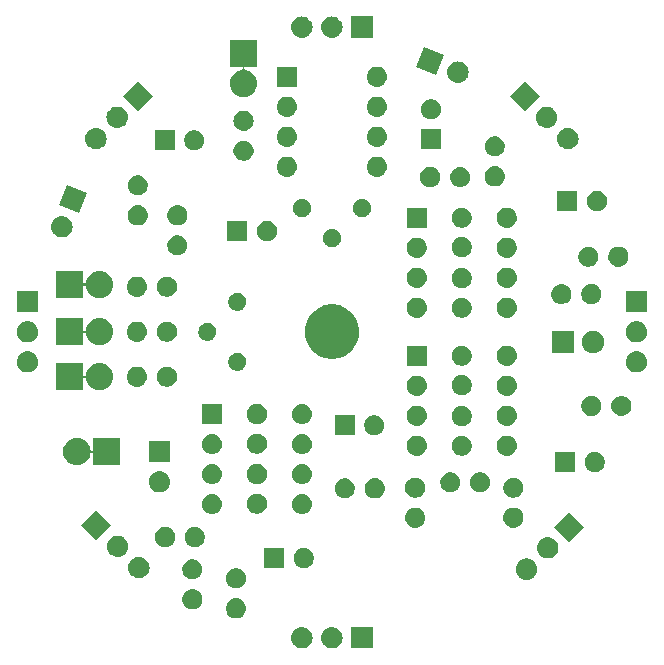
<source format=gbr>
G04 #@! TF.GenerationSoftware,KiCad,Pcbnew,5.0.2-bee76a0~70~ubuntu18.04.1*
G04 #@! TF.CreationDate,2019-07-07T00:00:34+02:00*
G04 #@! TF.ProjectId,neuromime_1.0.1,6e657572-6f6d-4696-9d65-5f312e302e31,rev?*
G04 #@! TF.SameCoordinates,Original*
G04 #@! TF.FileFunction,Soldermask,Bot*
G04 #@! TF.FilePolarity,Negative*
%FSLAX46Y46*%
G04 Gerber Fmt 4.6, Leading zero omitted, Abs format (unit mm)*
G04 Created by KiCad (PCBNEW 5.0.2-bee76a0~70~ubuntu18.04.1) date Sun 07 Jul 2019 12:00:34 AM CEST*
%MOMM*%
%LPD*%
G01*
G04 APERTURE LIST*
%ADD10C,0.150000*%
G04 APERTURE END LIST*
D10*
G36*
X147570443Y-75013519D02*
X147636627Y-75020037D01*
X147749853Y-75054384D01*
X147806467Y-75071557D01*
X147945087Y-75145652D01*
X147962991Y-75155222D01*
X147998729Y-75184552D01*
X148100186Y-75267814D01*
X148183448Y-75369271D01*
X148212778Y-75405009D01*
X148212779Y-75405011D01*
X148296443Y-75561533D01*
X148296443Y-75561534D01*
X148347963Y-75731373D01*
X148365359Y-75908000D01*
X148347963Y-76084627D01*
X148313616Y-76197853D01*
X148296443Y-76254467D01*
X148222348Y-76393087D01*
X148212778Y-76410991D01*
X148183448Y-76446729D01*
X148100186Y-76548186D01*
X147998729Y-76631448D01*
X147962991Y-76660778D01*
X147962989Y-76660779D01*
X147806467Y-76744443D01*
X147749853Y-76761616D01*
X147636627Y-76795963D01*
X147570443Y-76802481D01*
X147504260Y-76809000D01*
X147415740Y-76809000D01*
X147349557Y-76802481D01*
X147283373Y-76795963D01*
X147170147Y-76761616D01*
X147113533Y-76744443D01*
X146957011Y-76660779D01*
X146957009Y-76660778D01*
X146921271Y-76631448D01*
X146819814Y-76548186D01*
X146736552Y-76446729D01*
X146707222Y-76410991D01*
X146697652Y-76393087D01*
X146623557Y-76254467D01*
X146606384Y-76197853D01*
X146572037Y-76084627D01*
X146554641Y-75908000D01*
X146572037Y-75731373D01*
X146623557Y-75561534D01*
X146623557Y-75561533D01*
X146707221Y-75405011D01*
X146707222Y-75405009D01*
X146736552Y-75369271D01*
X146819814Y-75267814D01*
X146921271Y-75184552D01*
X146957009Y-75155222D01*
X146974913Y-75145652D01*
X147113533Y-75071557D01*
X147170147Y-75054384D01*
X147283373Y-75020037D01*
X147349557Y-75013519D01*
X147415740Y-75007000D01*
X147504260Y-75007000D01*
X147570443Y-75013519D01*
X147570443Y-75013519D01*
G37*
G36*
X150110443Y-75013519D02*
X150176627Y-75020037D01*
X150289853Y-75054384D01*
X150346467Y-75071557D01*
X150485087Y-75145652D01*
X150502991Y-75155222D01*
X150538729Y-75184552D01*
X150640186Y-75267814D01*
X150723448Y-75369271D01*
X150752778Y-75405009D01*
X150752779Y-75405011D01*
X150836443Y-75561533D01*
X150836443Y-75561534D01*
X150887963Y-75731373D01*
X150905359Y-75908000D01*
X150887963Y-76084627D01*
X150853616Y-76197853D01*
X150836443Y-76254467D01*
X150762348Y-76393087D01*
X150752778Y-76410991D01*
X150723448Y-76446729D01*
X150640186Y-76548186D01*
X150538729Y-76631448D01*
X150502991Y-76660778D01*
X150502989Y-76660779D01*
X150346467Y-76744443D01*
X150289853Y-76761616D01*
X150176627Y-76795963D01*
X150110443Y-76802481D01*
X150044260Y-76809000D01*
X149955740Y-76809000D01*
X149889557Y-76802481D01*
X149823373Y-76795963D01*
X149710147Y-76761616D01*
X149653533Y-76744443D01*
X149497011Y-76660779D01*
X149497009Y-76660778D01*
X149461271Y-76631448D01*
X149359814Y-76548186D01*
X149276552Y-76446729D01*
X149247222Y-76410991D01*
X149237652Y-76393087D01*
X149163557Y-76254467D01*
X149146384Y-76197853D01*
X149112037Y-76084627D01*
X149094641Y-75908000D01*
X149112037Y-75731373D01*
X149163557Y-75561534D01*
X149163557Y-75561533D01*
X149247221Y-75405011D01*
X149247222Y-75405009D01*
X149276552Y-75369271D01*
X149359814Y-75267814D01*
X149461271Y-75184552D01*
X149497009Y-75155222D01*
X149514913Y-75145652D01*
X149653533Y-75071557D01*
X149710147Y-75054384D01*
X149823373Y-75020037D01*
X149889557Y-75013519D01*
X149955740Y-75007000D01*
X150044260Y-75007000D01*
X150110443Y-75013519D01*
X150110443Y-75013519D01*
G37*
G36*
X153441000Y-76809000D02*
X151639000Y-76809000D01*
X151639000Y-75007000D01*
X153441000Y-75007000D01*
X153441000Y-76809000D01*
X153441000Y-76809000D01*
G37*
G36*
X142038821Y-72592813D02*
X142038824Y-72592814D01*
X142038825Y-72592814D01*
X142199239Y-72641475D01*
X142199241Y-72641476D01*
X142199244Y-72641477D01*
X142347078Y-72720495D01*
X142476659Y-72826841D01*
X142583005Y-72956422D01*
X142662023Y-73104256D01*
X142710687Y-73264679D01*
X142727117Y-73431500D01*
X142710687Y-73598321D01*
X142662023Y-73758744D01*
X142583005Y-73906578D01*
X142476659Y-74036159D01*
X142347078Y-74142505D01*
X142199244Y-74221523D01*
X142199241Y-74221524D01*
X142199239Y-74221525D01*
X142038825Y-74270186D01*
X142038824Y-74270186D01*
X142038821Y-74270187D01*
X141913804Y-74282500D01*
X141830196Y-74282500D01*
X141705179Y-74270187D01*
X141705176Y-74270186D01*
X141705175Y-74270186D01*
X141544761Y-74221525D01*
X141544759Y-74221524D01*
X141544756Y-74221523D01*
X141396922Y-74142505D01*
X141267341Y-74036159D01*
X141160995Y-73906578D01*
X141081977Y-73758744D01*
X141033313Y-73598321D01*
X141016883Y-73431500D01*
X141033313Y-73264679D01*
X141081977Y-73104256D01*
X141160995Y-72956422D01*
X141267341Y-72826841D01*
X141396922Y-72720495D01*
X141544756Y-72641477D01*
X141544759Y-72641476D01*
X141544761Y-72641475D01*
X141705175Y-72592814D01*
X141705176Y-72592814D01*
X141705179Y-72592813D01*
X141830196Y-72580500D01*
X141913804Y-72580500D01*
X142038821Y-72592813D01*
X142038821Y-72592813D01*
G37*
G36*
X138355821Y-71830813D02*
X138355824Y-71830814D01*
X138355825Y-71830814D01*
X138516239Y-71879475D01*
X138516241Y-71879476D01*
X138516244Y-71879477D01*
X138664078Y-71958495D01*
X138793659Y-72064841D01*
X138900005Y-72194422D01*
X138979023Y-72342256D01*
X139027687Y-72502679D01*
X139044117Y-72669500D01*
X139027687Y-72836321D01*
X138979023Y-72996744D01*
X138900005Y-73144578D01*
X138793659Y-73274159D01*
X138664078Y-73380505D01*
X138516244Y-73459523D01*
X138516241Y-73459524D01*
X138516239Y-73459525D01*
X138355825Y-73508186D01*
X138355824Y-73508186D01*
X138355821Y-73508187D01*
X138230804Y-73520500D01*
X138147196Y-73520500D01*
X138022179Y-73508187D01*
X138022176Y-73508186D01*
X138022175Y-73508186D01*
X137861761Y-73459525D01*
X137861759Y-73459524D01*
X137861756Y-73459523D01*
X137713922Y-73380505D01*
X137584341Y-73274159D01*
X137477995Y-73144578D01*
X137398977Y-72996744D01*
X137350313Y-72836321D01*
X137333883Y-72669500D01*
X137350313Y-72502679D01*
X137398977Y-72342256D01*
X137477995Y-72194422D01*
X137584341Y-72064841D01*
X137713922Y-71958495D01*
X137861756Y-71879477D01*
X137861759Y-71879476D01*
X137861761Y-71879475D01*
X138022175Y-71830814D01*
X138022176Y-71830814D01*
X138022179Y-71830813D01*
X138147196Y-71818500D01*
X138230804Y-71818500D01*
X138355821Y-71830813D01*
X138355821Y-71830813D01*
G37*
G36*
X142120228Y-70073203D02*
X142275100Y-70137353D01*
X142414481Y-70230485D01*
X142533015Y-70349019D01*
X142626147Y-70488400D01*
X142690297Y-70643272D01*
X142723000Y-70807684D01*
X142723000Y-70975316D01*
X142690297Y-71139728D01*
X142626147Y-71294600D01*
X142533015Y-71433981D01*
X142414481Y-71552515D01*
X142275100Y-71645647D01*
X142120228Y-71709797D01*
X141955816Y-71742500D01*
X141788184Y-71742500D01*
X141623772Y-71709797D01*
X141468900Y-71645647D01*
X141329519Y-71552515D01*
X141210985Y-71433981D01*
X141117853Y-71294600D01*
X141053703Y-71139728D01*
X141021000Y-70975316D01*
X141021000Y-70807684D01*
X141053703Y-70643272D01*
X141117853Y-70488400D01*
X141210985Y-70349019D01*
X141329519Y-70230485D01*
X141468900Y-70137353D01*
X141623772Y-70073203D01*
X141788184Y-70040500D01*
X141955816Y-70040500D01*
X142120228Y-70073203D01*
X142120228Y-70073203D01*
G37*
G36*
X166578558Y-69207051D02*
X166650525Y-69214139D01*
X166763751Y-69248486D01*
X166820365Y-69265659D01*
X166905572Y-69311204D01*
X166976889Y-69349324D01*
X167008605Y-69375353D01*
X167114084Y-69461916D01*
X167197346Y-69563373D01*
X167226676Y-69599111D01*
X167226677Y-69599113D01*
X167310341Y-69755635D01*
X167310341Y-69755636D01*
X167361861Y-69925475D01*
X167379257Y-70102102D01*
X167361861Y-70278729D01*
X167340539Y-70349019D01*
X167310341Y-70448569D01*
X167265425Y-70532600D01*
X167226676Y-70605093D01*
X167218309Y-70615288D01*
X167114084Y-70742288D01*
X167012627Y-70825550D01*
X166976889Y-70854880D01*
X166976887Y-70854881D01*
X166820365Y-70938545D01*
X166763751Y-70955718D01*
X166650525Y-70990065D01*
X166584341Y-70996583D01*
X166518158Y-71003102D01*
X166429638Y-71003102D01*
X166363455Y-70996583D01*
X166297271Y-70990065D01*
X166184045Y-70955718D01*
X166127431Y-70938545D01*
X165970909Y-70854881D01*
X165970907Y-70854880D01*
X165935169Y-70825550D01*
X165833712Y-70742288D01*
X165729487Y-70615288D01*
X165721120Y-70605093D01*
X165682371Y-70532600D01*
X165637455Y-70448569D01*
X165607257Y-70349019D01*
X165585935Y-70278729D01*
X165568539Y-70102102D01*
X165585935Y-69925475D01*
X165637455Y-69755636D01*
X165637455Y-69755635D01*
X165721119Y-69599113D01*
X165721120Y-69599111D01*
X165750450Y-69563373D01*
X165833712Y-69461916D01*
X165939191Y-69375353D01*
X165970907Y-69349324D01*
X166042224Y-69311204D01*
X166127431Y-69265659D01*
X166184045Y-69248486D01*
X166297271Y-69214139D01*
X166369238Y-69207051D01*
X166429638Y-69201102D01*
X166518158Y-69201102D01*
X166578558Y-69207051D01*
X166578558Y-69207051D01*
G37*
G36*
X138437228Y-69311203D02*
X138592100Y-69375353D01*
X138731481Y-69468485D01*
X138850015Y-69587019D01*
X138943147Y-69726400D01*
X139007297Y-69881272D01*
X139040000Y-70045684D01*
X139040000Y-70213316D01*
X139007297Y-70377728D01*
X138943147Y-70532600D01*
X138850015Y-70671981D01*
X138731481Y-70790515D01*
X138592100Y-70883647D01*
X138437228Y-70947797D01*
X138272816Y-70980500D01*
X138105184Y-70980500D01*
X137940772Y-70947797D01*
X137785900Y-70883647D01*
X137646519Y-70790515D01*
X137527985Y-70671981D01*
X137434853Y-70532600D01*
X137370703Y-70377728D01*
X137338000Y-70213316D01*
X137338000Y-70045684D01*
X137370703Y-69881272D01*
X137434853Y-69726400D01*
X137527985Y-69587019D01*
X137646519Y-69468485D01*
X137785900Y-69375353D01*
X137940772Y-69311203D01*
X138105184Y-69278500D01*
X138272816Y-69278500D01*
X138437228Y-69311203D01*
X138437228Y-69311203D01*
G37*
G36*
X133757762Y-69080051D02*
X133829729Y-69087139D01*
X133942955Y-69121486D01*
X133999569Y-69138659D01*
X134138189Y-69212754D01*
X134156093Y-69222324D01*
X134191831Y-69251654D01*
X134293288Y-69334916D01*
X134367404Y-69425228D01*
X134405880Y-69472111D01*
X134405881Y-69472113D01*
X134489545Y-69628635D01*
X134489545Y-69628636D01*
X134541065Y-69798475D01*
X134558461Y-69975102D01*
X134541065Y-70151729D01*
X134517174Y-70230486D01*
X134489545Y-70321569D01*
X134474872Y-70349019D01*
X134405880Y-70478093D01*
X134397421Y-70488400D01*
X134293288Y-70615288D01*
X134224206Y-70671981D01*
X134156093Y-70727880D01*
X134156091Y-70727881D01*
X133999569Y-70811545D01*
X133942955Y-70828718D01*
X133829729Y-70863065D01*
X133763544Y-70869584D01*
X133697362Y-70876102D01*
X133608842Y-70876102D01*
X133542660Y-70869584D01*
X133476475Y-70863065D01*
X133363249Y-70828718D01*
X133306635Y-70811545D01*
X133150113Y-70727881D01*
X133150111Y-70727880D01*
X133081998Y-70671981D01*
X133012916Y-70615288D01*
X132908783Y-70488400D01*
X132900324Y-70478093D01*
X132831332Y-70349019D01*
X132816659Y-70321569D01*
X132789030Y-70230486D01*
X132765139Y-70151729D01*
X132747743Y-69975102D01*
X132765139Y-69798475D01*
X132816659Y-69628636D01*
X132816659Y-69628635D01*
X132900323Y-69472113D01*
X132900324Y-69472111D01*
X132938800Y-69425228D01*
X133012916Y-69334916D01*
X133114373Y-69251654D01*
X133150111Y-69222324D01*
X133168015Y-69212754D01*
X133306635Y-69138659D01*
X133363249Y-69121486D01*
X133476475Y-69087139D01*
X133548442Y-69080051D01*
X133608842Y-69074102D01*
X133697362Y-69074102D01*
X133757762Y-69080051D01*
X133757762Y-69080051D01*
G37*
G36*
X145961000Y-70028000D02*
X144259000Y-70028000D01*
X144259000Y-68326000D01*
X145961000Y-68326000D01*
X145961000Y-70028000D01*
X145961000Y-70028000D01*
G37*
G36*
X147858228Y-68358703D02*
X148013100Y-68422853D01*
X148152481Y-68515985D01*
X148271015Y-68634519D01*
X148364147Y-68773900D01*
X148428297Y-68928772D01*
X148461000Y-69093184D01*
X148461000Y-69260816D01*
X148428297Y-69425228D01*
X148364147Y-69580100D01*
X148271015Y-69719481D01*
X148152481Y-69838015D01*
X148013100Y-69931147D01*
X147858228Y-69995297D01*
X147693816Y-70028000D01*
X147526184Y-70028000D01*
X147361772Y-69995297D01*
X147206900Y-69931147D01*
X147067519Y-69838015D01*
X146948985Y-69719481D01*
X146855853Y-69580100D01*
X146791703Y-69425228D01*
X146759000Y-69260816D01*
X146759000Y-69093184D01*
X146791703Y-68928772D01*
X146855853Y-68773900D01*
X146948985Y-68634519D01*
X147067519Y-68515985D01*
X147206900Y-68422853D01*
X147361772Y-68358703D01*
X147526184Y-68326000D01*
X147693816Y-68326000D01*
X147858228Y-68358703D01*
X147858228Y-68358703D01*
G37*
G36*
X168380392Y-67411570D02*
X168446576Y-67418088D01*
X168559802Y-67452435D01*
X168616416Y-67469608D01*
X168745985Y-67538865D01*
X168772940Y-67553273D01*
X168808678Y-67582603D01*
X168910135Y-67665865D01*
X168993397Y-67767322D01*
X169022727Y-67803060D01*
X169022728Y-67803062D01*
X169106392Y-67959584D01*
X169106392Y-67959585D01*
X169157912Y-68129424D01*
X169175308Y-68306051D01*
X169157912Y-68482678D01*
X169123565Y-68595904D01*
X169106392Y-68652518D01*
X169041511Y-68773900D01*
X169022727Y-68809042D01*
X169014360Y-68819237D01*
X168910135Y-68946237D01*
X168808678Y-69029499D01*
X168772940Y-69058829D01*
X168772938Y-69058830D01*
X168616416Y-69142494D01*
X168559802Y-69159667D01*
X168446576Y-69194014D01*
X168380392Y-69200532D01*
X168314209Y-69207051D01*
X168225689Y-69207051D01*
X168159506Y-69200532D01*
X168093322Y-69194014D01*
X167980096Y-69159667D01*
X167923482Y-69142494D01*
X167766960Y-69058830D01*
X167766958Y-69058829D01*
X167731220Y-69029499D01*
X167629763Y-68946237D01*
X167525538Y-68819237D01*
X167517171Y-68809042D01*
X167498387Y-68773900D01*
X167433506Y-68652518D01*
X167416333Y-68595904D01*
X167381986Y-68482678D01*
X167364590Y-68306051D01*
X167381986Y-68129424D01*
X167433506Y-67959585D01*
X167433506Y-67959584D01*
X167517170Y-67803062D01*
X167517171Y-67803060D01*
X167546501Y-67767322D01*
X167629763Y-67665865D01*
X167731220Y-67582603D01*
X167766958Y-67553273D01*
X167793913Y-67538865D01*
X167923482Y-67469608D01*
X167980096Y-67452435D01*
X168093322Y-67418088D01*
X168159506Y-67411570D01*
X168225689Y-67405051D01*
X168314209Y-67405051D01*
X168380392Y-67411570D01*
X168380392Y-67411570D01*
G37*
G36*
X131967494Y-67284570D02*
X132033678Y-67291088D01*
X132146904Y-67325435D01*
X132203518Y-67342608D01*
X132320339Y-67405051D01*
X132360042Y-67426273D01*
X132395780Y-67455603D01*
X132497237Y-67538865D01*
X132580499Y-67640322D01*
X132609829Y-67676060D01*
X132609830Y-67676062D01*
X132693494Y-67832584D01*
X132693494Y-67832585D01*
X132745014Y-68002424D01*
X132762410Y-68179051D01*
X132745014Y-68355678D01*
X132724636Y-68422854D01*
X132693494Y-68525518D01*
X132635231Y-68634519D01*
X132609829Y-68682042D01*
X132580499Y-68717780D01*
X132497237Y-68819237D01*
X132395780Y-68902499D01*
X132360042Y-68931829D01*
X132360040Y-68931830D01*
X132203518Y-69015494D01*
X132146904Y-69032667D01*
X132033678Y-69067014D01*
X131967494Y-69073532D01*
X131901311Y-69080051D01*
X131812791Y-69080051D01*
X131746608Y-69073532D01*
X131680424Y-69067014D01*
X131567198Y-69032667D01*
X131510584Y-69015494D01*
X131354062Y-68931830D01*
X131354060Y-68931829D01*
X131318322Y-68902499D01*
X131216865Y-68819237D01*
X131133603Y-68717780D01*
X131104273Y-68682042D01*
X131078871Y-68634519D01*
X131020608Y-68525518D01*
X130989466Y-68422854D01*
X130969088Y-68355678D01*
X130951692Y-68179051D01*
X130969088Y-68002424D01*
X131020608Y-67832585D01*
X131020608Y-67832584D01*
X131104272Y-67676062D01*
X131104273Y-67676060D01*
X131133603Y-67640322D01*
X131216865Y-67538865D01*
X131318322Y-67455603D01*
X131354060Y-67426273D01*
X131393763Y-67405051D01*
X131510584Y-67342608D01*
X131567198Y-67325435D01*
X131680424Y-67291088D01*
X131746608Y-67284570D01*
X131812791Y-67278051D01*
X131901311Y-67278051D01*
X131967494Y-67284570D01*
X131967494Y-67284570D01*
G37*
G36*
X136128228Y-66580703D02*
X136283100Y-66644853D01*
X136422481Y-66737985D01*
X136541015Y-66856519D01*
X136634147Y-66995900D01*
X136698297Y-67150772D01*
X136731000Y-67315184D01*
X136731000Y-67482816D01*
X136698297Y-67647228D01*
X136634147Y-67802100D01*
X136541015Y-67941481D01*
X136422481Y-68060015D01*
X136283100Y-68153147D01*
X136128228Y-68217297D01*
X135963816Y-68250000D01*
X135796184Y-68250000D01*
X135631772Y-68217297D01*
X135476900Y-68153147D01*
X135337519Y-68060015D01*
X135218985Y-67941481D01*
X135125853Y-67802100D01*
X135061703Y-67647228D01*
X135029000Y-67482816D01*
X135029000Y-67315184D01*
X135061703Y-67150772D01*
X135125853Y-66995900D01*
X135218985Y-66856519D01*
X135337519Y-66737985D01*
X135476900Y-66644853D01*
X135631772Y-66580703D01*
X135796184Y-66548000D01*
X135963816Y-66548000D01*
X136128228Y-66580703D01*
X136128228Y-66580703D01*
G37*
G36*
X138628228Y-66580703D02*
X138783100Y-66644853D01*
X138922481Y-66737985D01*
X139041015Y-66856519D01*
X139134147Y-66995900D01*
X139198297Y-67150772D01*
X139231000Y-67315184D01*
X139231000Y-67482816D01*
X139198297Y-67647228D01*
X139134147Y-67802100D01*
X139041015Y-67941481D01*
X138922481Y-68060015D01*
X138783100Y-68153147D01*
X138628228Y-68217297D01*
X138463816Y-68250000D01*
X138296184Y-68250000D01*
X138131772Y-68217297D01*
X137976900Y-68153147D01*
X137837519Y-68060015D01*
X137718985Y-67941481D01*
X137625853Y-67802100D01*
X137561703Y-67647228D01*
X137529000Y-67482816D01*
X137529000Y-67315184D01*
X137561703Y-67150772D01*
X137625853Y-66995900D01*
X137718985Y-66856519D01*
X137837519Y-66737985D01*
X137976900Y-66644853D01*
X138131772Y-66580703D01*
X138296184Y-66548000D01*
X138463816Y-66548000D01*
X138628228Y-66580703D01*
X138628228Y-66580703D01*
G37*
G36*
X171340207Y-66510000D02*
X170066000Y-67784207D01*
X168791793Y-66510000D01*
X170066000Y-65235793D01*
X171340207Y-66510000D01*
X171340207Y-66510000D01*
G37*
G36*
X131335207Y-66383000D02*
X130061000Y-67657207D01*
X128786793Y-66383000D01*
X130061000Y-65108793D01*
X131335207Y-66383000D01*
X131335207Y-66383000D01*
G37*
G36*
X165533821Y-64909313D02*
X165533824Y-64909314D01*
X165533825Y-64909314D01*
X165694239Y-64957975D01*
X165694241Y-64957976D01*
X165694244Y-64957977D01*
X165842078Y-65036995D01*
X165971659Y-65143341D01*
X166078005Y-65272922D01*
X166157023Y-65420756D01*
X166157024Y-65420759D01*
X166157025Y-65420761D01*
X166205686Y-65581175D01*
X166205687Y-65581179D01*
X166222117Y-65748000D01*
X166205687Y-65914821D01*
X166157023Y-66075244D01*
X166078005Y-66223078D01*
X165971659Y-66352659D01*
X165842078Y-66459005D01*
X165694244Y-66538023D01*
X165694241Y-66538024D01*
X165694239Y-66538025D01*
X165533825Y-66586686D01*
X165533824Y-66586686D01*
X165533821Y-66586687D01*
X165408804Y-66599000D01*
X165325196Y-66599000D01*
X165200179Y-66586687D01*
X165200176Y-66586686D01*
X165200175Y-66586686D01*
X165039761Y-66538025D01*
X165039759Y-66538024D01*
X165039756Y-66538023D01*
X164891922Y-66459005D01*
X164762341Y-66352659D01*
X164655995Y-66223078D01*
X164576977Y-66075244D01*
X164528313Y-65914821D01*
X164511883Y-65748000D01*
X164528313Y-65581179D01*
X164528314Y-65581175D01*
X164576975Y-65420761D01*
X164576976Y-65420759D01*
X164576977Y-65420756D01*
X164655995Y-65272922D01*
X164762341Y-65143341D01*
X164891922Y-65036995D01*
X165039756Y-64957977D01*
X165039759Y-64957976D01*
X165039761Y-64957975D01*
X165200175Y-64909314D01*
X165200176Y-64909314D01*
X165200179Y-64909313D01*
X165325196Y-64897000D01*
X165408804Y-64897000D01*
X165533821Y-64909313D01*
X165533821Y-64909313D01*
G37*
G36*
X157214821Y-64909313D02*
X157214824Y-64909314D01*
X157214825Y-64909314D01*
X157375239Y-64957975D01*
X157375241Y-64957976D01*
X157375244Y-64957977D01*
X157523078Y-65036995D01*
X157652659Y-65143341D01*
X157759005Y-65272922D01*
X157838023Y-65420756D01*
X157838024Y-65420759D01*
X157838025Y-65420761D01*
X157886686Y-65581175D01*
X157886687Y-65581179D01*
X157903117Y-65748000D01*
X157886687Y-65914821D01*
X157838023Y-66075244D01*
X157759005Y-66223078D01*
X157652659Y-66352659D01*
X157523078Y-66459005D01*
X157375244Y-66538023D01*
X157375241Y-66538024D01*
X157375239Y-66538025D01*
X157214825Y-66586686D01*
X157214824Y-66586686D01*
X157214821Y-66586687D01*
X157089804Y-66599000D01*
X157006196Y-66599000D01*
X156881179Y-66586687D01*
X156881176Y-66586686D01*
X156881175Y-66586686D01*
X156720761Y-66538025D01*
X156720759Y-66538024D01*
X156720756Y-66538023D01*
X156572922Y-66459005D01*
X156443341Y-66352659D01*
X156336995Y-66223078D01*
X156257977Y-66075244D01*
X156209313Y-65914821D01*
X156192883Y-65748000D01*
X156209313Y-65581179D01*
X156209314Y-65581175D01*
X156257975Y-65420761D01*
X156257976Y-65420759D01*
X156257977Y-65420756D01*
X156336995Y-65272922D01*
X156443341Y-65143341D01*
X156572922Y-65036995D01*
X156720756Y-64957977D01*
X156720759Y-64957976D01*
X156720761Y-64957975D01*
X156881175Y-64909314D01*
X156881176Y-64909314D01*
X156881179Y-64909313D01*
X157006196Y-64897000D01*
X157089804Y-64897000D01*
X157214821Y-64909313D01*
X157214821Y-64909313D01*
G37*
G36*
X140006821Y-63766313D02*
X140006824Y-63766314D01*
X140006825Y-63766314D01*
X140167239Y-63814975D01*
X140167241Y-63814976D01*
X140167244Y-63814977D01*
X140315078Y-63893995D01*
X140444659Y-64000341D01*
X140551005Y-64129922D01*
X140630023Y-64277756D01*
X140630024Y-64277759D01*
X140630025Y-64277761D01*
X140678686Y-64438175D01*
X140678687Y-64438179D01*
X140695117Y-64605000D01*
X140678687Y-64771821D01*
X140678686Y-64771824D01*
X140678686Y-64771825D01*
X140636980Y-64909313D01*
X140630023Y-64932244D01*
X140551005Y-65080078D01*
X140444659Y-65209659D01*
X140315078Y-65316005D01*
X140167244Y-65395023D01*
X140167241Y-65395024D01*
X140167239Y-65395025D01*
X140006825Y-65443686D01*
X140006824Y-65443686D01*
X140006821Y-65443687D01*
X139881804Y-65456000D01*
X139798196Y-65456000D01*
X139673179Y-65443687D01*
X139673176Y-65443686D01*
X139673175Y-65443686D01*
X139512761Y-65395025D01*
X139512759Y-65395024D01*
X139512756Y-65395023D01*
X139364922Y-65316005D01*
X139235341Y-65209659D01*
X139128995Y-65080078D01*
X139049977Y-64932244D01*
X139043021Y-64909313D01*
X139001314Y-64771825D01*
X139001314Y-64771824D01*
X139001313Y-64771821D01*
X138984883Y-64605000D01*
X139001313Y-64438179D01*
X139001314Y-64438175D01*
X139049975Y-64277761D01*
X139049976Y-64277759D01*
X139049977Y-64277756D01*
X139128995Y-64129922D01*
X139235341Y-64000341D01*
X139364922Y-63893995D01*
X139512756Y-63814977D01*
X139512759Y-63814976D01*
X139512761Y-63814975D01*
X139673175Y-63766314D01*
X139673176Y-63766314D01*
X139673179Y-63766313D01*
X139798196Y-63754000D01*
X139881804Y-63754000D01*
X140006821Y-63766313D01*
X140006821Y-63766313D01*
G37*
G36*
X147626821Y-63766313D02*
X147626824Y-63766314D01*
X147626825Y-63766314D01*
X147787239Y-63814975D01*
X147787241Y-63814976D01*
X147787244Y-63814977D01*
X147935078Y-63893995D01*
X148064659Y-64000341D01*
X148171005Y-64129922D01*
X148250023Y-64277756D01*
X148250024Y-64277759D01*
X148250025Y-64277761D01*
X148298686Y-64438175D01*
X148298687Y-64438179D01*
X148315117Y-64605000D01*
X148298687Y-64771821D01*
X148298686Y-64771824D01*
X148298686Y-64771825D01*
X148256980Y-64909313D01*
X148250023Y-64932244D01*
X148171005Y-65080078D01*
X148064659Y-65209659D01*
X147935078Y-65316005D01*
X147787244Y-65395023D01*
X147787241Y-65395024D01*
X147787239Y-65395025D01*
X147626825Y-65443686D01*
X147626824Y-65443686D01*
X147626821Y-65443687D01*
X147501804Y-65456000D01*
X147418196Y-65456000D01*
X147293179Y-65443687D01*
X147293176Y-65443686D01*
X147293175Y-65443686D01*
X147132761Y-65395025D01*
X147132759Y-65395024D01*
X147132756Y-65395023D01*
X146984922Y-65316005D01*
X146855341Y-65209659D01*
X146748995Y-65080078D01*
X146669977Y-64932244D01*
X146663021Y-64909313D01*
X146621314Y-64771825D01*
X146621314Y-64771824D01*
X146621313Y-64771821D01*
X146604883Y-64605000D01*
X146621313Y-64438179D01*
X146621314Y-64438175D01*
X146669975Y-64277761D01*
X146669976Y-64277759D01*
X146669977Y-64277756D01*
X146748995Y-64129922D01*
X146855341Y-64000341D01*
X146984922Y-63893995D01*
X147132756Y-63814977D01*
X147132759Y-63814976D01*
X147132761Y-63814975D01*
X147293175Y-63766314D01*
X147293176Y-63766314D01*
X147293179Y-63766313D01*
X147418196Y-63754000D01*
X147501804Y-63754000D01*
X147626821Y-63766313D01*
X147626821Y-63766313D01*
G37*
G36*
X143898228Y-63746703D02*
X144053100Y-63810853D01*
X144192481Y-63903985D01*
X144311015Y-64022519D01*
X144404147Y-64161900D01*
X144468297Y-64316772D01*
X144501000Y-64481184D01*
X144501000Y-64648816D01*
X144468297Y-64813228D01*
X144404147Y-64968100D01*
X144311015Y-65107481D01*
X144192481Y-65226015D01*
X144053100Y-65319147D01*
X143898228Y-65383297D01*
X143733816Y-65416000D01*
X143566184Y-65416000D01*
X143401772Y-65383297D01*
X143246900Y-65319147D01*
X143107519Y-65226015D01*
X142988985Y-65107481D01*
X142895853Y-64968100D01*
X142831703Y-64813228D01*
X142799000Y-64648816D01*
X142799000Y-64481184D01*
X142831703Y-64316772D01*
X142895853Y-64161900D01*
X142988985Y-64022519D01*
X143107519Y-63903985D01*
X143246900Y-63810853D01*
X143401772Y-63746703D01*
X143566184Y-63714000D01*
X143733816Y-63714000D01*
X143898228Y-63746703D01*
X143898228Y-63746703D01*
G37*
G36*
X153786821Y-62432813D02*
X153786824Y-62432814D01*
X153786825Y-62432814D01*
X153947239Y-62481475D01*
X153947241Y-62481476D01*
X153947244Y-62481477D01*
X154095078Y-62560495D01*
X154224659Y-62666841D01*
X154331005Y-62796422D01*
X154410023Y-62944256D01*
X154410024Y-62944259D01*
X154410025Y-62944261D01*
X154441029Y-63046467D01*
X154458687Y-63104679D01*
X154475117Y-63271500D01*
X154458687Y-63438321D01*
X154458686Y-63438324D01*
X154458686Y-63438325D01*
X154413294Y-63587963D01*
X154410023Y-63598744D01*
X154331005Y-63746578D01*
X154224659Y-63876159D01*
X154095078Y-63982505D01*
X153947244Y-64061523D01*
X153947241Y-64061524D01*
X153947239Y-64061525D01*
X153786825Y-64110186D01*
X153786824Y-64110186D01*
X153786821Y-64110187D01*
X153661804Y-64122500D01*
X153578196Y-64122500D01*
X153453179Y-64110187D01*
X153453176Y-64110186D01*
X153453175Y-64110186D01*
X153292761Y-64061525D01*
X153292759Y-64061524D01*
X153292756Y-64061523D01*
X153144922Y-63982505D01*
X153015341Y-63876159D01*
X152908995Y-63746578D01*
X152829977Y-63598744D01*
X152826707Y-63587963D01*
X152781314Y-63438325D01*
X152781314Y-63438324D01*
X152781313Y-63438321D01*
X152764883Y-63271500D01*
X152781313Y-63104679D01*
X152798971Y-63046467D01*
X152829975Y-62944261D01*
X152829976Y-62944259D01*
X152829977Y-62944256D01*
X152908995Y-62796422D01*
X153015341Y-62666841D01*
X153144922Y-62560495D01*
X153292756Y-62481477D01*
X153292759Y-62481476D01*
X153292761Y-62481475D01*
X153453175Y-62432814D01*
X153453176Y-62432814D01*
X153453179Y-62432813D01*
X153578196Y-62420500D01*
X153661804Y-62420500D01*
X153786821Y-62432813D01*
X153786821Y-62432813D01*
G37*
G36*
X151328228Y-62453203D02*
X151483100Y-62517353D01*
X151622481Y-62610485D01*
X151741015Y-62729019D01*
X151834147Y-62868400D01*
X151898297Y-63023272D01*
X151931000Y-63187684D01*
X151931000Y-63355316D01*
X151898297Y-63519728D01*
X151834147Y-63674600D01*
X151741015Y-63813981D01*
X151622481Y-63932515D01*
X151483100Y-64025647D01*
X151328228Y-64089797D01*
X151163816Y-64122500D01*
X150996184Y-64122500D01*
X150831772Y-64089797D01*
X150676900Y-64025647D01*
X150537519Y-63932515D01*
X150418985Y-63813981D01*
X150325853Y-63674600D01*
X150261703Y-63519728D01*
X150229000Y-63355316D01*
X150229000Y-63187684D01*
X150261703Y-63023272D01*
X150325853Y-62868400D01*
X150418985Y-62729019D01*
X150537519Y-62610485D01*
X150676900Y-62517353D01*
X150831772Y-62453203D01*
X150996184Y-62420500D01*
X151163816Y-62420500D01*
X151328228Y-62453203D01*
X151328228Y-62453203D01*
G37*
G36*
X165615228Y-62389703D02*
X165770100Y-62453853D01*
X165909481Y-62546985D01*
X166028015Y-62665519D01*
X166121147Y-62804900D01*
X166185297Y-62959772D01*
X166218000Y-63124184D01*
X166218000Y-63291816D01*
X166185297Y-63456228D01*
X166121147Y-63611100D01*
X166028015Y-63750481D01*
X165909481Y-63869015D01*
X165770100Y-63962147D01*
X165615228Y-64026297D01*
X165450816Y-64059000D01*
X165283184Y-64059000D01*
X165118772Y-64026297D01*
X164963900Y-63962147D01*
X164824519Y-63869015D01*
X164705985Y-63750481D01*
X164612853Y-63611100D01*
X164548703Y-63456228D01*
X164516000Y-63291816D01*
X164516000Y-63124184D01*
X164548703Y-62959772D01*
X164612853Y-62804900D01*
X164705985Y-62665519D01*
X164824519Y-62546985D01*
X164963900Y-62453853D01*
X165118772Y-62389703D01*
X165283184Y-62357000D01*
X165450816Y-62357000D01*
X165615228Y-62389703D01*
X165615228Y-62389703D01*
G37*
G36*
X157296228Y-62389703D02*
X157451100Y-62453853D01*
X157590481Y-62546985D01*
X157709015Y-62665519D01*
X157802147Y-62804900D01*
X157866297Y-62959772D01*
X157899000Y-63124184D01*
X157899000Y-63291816D01*
X157866297Y-63456228D01*
X157802147Y-63611100D01*
X157709015Y-63750481D01*
X157590481Y-63869015D01*
X157451100Y-63962147D01*
X157296228Y-64026297D01*
X157131816Y-64059000D01*
X156964184Y-64059000D01*
X156799772Y-64026297D01*
X156644900Y-63962147D01*
X156505519Y-63869015D01*
X156386985Y-63750481D01*
X156293853Y-63611100D01*
X156229703Y-63456228D01*
X156197000Y-63291816D01*
X156197000Y-63124184D01*
X156229703Y-62959772D01*
X156293853Y-62804900D01*
X156386985Y-62665519D01*
X156505519Y-62546985D01*
X156644900Y-62453853D01*
X156799772Y-62389703D01*
X156964184Y-62357000D01*
X157131816Y-62357000D01*
X157296228Y-62389703D01*
X157296228Y-62389703D01*
G37*
G36*
X160281228Y-61945203D02*
X160436100Y-62009353D01*
X160575481Y-62102485D01*
X160694015Y-62221019D01*
X160787147Y-62360400D01*
X160851297Y-62515272D01*
X160884000Y-62679684D01*
X160884000Y-62847316D01*
X160851297Y-63011728D01*
X160787147Y-63166600D01*
X160694015Y-63305981D01*
X160575481Y-63424515D01*
X160436100Y-63517647D01*
X160281228Y-63581797D01*
X160116816Y-63614500D01*
X159949184Y-63614500D01*
X159784772Y-63581797D01*
X159629900Y-63517647D01*
X159490519Y-63424515D01*
X159371985Y-63305981D01*
X159278853Y-63166600D01*
X159214703Y-63011728D01*
X159182000Y-62847316D01*
X159182000Y-62679684D01*
X159214703Y-62515272D01*
X159278853Y-62360400D01*
X159371985Y-62221019D01*
X159490519Y-62102485D01*
X159629900Y-62009353D01*
X159784772Y-61945203D01*
X159949184Y-61912500D01*
X160116816Y-61912500D01*
X160281228Y-61945203D01*
X160281228Y-61945203D01*
G37*
G36*
X162781228Y-61945203D02*
X162936100Y-62009353D01*
X163075481Y-62102485D01*
X163194015Y-62221019D01*
X163287147Y-62360400D01*
X163351297Y-62515272D01*
X163384000Y-62679684D01*
X163384000Y-62847316D01*
X163351297Y-63011728D01*
X163287147Y-63166600D01*
X163194015Y-63305981D01*
X163075481Y-63424515D01*
X162936100Y-63517647D01*
X162781228Y-63581797D01*
X162616816Y-63614500D01*
X162449184Y-63614500D01*
X162284772Y-63581797D01*
X162129900Y-63517647D01*
X161990519Y-63424515D01*
X161871985Y-63305981D01*
X161778853Y-63166600D01*
X161714703Y-63011728D01*
X161682000Y-62847316D01*
X161682000Y-62679684D01*
X161714703Y-62515272D01*
X161778853Y-62360400D01*
X161871985Y-62221019D01*
X161990519Y-62102485D01*
X162129900Y-62009353D01*
X162284772Y-61945203D01*
X162449184Y-61912500D01*
X162616816Y-61912500D01*
X162781228Y-61945203D01*
X162781228Y-61945203D01*
G37*
G36*
X135505442Y-61805518D02*
X135571627Y-61812037D01*
X135684853Y-61846384D01*
X135741467Y-61863557D01*
X135880087Y-61937652D01*
X135897991Y-61947222D01*
X135933729Y-61976552D01*
X136035186Y-62059814D01*
X136108227Y-62148816D01*
X136147778Y-62197009D01*
X136147779Y-62197011D01*
X136231443Y-62353533D01*
X136233526Y-62360400D01*
X136282963Y-62523373D01*
X136300359Y-62700000D01*
X136282963Y-62876627D01*
X136274754Y-62903687D01*
X136231443Y-63046467D01*
X136189902Y-63124184D01*
X136147778Y-63202991D01*
X136118448Y-63238729D01*
X136035186Y-63340186D01*
X135933729Y-63423448D01*
X135897991Y-63452778D01*
X135880087Y-63462348D01*
X135741467Y-63536443D01*
X135684853Y-63553616D01*
X135571627Y-63587963D01*
X135505443Y-63594481D01*
X135439260Y-63601000D01*
X135350740Y-63601000D01*
X135284557Y-63594481D01*
X135218373Y-63587963D01*
X135105147Y-63553616D01*
X135048533Y-63536443D01*
X134909913Y-63462348D01*
X134892009Y-63452778D01*
X134856271Y-63423448D01*
X134754814Y-63340186D01*
X134671552Y-63238729D01*
X134642222Y-63202991D01*
X134600098Y-63124184D01*
X134558557Y-63046467D01*
X134515246Y-62903687D01*
X134507037Y-62876627D01*
X134489641Y-62700000D01*
X134507037Y-62523373D01*
X134556474Y-62360400D01*
X134558557Y-62353533D01*
X134642221Y-62197011D01*
X134642222Y-62197009D01*
X134681773Y-62148816D01*
X134754814Y-62059814D01*
X134856271Y-61976552D01*
X134892009Y-61947222D01*
X134909913Y-61937652D01*
X135048533Y-61863557D01*
X135105147Y-61846384D01*
X135218373Y-61812037D01*
X135284558Y-61805518D01*
X135350740Y-61799000D01*
X135439260Y-61799000D01*
X135505442Y-61805518D01*
X135505442Y-61805518D01*
G37*
G36*
X143898228Y-61246703D02*
X144053100Y-61310853D01*
X144192481Y-61403985D01*
X144311015Y-61522519D01*
X144404147Y-61661900D01*
X144468297Y-61816772D01*
X144501000Y-61981184D01*
X144501000Y-62148816D01*
X144468297Y-62313228D01*
X144404147Y-62468100D01*
X144311015Y-62607481D01*
X144192481Y-62726015D01*
X144053100Y-62819147D01*
X143898228Y-62883297D01*
X143733816Y-62916000D01*
X143566184Y-62916000D01*
X143401772Y-62883297D01*
X143246900Y-62819147D01*
X143107519Y-62726015D01*
X142988985Y-62607481D01*
X142895853Y-62468100D01*
X142831703Y-62313228D01*
X142799000Y-62148816D01*
X142799000Y-61981184D01*
X142831703Y-61816772D01*
X142895853Y-61661900D01*
X142988985Y-61522519D01*
X143107519Y-61403985D01*
X143246900Y-61310853D01*
X143401772Y-61246703D01*
X143566184Y-61214000D01*
X143733816Y-61214000D01*
X143898228Y-61246703D01*
X143898228Y-61246703D01*
G37*
G36*
X140006821Y-61226313D02*
X140006824Y-61226314D01*
X140006825Y-61226314D01*
X140167239Y-61274975D01*
X140167241Y-61274976D01*
X140167244Y-61274977D01*
X140315078Y-61353995D01*
X140444659Y-61460341D01*
X140551005Y-61589922D01*
X140630023Y-61737756D01*
X140630024Y-61737759D01*
X140630025Y-61737761D01*
X140669319Y-61867296D01*
X140678687Y-61898179D01*
X140695117Y-62065000D01*
X140678687Y-62231821D01*
X140678686Y-62231824D01*
X140678686Y-62231825D01*
X140640715Y-62357000D01*
X140630023Y-62392244D01*
X140551005Y-62540078D01*
X140444659Y-62669659D01*
X140315078Y-62776005D01*
X140167244Y-62855023D01*
X140167241Y-62855024D01*
X140167239Y-62855025D01*
X140006825Y-62903686D01*
X140006824Y-62903686D01*
X140006821Y-62903687D01*
X139881804Y-62916000D01*
X139798196Y-62916000D01*
X139673179Y-62903687D01*
X139673176Y-62903686D01*
X139673175Y-62903686D01*
X139512761Y-62855025D01*
X139512759Y-62855024D01*
X139512756Y-62855023D01*
X139364922Y-62776005D01*
X139235341Y-62669659D01*
X139128995Y-62540078D01*
X139049977Y-62392244D01*
X139039286Y-62357000D01*
X139001314Y-62231825D01*
X139001314Y-62231824D01*
X139001313Y-62231821D01*
X138984883Y-62065000D01*
X139001313Y-61898179D01*
X139010681Y-61867296D01*
X139049975Y-61737761D01*
X139049976Y-61737759D01*
X139049977Y-61737756D01*
X139128995Y-61589922D01*
X139235341Y-61460341D01*
X139364922Y-61353995D01*
X139512756Y-61274977D01*
X139512759Y-61274976D01*
X139512761Y-61274975D01*
X139673175Y-61226314D01*
X139673176Y-61226314D01*
X139673179Y-61226313D01*
X139798196Y-61214000D01*
X139881804Y-61214000D01*
X140006821Y-61226313D01*
X140006821Y-61226313D01*
G37*
G36*
X147626821Y-61226313D02*
X147626824Y-61226314D01*
X147626825Y-61226314D01*
X147787239Y-61274975D01*
X147787241Y-61274976D01*
X147787244Y-61274977D01*
X147935078Y-61353995D01*
X148064659Y-61460341D01*
X148171005Y-61589922D01*
X148250023Y-61737756D01*
X148250024Y-61737759D01*
X148250025Y-61737761D01*
X148289319Y-61867296D01*
X148298687Y-61898179D01*
X148315117Y-62065000D01*
X148298687Y-62231821D01*
X148298686Y-62231824D01*
X148298686Y-62231825D01*
X148260715Y-62357000D01*
X148250023Y-62392244D01*
X148171005Y-62540078D01*
X148064659Y-62669659D01*
X147935078Y-62776005D01*
X147787244Y-62855023D01*
X147787241Y-62855024D01*
X147787239Y-62855025D01*
X147626825Y-62903686D01*
X147626824Y-62903686D01*
X147626821Y-62903687D01*
X147501804Y-62916000D01*
X147418196Y-62916000D01*
X147293179Y-62903687D01*
X147293176Y-62903686D01*
X147293175Y-62903686D01*
X147132761Y-62855025D01*
X147132759Y-62855024D01*
X147132756Y-62855023D01*
X146984922Y-62776005D01*
X146855341Y-62669659D01*
X146748995Y-62540078D01*
X146669977Y-62392244D01*
X146659286Y-62357000D01*
X146621314Y-62231825D01*
X146621314Y-62231824D01*
X146621313Y-62231821D01*
X146604883Y-62065000D01*
X146621313Y-61898179D01*
X146630681Y-61867296D01*
X146669975Y-61737761D01*
X146669976Y-61737759D01*
X146669977Y-61737756D01*
X146748995Y-61589922D01*
X146855341Y-61460341D01*
X146984922Y-61353995D01*
X147132756Y-61274977D01*
X147132759Y-61274976D01*
X147132761Y-61274975D01*
X147293175Y-61226314D01*
X147293176Y-61226314D01*
X147293179Y-61226313D01*
X147418196Y-61214000D01*
X147501804Y-61214000D01*
X147626821Y-61226313D01*
X147626821Y-61226313D01*
G37*
G36*
X172496228Y-60230703D02*
X172651100Y-60294853D01*
X172790481Y-60387985D01*
X172909015Y-60506519D01*
X173002147Y-60645900D01*
X173066297Y-60800772D01*
X173099000Y-60965184D01*
X173099000Y-61132816D01*
X173066297Y-61297228D01*
X173002147Y-61452100D01*
X172909015Y-61591481D01*
X172790481Y-61710015D01*
X172651100Y-61803147D01*
X172496228Y-61867297D01*
X172331816Y-61900000D01*
X172164184Y-61900000D01*
X171999772Y-61867297D01*
X171844900Y-61803147D01*
X171705519Y-61710015D01*
X171586985Y-61591481D01*
X171493853Y-61452100D01*
X171429703Y-61297228D01*
X171397000Y-61132816D01*
X171397000Y-60965184D01*
X171429703Y-60800772D01*
X171493853Y-60645900D01*
X171586985Y-60506519D01*
X171705519Y-60387985D01*
X171844900Y-60294853D01*
X171999772Y-60230703D01*
X172164184Y-60198000D01*
X172331816Y-60198000D01*
X172496228Y-60230703D01*
X172496228Y-60230703D01*
G37*
G36*
X170599000Y-61900000D02*
X168897000Y-61900000D01*
X168897000Y-60198000D01*
X170599000Y-60198000D01*
X170599000Y-61900000D01*
X170599000Y-61900000D01*
G37*
G36*
X128534180Y-59015662D02*
X128635635Y-59025654D01*
X128852600Y-59091470D01*
X128852602Y-59091471D01*
X128852605Y-59091472D01*
X129052556Y-59198347D01*
X129227818Y-59342182D01*
X129371653Y-59517444D01*
X129478528Y-59717395D01*
X129478529Y-59717398D01*
X129478530Y-59717400D01*
X129544346Y-59934365D01*
X129544346Y-59934368D01*
X129549602Y-59987731D01*
X129554383Y-60011765D01*
X129563760Y-60034404D01*
X129577374Y-60054778D01*
X129594701Y-60072105D01*
X129615076Y-60085719D01*
X129637715Y-60095097D01*
X129661748Y-60099877D01*
X129686252Y-60099877D01*
X129710286Y-60095096D01*
X129732925Y-60085719D01*
X129753299Y-60072105D01*
X129770626Y-60054778D01*
X129784240Y-60034403D01*
X129793618Y-60011764D01*
X129799000Y-59975479D01*
X129799000Y-59009000D01*
X132101000Y-59009000D01*
X132101000Y-61311000D01*
X129799000Y-61311000D01*
X129799000Y-60344521D01*
X129796598Y-60320135D01*
X129789485Y-60296686D01*
X129777934Y-60275075D01*
X129762388Y-60256133D01*
X129743446Y-60240587D01*
X129721835Y-60229036D01*
X129698386Y-60221923D01*
X129674000Y-60219521D01*
X129649614Y-60221923D01*
X129626165Y-60229036D01*
X129604554Y-60240587D01*
X129585612Y-60256133D01*
X129570066Y-60275075D01*
X129558515Y-60296686D01*
X129549602Y-60332269D01*
X129544346Y-60385635D01*
X129478530Y-60602600D01*
X129478528Y-60602605D01*
X129371653Y-60802556D01*
X129227818Y-60977818D01*
X129052556Y-61121653D01*
X128852605Y-61228528D01*
X128852602Y-61228529D01*
X128852600Y-61228530D01*
X128635635Y-61294346D01*
X128534180Y-61304338D01*
X128466545Y-61311000D01*
X128353455Y-61311000D01*
X128285820Y-61304338D01*
X128184365Y-61294346D01*
X127967400Y-61228530D01*
X127967398Y-61228529D01*
X127967395Y-61228528D01*
X127767444Y-61121653D01*
X127592182Y-60977818D01*
X127448347Y-60802556D01*
X127341472Y-60602605D01*
X127341470Y-60602600D01*
X127275654Y-60385635D01*
X127253431Y-60160000D01*
X127275654Y-59934365D01*
X127341470Y-59717400D01*
X127341471Y-59717398D01*
X127341472Y-59717395D01*
X127448347Y-59517444D01*
X127592182Y-59342182D01*
X127767444Y-59198347D01*
X127967395Y-59091472D01*
X127967398Y-59091471D01*
X127967400Y-59091470D01*
X128184365Y-59025654D01*
X128285820Y-59015662D01*
X128353455Y-59009000D01*
X128466545Y-59009000D01*
X128534180Y-59015662D01*
X128534180Y-59015662D01*
G37*
G36*
X136296000Y-61061000D02*
X134494000Y-61061000D01*
X134494000Y-59259000D01*
X136296000Y-59259000D01*
X136296000Y-61061000D01*
X136296000Y-61061000D01*
G37*
G36*
X157342821Y-58813313D02*
X157342824Y-58813314D01*
X157342825Y-58813314D01*
X157503239Y-58861975D01*
X157503241Y-58861976D01*
X157503244Y-58861977D01*
X157651078Y-58940995D01*
X157780659Y-59047341D01*
X157887005Y-59176922D01*
X157966023Y-59324756D01*
X157966024Y-59324759D01*
X157966025Y-59324761D01*
X158014686Y-59485175D01*
X158014687Y-59485179D01*
X158031117Y-59652000D01*
X158014687Y-59818821D01*
X158014686Y-59818824D01*
X158014686Y-59818825D01*
X157967166Y-59975479D01*
X157966023Y-59979244D01*
X157887005Y-60127078D01*
X157780659Y-60256659D01*
X157651078Y-60363005D01*
X157503244Y-60442023D01*
X157503241Y-60442024D01*
X157503239Y-60442025D01*
X157342825Y-60490686D01*
X157342824Y-60490686D01*
X157342821Y-60490687D01*
X157217804Y-60503000D01*
X157134196Y-60503000D01*
X157009179Y-60490687D01*
X157009176Y-60490686D01*
X157009175Y-60490686D01*
X156848761Y-60442025D01*
X156848759Y-60442024D01*
X156848756Y-60442023D01*
X156700922Y-60363005D01*
X156571341Y-60256659D01*
X156464995Y-60127078D01*
X156385977Y-59979244D01*
X156384835Y-59975479D01*
X156337314Y-59818825D01*
X156337314Y-59818824D01*
X156337313Y-59818821D01*
X156320883Y-59652000D01*
X156337313Y-59485179D01*
X156337314Y-59485175D01*
X156385975Y-59324761D01*
X156385976Y-59324759D01*
X156385977Y-59324756D01*
X156464995Y-59176922D01*
X156571341Y-59047341D01*
X156700922Y-58940995D01*
X156848756Y-58861977D01*
X156848759Y-58861976D01*
X156848761Y-58861975D01*
X157009175Y-58813314D01*
X157009176Y-58813314D01*
X157009179Y-58813313D01*
X157134196Y-58801000D01*
X157217804Y-58801000D01*
X157342821Y-58813313D01*
X157342821Y-58813313D01*
G37*
G36*
X161234228Y-58833703D02*
X161389100Y-58897853D01*
X161528481Y-58990985D01*
X161647015Y-59109519D01*
X161740147Y-59248900D01*
X161804297Y-59403772D01*
X161837000Y-59568184D01*
X161837000Y-59735816D01*
X161804297Y-59900228D01*
X161740147Y-60055100D01*
X161647015Y-60194481D01*
X161528481Y-60313015D01*
X161389100Y-60406147D01*
X161234228Y-60470297D01*
X161069816Y-60503000D01*
X160902184Y-60503000D01*
X160737772Y-60470297D01*
X160582900Y-60406147D01*
X160443519Y-60313015D01*
X160324985Y-60194481D01*
X160231853Y-60055100D01*
X160167703Y-59900228D01*
X160135000Y-59735816D01*
X160135000Y-59568184D01*
X160167703Y-59403772D01*
X160231853Y-59248900D01*
X160324985Y-59109519D01*
X160443519Y-58990985D01*
X160582900Y-58897853D01*
X160737772Y-58833703D01*
X160902184Y-58801000D01*
X161069816Y-58801000D01*
X161234228Y-58833703D01*
X161234228Y-58833703D01*
G37*
G36*
X164962821Y-58813313D02*
X164962824Y-58813314D01*
X164962825Y-58813314D01*
X165123239Y-58861975D01*
X165123241Y-58861976D01*
X165123244Y-58861977D01*
X165271078Y-58940995D01*
X165400659Y-59047341D01*
X165507005Y-59176922D01*
X165586023Y-59324756D01*
X165586024Y-59324759D01*
X165586025Y-59324761D01*
X165634686Y-59485175D01*
X165634687Y-59485179D01*
X165651117Y-59652000D01*
X165634687Y-59818821D01*
X165634686Y-59818824D01*
X165634686Y-59818825D01*
X165587166Y-59975479D01*
X165586023Y-59979244D01*
X165507005Y-60127078D01*
X165400659Y-60256659D01*
X165271078Y-60363005D01*
X165123244Y-60442023D01*
X165123241Y-60442024D01*
X165123239Y-60442025D01*
X164962825Y-60490686D01*
X164962824Y-60490686D01*
X164962821Y-60490687D01*
X164837804Y-60503000D01*
X164754196Y-60503000D01*
X164629179Y-60490687D01*
X164629176Y-60490686D01*
X164629175Y-60490686D01*
X164468761Y-60442025D01*
X164468759Y-60442024D01*
X164468756Y-60442023D01*
X164320922Y-60363005D01*
X164191341Y-60256659D01*
X164084995Y-60127078D01*
X164005977Y-59979244D01*
X164004835Y-59975479D01*
X163957314Y-59818825D01*
X163957314Y-59818824D01*
X163957313Y-59818821D01*
X163940883Y-59652000D01*
X163957313Y-59485179D01*
X163957314Y-59485175D01*
X164005975Y-59324761D01*
X164005976Y-59324759D01*
X164005977Y-59324756D01*
X164084995Y-59176922D01*
X164191341Y-59047341D01*
X164320922Y-58940995D01*
X164468756Y-58861977D01*
X164468759Y-58861976D01*
X164468761Y-58861975D01*
X164629175Y-58813314D01*
X164629176Y-58813314D01*
X164629179Y-58813313D01*
X164754196Y-58801000D01*
X164837804Y-58801000D01*
X164962821Y-58813313D01*
X164962821Y-58813313D01*
G37*
G36*
X147626821Y-58686313D02*
X147626824Y-58686314D01*
X147626825Y-58686314D01*
X147787239Y-58734975D01*
X147787241Y-58734976D01*
X147787244Y-58734977D01*
X147935078Y-58813995D01*
X148064659Y-58920341D01*
X148171005Y-59049922D01*
X148250023Y-59197756D01*
X148250024Y-59197759D01*
X148250025Y-59197761D01*
X148298686Y-59358175D01*
X148298687Y-59358179D01*
X148315117Y-59525000D01*
X148298687Y-59691821D01*
X148298686Y-59691824D01*
X148298686Y-59691825D01*
X148286127Y-59733228D01*
X148250023Y-59852244D01*
X148171005Y-60000078D01*
X148064659Y-60129659D01*
X147935078Y-60236005D01*
X147787244Y-60315023D01*
X147787241Y-60315024D01*
X147787239Y-60315025D01*
X147626825Y-60363686D01*
X147626824Y-60363686D01*
X147626821Y-60363687D01*
X147501804Y-60376000D01*
X147418196Y-60376000D01*
X147293179Y-60363687D01*
X147293176Y-60363686D01*
X147293175Y-60363686D01*
X147132761Y-60315025D01*
X147132759Y-60315024D01*
X147132756Y-60315023D01*
X146984922Y-60236005D01*
X146855341Y-60129659D01*
X146748995Y-60000078D01*
X146669977Y-59852244D01*
X146633874Y-59733228D01*
X146621314Y-59691825D01*
X146621314Y-59691824D01*
X146621313Y-59691821D01*
X146604883Y-59525000D01*
X146621313Y-59358179D01*
X146621314Y-59358175D01*
X146669975Y-59197761D01*
X146669976Y-59197759D01*
X146669977Y-59197756D01*
X146748995Y-59049922D01*
X146855341Y-58920341D01*
X146984922Y-58813995D01*
X147132756Y-58734977D01*
X147132759Y-58734976D01*
X147132761Y-58734975D01*
X147293175Y-58686314D01*
X147293176Y-58686314D01*
X147293179Y-58686313D01*
X147418196Y-58674000D01*
X147501804Y-58674000D01*
X147626821Y-58686313D01*
X147626821Y-58686313D01*
G37*
G36*
X140006821Y-58686313D02*
X140006824Y-58686314D01*
X140006825Y-58686314D01*
X140167239Y-58734975D01*
X140167241Y-58734976D01*
X140167244Y-58734977D01*
X140315078Y-58813995D01*
X140444659Y-58920341D01*
X140551005Y-59049922D01*
X140630023Y-59197756D01*
X140630024Y-59197759D01*
X140630025Y-59197761D01*
X140678686Y-59358175D01*
X140678687Y-59358179D01*
X140695117Y-59525000D01*
X140678687Y-59691821D01*
X140678686Y-59691824D01*
X140678686Y-59691825D01*
X140666127Y-59733228D01*
X140630023Y-59852244D01*
X140551005Y-60000078D01*
X140444659Y-60129659D01*
X140315078Y-60236005D01*
X140167244Y-60315023D01*
X140167241Y-60315024D01*
X140167239Y-60315025D01*
X140006825Y-60363686D01*
X140006824Y-60363686D01*
X140006821Y-60363687D01*
X139881804Y-60376000D01*
X139798196Y-60376000D01*
X139673179Y-60363687D01*
X139673176Y-60363686D01*
X139673175Y-60363686D01*
X139512761Y-60315025D01*
X139512759Y-60315024D01*
X139512756Y-60315023D01*
X139364922Y-60236005D01*
X139235341Y-60129659D01*
X139128995Y-60000078D01*
X139049977Y-59852244D01*
X139013874Y-59733228D01*
X139001314Y-59691825D01*
X139001314Y-59691824D01*
X139001313Y-59691821D01*
X138984883Y-59525000D01*
X139001313Y-59358179D01*
X139001314Y-59358175D01*
X139049975Y-59197761D01*
X139049976Y-59197759D01*
X139049977Y-59197756D01*
X139128995Y-59049922D01*
X139235341Y-58920341D01*
X139364922Y-58813995D01*
X139512756Y-58734977D01*
X139512759Y-58734976D01*
X139512761Y-58734975D01*
X139673175Y-58686314D01*
X139673176Y-58686314D01*
X139673179Y-58686313D01*
X139798196Y-58674000D01*
X139881804Y-58674000D01*
X140006821Y-58686313D01*
X140006821Y-58686313D01*
G37*
G36*
X143898228Y-58666703D02*
X144053100Y-58730853D01*
X144192481Y-58823985D01*
X144311015Y-58942519D01*
X144404147Y-59081900D01*
X144468297Y-59236772D01*
X144501000Y-59401184D01*
X144501000Y-59568816D01*
X144468297Y-59733228D01*
X144404147Y-59888100D01*
X144311015Y-60027481D01*
X144192481Y-60146015D01*
X144053100Y-60239147D01*
X143898228Y-60303297D01*
X143733816Y-60336000D01*
X143566184Y-60336000D01*
X143401772Y-60303297D01*
X143246900Y-60239147D01*
X143107519Y-60146015D01*
X142988985Y-60027481D01*
X142895853Y-59888100D01*
X142831703Y-59733228D01*
X142799000Y-59568816D01*
X142799000Y-59401184D01*
X142831703Y-59236772D01*
X142895853Y-59081900D01*
X142988985Y-58942519D01*
X143107519Y-58823985D01*
X143246900Y-58730853D01*
X143401772Y-58666703D01*
X143566184Y-58634000D01*
X143733816Y-58634000D01*
X143898228Y-58666703D01*
X143898228Y-58666703D01*
G37*
G36*
X153828228Y-57119203D02*
X153983100Y-57183353D01*
X154122481Y-57276485D01*
X154241015Y-57395019D01*
X154334147Y-57534400D01*
X154398297Y-57689272D01*
X154431000Y-57853684D01*
X154431000Y-58021316D01*
X154398297Y-58185728D01*
X154334147Y-58340600D01*
X154241015Y-58479981D01*
X154122481Y-58598515D01*
X153983100Y-58691647D01*
X153828228Y-58755797D01*
X153663816Y-58788500D01*
X153496184Y-58788500D01*
X153331772Y-58755797D01*
X153176900Y-58691647D01*
X153037519Y-58598515D01*
X152918985Y-58479981D01*
X152825853Y-58340600D01*
X152761703Y-58185728D01*
X152729000Y-58021316D01*
X152729000Y-57853684D01*
X152761703Y-57689272D01*
X152825853Y-57534400D01*
X152918985Y-57395019D01*
X153037519Y-57276485D01*
X153176900Y-57183353D01*
X153331772Y-57119203D01*
X153496184Y-57086500D01*
X153663816Y-57086500D01*
X153828228Y-57119203D01*
X153828228Y-57119203D01*
G37*
G36*
X151931000Y-58788500D02*
X150229000Y-58788500D01*
X150229000Y-57086500D01*
X151931000Y-57086500D01*
X151931000Y-58788500D01*
X151931000Y-58788500D01*
G37*
G36*
X161234228Y-56333703D02*
X161389100Y-56397853D01*
X161528481Y-56490985D01*
X161647015Y-56609519D01*
X161740147Y-56748900D01*
X161804297Y-56903772D01*
X161837000Y-57068184D01*
X161837000Y-57235816D01*
X161804297Y-57400228D01*
X161740147Y-57555100D01*
X161647015Y-57694481D01*
X161528481Y-57813015D01*
X161389100Y-57906147D01*
X161234228Y-57970297D01*
X161069816Y-58003000D01*
X160902184Y-58003000D01*
X160737772Y-57970297D01*
X160582900Y-57906147D01*
X160443519Y-57813015D01*
X160324985Y-57694481D01*
X160231853Y-57555100D01*
X160167703Y-57400228D01*
X160135000Y-57235816D01*
X160135000Y-57068184D01*
X160167703Y-56903772D01*
X160231853Y-56748900D01*
X160324985Y-56609519D01*
X160443519Y-56490985D01*
X160582900Y-56397853D01*
X160737772Y-56333703D01*
X160902184Y-56301000D01*
X161069816Y-56301000D01*
X161234228Y-56333703D01*
X161234228Y-56333703D01*
G37*
G36*
X164962821Y-56273313D02*
X164962824Y-56273314D01*
X164962825Y-56273314D01*
X165123239Y-56321975D01*
X165123241Y-56321976D01*
X165123244Y-56321977D01*
X165271078Y-56400995D01*
X165400659Y-56507341D01*
X165507005Y-56636922D01*
X165586023Y-56784756D01*
X165586024Y-56784759D01*
X165586025Y-56784761D01*
X165634686Y-56945175D01*
X165634687Y-56945179D01*
X165651117Y-57112000D01*
X165634687Y-57278821D01*
X165634686Y-57278824D01*
X165634686Y-57278825D01*
X165597859Y-57400228D01*
X165586023Y-57439244D01*
X165507005Y-57587078D01*
X165400659Y-57716659D01*
X165271078Y-57823005D01*
X165123244Y-57902023D01*
X165123241Y-57902024D01*
X165123239Y-57902025D01*
X164962825Y-57950686D01*
X164962824Y-57950686D01*
X164962821Y-57950687D01*
X164837804Y-57963000D01*
X164754196Y-57963000D01*
X164629179Y-57950687D01*
X164629176Y-57950686D01*
X164629175Y-57950686D01*
X164468761Y-57902025D01*
X164468759Y-57902024D01*
X164468756Y-57902023D01*
X164320922Y-57823005D01*
X164191341Y-57716659D01*
X164084995Y-57587078D01*
X164005977Y-57439244D01*
X163994142Y-57400228D01*
X163957314Y-57278825D01*
X163957314Y-57278824D01*
X163957313Y-57278821D01*
X163940883Y-57112000D01*
X163957313Y-56945179D01*
X163957314Y-56945175D01*
X164005975Y-56784761D01*
X164005976Y-56784759D01*
X164005977Y-56784756D01*
X164084995Y-56636922D01*
X164191341Y-56507341D01*
X164320922Y-56400995D01*
X164468756Y-56321977D01*
X164468759Y-56321976D01*
X164468761Y-56321975D01*
X164629175Y-56273314D01*
X164629176Y-56273314D01*
X164629179Y-56273313D01*
X164754196Y-56261000D01*
X164837804Y-56261000D01*
X164962821Y-56273313D01*
X164962821Y-56273313D01*
G37*
G36*
X157342821Y-56273313D02*
X157342824Y-56273314D01*
X157342825Y-56273314D01*
X157503239Y-56321975D01*
X157503241Y-56321976D01*
X157503244Y-56321977D01*
X157651078Y-56400995D01*
X157780659Y-56507341D01*
X157887005Y-56636922D01*
X157966023Y-56784756D01*
X157966024Y-56784759D01*
X157966025Y-56784761D01*
X158014686Y-56945175D01*
X158014687Y-56945179D01*
X158031117Y-57112000D01*
X158014687Y-57278821D01*
X158014686Y-57278824D01*
X158014686Y-57278825D01*
X157977859Y-57400228D01*
X157966023Y-57439244D01*
X157887005Y-57587078D01*
X157780659Y-57716659D01*
X157651078Y-57823005D01*
X157503244Y-57902023D01*
X157503241Y-57902024D01*
X157503239Y-57902025D01*
X157342825Y-57950686D01*
X157342824Y-57950686D01*
X157342821Y-57950687D01*
X157217804Y-57963000D01*
X157134196Y-57963000D01*
X157009179Y-57950687D01*
X157009176Y-57950686D01*
X157009175Y-57950686D01*
X156848761Y-57902025D01*
X156848759Y-57902024D01*
X156848756Y-57902023D01*
X156700922Y-57823005D01*
X156571341Y-57716659D01*
X156464995Y-57587078D01*
X156385977Y-57439244D01*
X156374142Y-57400228D01*
X156337314Y-57278825D01*
X156337314Y-57278824D01*
X156337313Y-57278821D01*
X156320883Y-57112000D01*
X156337313Y-56945179D01*
X156337314Y-56945175D01*
X156385975Y-56784761D01*
X156385976Y-56784759D01*
X156385977Y-56784756D01*
X156464995Y-56636922D01*
X156571341Y-56507341D01*
X156700922Y-56400995D01*
X156848756Y-56321977D01*
X156848759Y-56321976D01*
X156848761Y-56321975D01*
X157009175Y-56273314D01*
X157009176Y-56273314D01*
X157009179Y-56273313D01*
X157134196Y-56261000D01*
X157217804Y-56261000D01*
X157342821Y-56273313D01*
X157342821Y-56273313D01*
G37*
G36*
X140691000Y-57836000D02*
X138989000Y-57836000D01*
X138989000Y-56134000D01*
X140691000Y-56134000D01*
X140691000Y-57836000D01*
X140691000Y-57836000D01*
G37*
G36*
X143898228Y-56166703D02*
X144053100Y-56230853D01*
X144192481Y-56323985D01*
X144311015Y-56442519D01*
X144404147Y-56581900D01*
X144468297Y-56736772D01*
X144501000Y-56901184D01*
X144501000Y-57068816D01*
X144468297Y-57233228D01*
X144404147Y-57388100D01*
X144311015Y-57527481D01*
X144192481Y-57646015D01*
X144053100Y-57739147D01*
X143898228Y-57803297D01*
X143733816Y-57836000D01*
X143566184Y-57836000D01*
X143401772Y-57803297D01*
X143246900Y-57739147D01*
X143107519Y-57646015D01*
X142988985Y-57527481D01*
X142895853Y-57388100D01*
X142831703Y-57233228D01*
X142799000Y-57068816D01*
X142799000Y-56901184D01*
X142831703Y-56736772D01*
X142895853Y-56581900D01*
X142988985Y-56442519D01*
X143107519Y-56323985D01*
X143246900Y-56230853D01*
X143401772Y-56166703D01*
X143566184Y-56134000D01*
X143733816Y-56134000D01*
X143898228Y-56166703D01*
X143898228Y-56166703D01*
G37*
G36*
X147626821Y-56146313D02*
X147626824Y-56146314D01*
X147626825Y-56146314D01*
X147787239Y-56194975D01*
X147787241Y-56194976D01*
X147787244Y-56194977D01*
X147935078Y-56273995D01*
X148064659Y-56380341D01*
X148171005Y-56509922D01*
X148250023Y-56657756D01*
X148250024Y-56657759D01*
X148250025Y-56657761D01*
X148288548Y-56784756D01*
X148298687Y-56818179D01*
X148315117Y-56985000D01*
X148298687Y-57151821D01*
X148298686Y-57151824D01*
X148298686Y-57151825D01*
X148260871Y-57276486D01*
X148250023Y-57312244D01*
X148171005Y-57460078D01*
X148064659Y-57589659D01*
X147935078Y-57696005D01*
X147787244Y-57775023D01*
X147787241Y-57775024D01*
X147787239Y-57775025D01*
X147626825Y-57823686D01*
X147626824Y-57823686D01*
X147626821Y-57823687D01*
X147501804Y-57836000D01*
X147418196Y-57836000D01*
X147293179Y-57823687D01*
X147293176Y-57823686D01*
X147293175Y-57823686D01*
X147132761Y-57775025D01*
X147132759Y-57775024D01*
X147132756Y-57775023D01*
X146984922Y-57696005D01*
X146855341Y-57589659D01*
X146748995Y-57460078D01*
X146669977Y-57312244D01*
X146659130Y-57276486D01*
X146621314Y-57151825D01*
X146621314Y-57151824D01*
X146621313Y-57151821D01*
X146604883Y-56985000D01*
X146621313Y-56818179D01*
X146631452Y-56784756D01*
X146669975Y-56657761D01*
X146669976Y-56657759D01*
X146669977Y-56657756D01*
X146748995Y-56509922D01*
X146855341Y-56380341D01*
X146984922Y-56273995D01*
X147132756Y-56194977D01*
X147132759Y-56194976D01*
X147132761Y-56194975D01*
X147293175Y-56146314D01*
X147293176Y-56146314D01*
X147293179Y-56146313D01*
X147418196Y-56134000D01*
X147501804Y-56134000D01*
X147626821Y-56146313D01*
X147626821Y-56146313D01*
G37*
G36*
X174677821Y-55447813D02*
X174677824Y-55447814D01*
X174677825Y-55447814D01*
X174838239Y-55496475D01*
X174838241Y-55496476D01*
X174838244Y-55496477D01*
X174986078Y-55575495D01*
X175115659Y-55681841D01*
X175222005Y-55811422D01*
X175301023Y-55959256D01*
X175301024Y-55959259D01*
X175301025Y-55959261D01*
X175349686Y-56119675D01*
X175349687Y-56119679D01*
X175366117Y-56286500D01*
X175349687Y-56453321D01*
X175349686Y-56453324D01*
X175349686Y-56453325D01*
X175324993Y-56534728D01*
X175301023Y-56613744D01*
X175222005Y-56761578D01*
X175115659Y-56891159D01*
X174986078Y-56997505D01*
X174838244Y-57076523D01*
X174838241Y-57076524D01*
X174838239Y-57076525D01*
X174677825Y-57125186D01*
X174677824Y-57125186D01*
X174677821Y-57125187D01*
X174552804Y-57137500D01*
X174469196Y-57137500D01*
X174344179Y-57125187D01*
X174344176Y-57125186D01*
X174344175Y-57125186D01*
X174183761Y-57076525D01*
X174183759Y-57076524D01*
X174183756Y-57076523D01*
X174035922Y-56997505D01*
X173906341Y-56891159D01*
X173799995Y-56761578D01*
X173720977Y-56613744D01*
X173697008Y-56534728D01*
X173672314Y-56453325D01*
X173672314Y-56453324D01*
X173672313Y-56453321D01*
X173655883Y-56286500D01*
X173672313Y-56119679D01*
X173672314Y-56119675D01*
X173720975Y-55959261D01*
X173720976Y-55959259D01*
X173720977Y-55959256D01*
X173799995Y-55811422D01*
X173906341Y-55681841D01*
X174035922Y-55575495D01*
X174183756Y-55496477D01*
X174183759Y-55496476D01*
X174183761Y-55496475D01*
X174344175Y-55447814D01*
X174344176Y-55447814D01*
X174344179Y-55447813D01*
X174469196Y-55435500D01*
X174552804Y-55435500D01*
X174677821Y-55447813D01*
X174677821Y-55447813D01*
G37*
G36*
X172219228Y-55468203D02*
X172374100Y-55532353D01*
X172513481Y-55625485D01*
X172632015Y-55744019D01*
X172725147Y-55883400D01*
X172789297Y-56038272D01*
X172822000Y-56202684D01*
X172822000Y-56370316D01*
X172789297Y-56534728D01*
X172725147Y-56689600D01*
X172632015Y-56828981D01*
X172513481Y-56947515D01*
X172374100Y-57040647D01*
X172219228Y-57104797D01*
X172054816Y-57137500D01*
X171887184Y-57137500D01*
X171722772Y-57104797D01*
X171567900Y-57040647D01*
X171428519Y-56947515D01*
X171309985Y-56828981D01*
X171216853Y-56689600D01*
X171152703Y-56534728D01*
X171120000Y-56370316D01*
X171120000Y-56202684D01*
X171152703Y-56038272D01*
X171216853Y-55883400D01*
X171309985Y-55744019D01*
X171428519Y-55625485D01*
X171567900Y-55532353D01*
X171722772Y-55468203D01*
X171887184Y-55435500D01*
X172054816Y-55435500D01*
X172219228Y-55468203D01*
X172219228Y-55468203D01*
G37*
G36*
X157342821Y-53733313D02*
X157342824Y-53733314D01*
X157342825Y-53733314D01*
X157503239Y-53781975D01*
X157503241Y-53781976D01*
X157503244Y-53781977D01*
X157651078Y-53860995D01*
X157780659Y-53967341D01*
X157887005Y-54096922D01*
X157966023Y-54244756D01*
X157966024Y-54244759D01*
X157966025Y-54244761D01*
X157978255Y-54285078D01*
X158014687Y-54405179D01*
X158031117Y-54572000D01*
X158014687Y-54738821D01*
X158014686Y-54738824D01*
X158014686Y-54738825D01*
X157972308Y-54878528D01*
X157966023Y-54899244D01*
X157887005Y-55047078D01*
X157780659Y-55176659D01*
X157651078Y-55283005D01*
X157503244Y-55362023D01*
X157503241Y-55362024D01*
X157503239Y-55362025D01*
X157342825Y-55410686D01*
X157342824Y-55410686D01*
X157342821Y-55410687D01*
X157217804Y-55423000D01*
X157134196Y-55423000D01*
X157009179Y-55410687D01*
X157009176Y-55410686D01*
X157009175Y-55410686D01*
X156848761Y-55362025D01*
X156848759Y-55362024D01*
X156848756Y-55362023D01*
X156700922Y-55283005D01*
X156571341Y-55176659D01*
X156464995Y-55047078D01*
X156385977Y-54899244D01*
X156379693Y-54878528D01*
X156337314Y-54738825D01*
X156337314Y-54738824D01*
X156337313Y-54738821D01*
X156320883Y-54572000D01*
X156337313Y-54405179D01*
X156373745Y-54285078D01*
X156385975Y-54244761D01*
X156385976Y-54244759D01*
X156385977Y-54244756D01*
X156464995Y-54096922D01*
X156571341Y-53967341D01*
X156700922Y-53860995D01*
X156848756Y-53781977D01*
X156848759Y-53781976D01*
X156848761Y-53781975D01*
X157009175Y-53733314D01*
X157009176Y-53733314D01*
X157009179Y-53733313D01*
X157134196Y-53721000D01*
X157217804Y-53721000D01*
X157342821Y-53733313D01*
X157342821Y-53733313D01*
G37*
G36*
X164962821Y-53733313D02*
X164962824Y-53733314D01*
X164962825Y-53733314D01*
X165123239Y-53781975D01*
X165123241Y-53781976D01*
X165123244Y-53781977D01*
X165271078Y-53860995D01*
X165400659Y-53967341D01*
X165507005Y-54096922D01*
X165586023Y-54244756D01*
X165586024Y-54244759D01*
X165586025Y-54244761D01*
X165598255Y-54285078D01*
X165634687Y-54405179D01*
X165651117Y-54572000D01*
X165634687Y-54738821D01*
X165634686Y-54738824D01*
X165634686Y-54738825D01*
X165592308Y-54878528D01*
X165586023Y-54899244D01*
X165507005Y-55047078D01*
X165400659Y-55176659D01*
X165271078Y-55283005D01*
X165123244Y-55362023D01*
X165123241Y-55362024D01*
X165123239Y-55362025D01*
X164962825Y-55410686D01*
X164962824Y-55410686D01*
X164962821Y-55410687D01*
X164837804Y-55423000D01*
X164754196Y-55423000D01*
X164629179Y-55410687D01*
X164629176Y-55410686D01*
X164629175Y-55410686D01*
X164468761Y-55362025D01*
X164468759Y-55362024D01*
X164468756Y-55362023D01*
X164320922Y-55283005D01*
X164191341Y-55176659D01*
X164084995Y-55047078D01*
X164005977Y-54899244D01*
X163999693Y-54878528D01*
X163957314Y-54738825D01*
X163957314Y-54738824D01*
X163957313Y-54738821D01*
X163940883Y-54572000D01*
X163957313Y-54405179D01*
X163993745Y-54285078D01*
X164005975Y-54244761D01*
X164005976Y-54244759D01*
X164005977Y-54244756D01*
X164084995Y-54096922D01*
X164191341Y-53967341D01*
X164320922Y-53860995D01*
X164468756Y-53781977D01*
X164468759Y-53781976D01*
X164468761Y-53781975D01*
X164629175Y-53733314D01*
X164629176Y-53733314D01*
X164629179Y-53733313D01*
X164754196Y-53721000D01*
X164837804Y-53721000D01*
X164962821Y-53733313D01*
X164962821Y-53733313D01*
G37*
G36*
X161234228Y-53713703D02*
X161389100Y-53777853D01*
X161528481Y-53870985D01*
X161647015Y-53989519D01*
X161740147Y-54128900D01*
X161804297Y-54283772D01*
X161837000Y-54448184D01*
X161837000Y-54615816D01*
X161804297Y-54780228D01*
X161740147Y-54935100D01*
X161647015Y-55074481D01*
X161528481Y-55193015D01*
X161389100Y-55286147D01*
X161234228Y-55350297D01*
X161069816Y-55383000D01*
X160902184Y-55383000D01*
X160737772Y-55350297D01*
X160582900Y-55286147D01*
X160443519Y-55193015D01*
X160324985Y-55074481D01*
X160231853Y-54935100D01*
X160167703Y-54780228D01*
X160135000Y-54615816D01*
X160135000Y-54448184D01*
X160167703Y-54283772D01*
X160231853Y-54128900D01*
X160324985Y-53989519D01*
X160443519Y-53870985D01*
X160582900Y-53777853D01*
X160737772Y-53713703D01*
X160902184Y-53681000D01*
X161069816Y-53681000D01*
X161234228Y-53713703D01*
X161234228Y-53713703D01*
G37*
G36*
X128926000Y-53625479D02*
X128928402Y-53649865D01*
X128935515Y-53673314D01*
X128947066Y-53694925D01*
X128962612Y-53713867D01*
X128981554Y-53729413D01*
X129003165Y-53740964D01*
X129026614Y-53748077D01*
X129051000Y-53750479D01*
X129075386Y-53748077D01*
X129098835Y-53740964D01*
X129120446Y-53729413D01*
X129139388Y-53713867D01*
X129154934Y-53694925D01*
X129166485Y-53673314D01*
X129175398Y-53637731D01*
X129180654Y-53584368D01*
X129180654Y-53584365D01*
X129246470Y-53367400D01*
X129246471Y-53367398D01*
X129246472Y-53367395D01*
X129353347Y-53167444D01*
X129497182Y-52992182D01*
X129672444Y-52848347D01*
X129872395Y-52741472D01*
X129872398Y-52741471D01*
X129872400Y-52741470D01*
X130089365Y-52675654D01*
X130190820Y-52665662D01*
X130258455Y-52659000D01*
X130371545Y-52659000D01*
X130439180Y-52665662D01*
X130540635Y-52675654D01*
X130757600Y-52741470D01*
X130757602Y-52741471D01*
X130757605Y-52741472D01*
X130957556Y-52848347D01*
X131132818Y-52992182D01*
X131276653Y-53167444D01*
X131383528Y-53367395D01*
X131383529Y-53367398D01*
X131383530Y-53367400D01*
X131449346Y-53584365D01*
X131471569Y-53810000D01*
X131449346Y-54035635D01*
X131383530Y-54252600D01*
X131383528Y-54252605D01*
X131276653Y-54452556D01*
X131132818Y-54627818D01*
X130957556Y-54771653D01*
X130757605Y-54878528D01*
X130757602Y-54878529D01*
X130757600Y-54878530D01*
X130540635Y-54944346D01*
X130439180Y-54954338D01*
X130371545Y-54961000D01*
X130258455Y-54961000D01*
X130190820Y-54954338D01*
X130089365Y-54944346D01*
X129872400Y-54878530D01*
X129872398Y-54878529D01*
X129872395Y-54878528D01*
X129672444Y-54771653D01*
X129497182Y-54627818D01*
X129353347Y-54452556D01*
X129246472Y-54252605D01*
X129246470Y-54252600D01*
X129180654Y-54035635D01*
X129175398Y-53982268D01*
X129170617Y-53958235D01*
X129161240Y-53935596D01*
X129147626Y-53915222D01*
X129130299Y-53897895D01*
X129109924Y-53884281D01*
X129087285Y-53874903D01*
X129063252Y-53870123D01*
X129038748Y-53870123D01*
X129014714Y-53874904D01*
X128992075Y-53884281D01*
X128971701Y-53897895D01*
X128954374Y-53915222D01*
X128940760Y-53935597D01*
X128931382Y-53958236D01*
X128926000Y-53994521D01*
X128926000Y-54961000D01*
X126624000Y-54961000D01*
X126624000Y-52659000D01*
X128926000Y-52659000D01*
X128926000Y-53625479D01*
X128926000Y-53625479D01*
G37*
G36*
X133656821Y-52971313D02*
X133656824Y-52971314D01*
X133656825Y-52971314D01*
X133817239Y-53019975D01*
X133817241Y-53019976D01*
X133817244Y-53019977D01*
X133965078Y-53098995D01*
X134094659Y-53205341D01*
X134201005Y-53334922D01*
X134280023Y-53482756D01*
X134280024Y-53482759D01*
X134280025Y-53482761D01*
X134328686Y-53643175D01*
X134328687Y-53643179D01*
X134345117Y-53810000D01*
X134328687Y-53976821D01*
X134328686Y-53976824D01*
X134328686Y-53976825D01*
X134282555Y-54128900D01*
X134280023Y-54137244D01*
X134201005Y-54285078D01*
X134094659Y-54414659D01*
X133965078Y-54521005D01*
X133817244Y-54600023D01*
X133817241Y-54600024D01*
X133817239Y-54600025D01*
X133656825Y-54648686D01*
X133656824Y-54648686D01*
X133656821Y-54648687D01*
X133531804Y-54661000D01*
X133448196Y-54661000D01*
X133323179Y-54648687D01*
X133323176Y-54648686D01*
X133323175Y-54648686D01*
X133162761Y-54600025D01*
X133162759Y-54600024D01*
X133162756Y-54600023D01*
X133014922Y-54521005D01*
X132885341Y-54414659D01*
X132778995Y-54285078D01*
X132699977Y-54137244D01*
X132697446Y-54128900D01*
X132651314Y-53976825D01*
X132651314Y-53976824D01*
X132651313Y-53976821D01*
X132634883Y-53810000D01*
X132651313Y-53643179D01*
X132651314Y-53643175D01*
X132699975Y-53482761D01*
X132699976Y-53482759D01*
X132699977Y-53482756D01*
X132778995Y-53334922D01*
X132885341Y-53205341D01*
X133014922Y-53098995D01*
X133162756Y-53019977D01*
X133162759Y-53019976D01*
X133162761Y-53019975D01*
X133323175Y-52971314D01*
X133323176Y-52971314D01*
X133323179Y-52971313D01*
X133448196Y-52959000D01*
X133531804Y-52959000D01*
X133656821Y-52971313D01*
X133656821Y-52971313D01*
G37*
G36*
X136278228Y-52991703D02*
X136433100Y-53055853D01*
X136572481Y-53148985D01*
X136691015Y-53267519D01*
X136784147Y-53406900D01*
X136848297Y-53561772D01*
X136881000Y-53726184D01*
X136881000Y-53893816D01*
X136848297Y-54058228D01*
X136784147Y-54213100D01*
X136691015Y-54352481D01*
X136572481Y-54471015D01*
X136433100Y-54564147D01*
X136278228Y-54628297D01*
X136113816Y-54661000D01*
X135946184Y-54661000D01*
X135781772Y-54628297D01*
X135626900Y-54564147D01*
X135487519Y-54471015D01*
X135368985Y-54352481D01*
X135275853Y-54213100D01*
X135211703Y-54058228D01*
X135179000Y-53893816D01*
X135179000Y-53726184D01*
X135211703Y-53561772D01*
X135275853Y-53406900D01*
X135368985Y-53267519D01*
X135487519Y-53148985D01*
X135626900Y-53055853D01*
X135781772Y-52991703D01*
X135946184Y-52959000D01*
X136113816Y-52959000D01*
X136278228Y-52991703D01*
X136278228Y-52991703D01*
G37*
G36*
X124329443Y-51645519D02*
X124395627Y-51652037D01*
X124508853Y-51686384D01*
X124565467Y-51703557D01*
X124687900Y-51769000D01*
X124721991Y-51787222D01*
X124757729Y-51816552D01*
X124859186Y-51899814D01*
X124942448Y-52001271D01*
X124971778Y-52037009D01*
X124971779Y-52037011D01*
X125055443Y-52193533D01*
X125055443Y-52193534D01*
X125106963Y-52363373D01*
X125124359Y-52540000D01*
X125106963Y-52716627D01*
X125074991Y-52822025D01*
X125055443Y-52886467D01*
X124999192Y-52991703D01*
X124971778Y-53042991D01*
X124942448Y-53078729D01*
X124859186Y-53180186D01*
X124757729Y-53263448D01*
X124721991Y-53292778D01*
X124721989Y-53292779D01*
X124565467Y-53376443D01*
X124508853Y-53393616D01*
X124395627Y-53427963D01*
X124329443Y-53434481D01*
X124263260Y-53441000D01*
X124174740Y-53441000D01*
X124108557Y-53434481D01*
X124042373Y-53427963D01*
X123929147Y-53393616D01*
X123872533Y-53376443D01*
X123716011Y-53292779D01*
X123716009Y-53292778D01*
X123680271Y-53263448D01*
X123578814Y-53180186D01*
X123495552Y-53078729D01*
X123466222Y-53042991D01*
X123438808Y-52991703D01*
X123382557Y-52886467D01*
X123363009Y-52822025D01*
X123331037Y-52716627D01*
X123313641Y-52540000D01*
X123331037Y-52363373D01*
X123382557Y-52193534D01*
X123382557Y-52193533D01*
X123466221Y-52037011D01*
X123466222Y-52037009D01*
X123495552Y-52001271D01*
X123578814Y-51899814D01*
X123680271Y-51816552D01*
X123716009Y-51787222D01*
X123750100Y-51769000D01*
X123872533Y-51703557D01*
X123929147Y-51686384D01*
X124042373Y-51652037D01*
X124108557Y-51645519D01*
X124174740Y-51639000D01*
X124263260Y-51639000D01*
X124329443Y-51645519D01*
X124329443Y-51645519D01*
G37*
G36*
X175891443Y-51645519D02*
X175957627Y-51652037D01*
X176070853Y-51686384D01*
X176127467Y-51703557D01*
X176249900Y-51769000D01*
X176283991Y-51787222D01*
X176319729Y-51816552D01*
X176421186Y-51899814D01*
X176504448Y-52001271D01*
X176533778Y-52037009D01*
X176533779Y-52037011D01*
X176617443Y-52193533D01*
X176617443Y-52193534D01*
X176668963Y-52363373D01*
X176686359Y-52540000D01*
X176668963Y-52716627D01*
X176636991Y-52822025D01*
X176617443Y-52886467D01*
X176561192Y-52991703D01*
X176533778Y-53042991D01*
X176504448Y-53078729D01*
X176421186Y-53180186D01*
X176319729Y-53263448D01*
X176283991Y-53292778D01*
X176283989Y-53292779D01*
X176127467Y-53376443D01*
X176070853Y-53393616D01*
X175957627Y-53427963D01*
X175891443Y-53434481D01*
X175825260Y-53441000D01*
X175736740Y-53441000D01*
X175670557Y-53434481D01*
X175604373Y-53427963D01*
X175491147Y-53393616D01*
X175434533Y-53376443D01*
X175278011Y-53292779D01*
X175278009Y-53292778D01*
X175242271Y-53263448D01*
X175140814Y-53180186D01*
X175057552Y-53078729D01*
X175028222Y-53042991D01*
X175000808Y-52991703D01*
X174944557Y-52886467D01*
X174925009Y-52822025D01*
X174893037Y-52716627D01*
X174875641Y-52540000D01*
X174893037Y-52363373D01*
X174944557Y-52193534D01*
X174944557Y-52193533D01*
X175028221Y-52037011D01*
X175028222Y-52037009D01*
X175057552Y-52001271D01*
X175140814Y-51899814D01*
X175242271Y-51816552D01*
X175278009Y-51787222D01*
X175312100Y-51769000D01*
X175434533Y-51703557D01*
X175491147Y-51686384D01*
X175604373Y-51652037D01*
X175670557Y-51645519D01*
X175736740Y-51639000D01*
X175825260Y-51639000D01*
X175891443Y-51645519D01*
X175891443Y-51645519D01*
G37*
G36*
X142124589Y-51778876D02*
X142223893Y-51798629D01*
X142364206Y-51856748D01*
X142490484Y-51941125D01*
X142597875Y-52048516D01*
X142682252Y-52174794D01*
X142740371Y-52315107D01*
X142770000Y-52464063D01*
X142770000Y-52615937D01*
X142740371Y-52764893D01*
X142682252Y-52905206D01*
X142597875Y-53031484D01*
X142490484Y-53138875D01*
X142364206Y-53223252D01*
X142223893Y-53281371D01*
X142124589Y-53301124D01*
X142074938Y-53311000D01*
X141923062Y-53311000D01*
X141873411Y-53301124D01*
X141774107Y-53281371D01*
X141633794Y-53223252D01*
X141507516Y-53138875D01*
X141400125Y-53031484D01*
X141315748Y-52905206D01*
X141257629Y-52764893D01*
X141228000Y-52615937D01*
X141228000Y-52464063D01*
X141257629Y-52315107D01*
X141315748Y-52174794D01*
X141400125Y-52048516D01*
X141507516Y-51941125D01*
X141633794Y-51856748D01*
X141774107Y-51798629D01*
X141873411Y-51778876D01*
X141923062Y-51769000D01*
X142074938Y-51769000D01*
X142124589Y-51778876D01*
X142124589Y-51778876D01*
G37*
G36*
X158027000Y-52883000D02*
X156325000Y-52883000D01*
X156325000Y-51181000D01*
X158027000Y-51181000D01*
X158027000Y-52883000D01*
X158027000Y-52883000D01*
G37*
G36*
X164962821Y-51193313D02*
X164962824Y-51193314D01*
X164962825Y-51193314D01*
X165123239Y-51241975D01*
X165123241Y-51241976D01*
X165123244Y-51241977D01*
X165271078Y-51320995D01*
X165400659Y-51427341D01*
X165507005Y-51556922D01*
X165586023Y-51704756D01*
X165586024Y-51704759D01*
X165586025Y-51704761D01*
X165632130Y-51856749D01*
X165634687Y-51865179D01*
X165651117Y-52032000D01*
X165634687Y-52198821D01*
X165634686Y-52198824D01*
X165634686Y-52198825D01*
X165599412Y-52315109D01*
X165586023Y-52359244D01*
X165507005Y-52507078D01*
X165400659Y-52636659D01*
X165271078Y-52743005D01*
X165123244Y-52822023D01*
X165123241Y-52822024D01*
X165123239Y-52822025D01*
X164962825Y-52870686D01*
X164962824Y-52870686D01*
X164962821Y-52870687D01*
X164837804Y-52883000D01*
X164754196Y-52883000D01*
X164629179Y-52870687D01*
X164629176Y-52870686D01*
X164629175Y-52870686D01*
X164468761Y-52822025D01*
X164468759Y-52822024D01*
X164468756Y-52822023D01*
X164320922Y-52743005D01*
X164191341Y-52636659D01*
X164084995Y-52507078D01*
X164005977Y-52359244D01*
X163992589Y-52315109D01*
X163957314Y-52198825D01*
X163957314Y-52198824D01*
X163957313Y-52198821D01*
X163940883Y-52032000D01*
X163957313Y-51865179D01*
X163959870Y-51856749D01*
X164005975Y-51704761D01*
X164005976Y-51704759D01*
X164005977Y-51704756D01*
X164084995Y-51556922D01*
X164191341Y-51427341D01*
X164320922Y-51320995D01*
X164468756Y-51241977D01*
X164468759Y-51241976D01*
X164468761Y-51241975D01*
X164629175Y-51193314D01*
X164629176Y-51193314D01*
X164629179Y-51193313D01*
X164754196Y-51181000D01*
X164837804Y-51181000D01*
X164962821Y-51193313D01*
X164962821Y-51193313D01*
G37*
G36*
X161234228Y-51213703D02*
X161389100Y-51277853D01*
X161528481Y-51370985D01*
X161647015Y-51489519D01*
X161740147Y-51628900D01*
X161804297Y-51783772D01*
X161837000Y-51948184D01*
X161837000Y-52115816D01*
X161804297Y-52280228D01*
X161740147Y-52435100D01*
X161647015Y-52574481D01*
X161528481Y-52693015D01*
X161389100Y-52786147D01*
X161234228Y-52850297D01*
X161069816Y-52883000D01*
X160902184Y-52883000D01*
X160737772Y-52850297D01*
X160582900Y-52786147D01*
X160443519Y-52693015D01*
X160324985Y-52574481D01*
X160231853Y-52435100D01*
X160167703Y-52280228D01*
X160135000Y-52115816D01*
X160135000Y-51948184D01*
X160167703Y-51783772D01*
X160231853Y-51628900D01*
X160324985Y-51489519D01*
X160443519Y-51370985D01*
X160582900Y-51277853D01*
X160737772Y-51213703D01*
X160902184Y-51181000D01*
X161069816Y-51181000D01*
X161234228Y-51213703D01*
X161234228Y-51213703D01*
G37*
G36*
X150448903Y-47743213D02*
X150671177Y-47787426D01*
X151089932Y-47960880D01*
X151466802Y-48212696D01*
X151787304Y-48533198D01*
X152039120Y-48910068D01*
X152212574Y-49328823D01*
X152218267Y-49357444D01*
X152301000Y-49773370D01*
X152301000Y-50226630D01*
X152277163Y-50346466D01*
X152212574Y-50671177D01*
X152039120Y-51089932D01*
X151787304Y-51466802D01*
X151466802Y-51787304D01*
X151089932Y-52039120D01*
X150671177Y-52212574D01*
X150448903Y-52256787D01*
X150226630Y-52301000D01*
X149773370Y-52301000D01*
X149551097Y-52256787D01*
X149328823Y-52212574D01*
X148910068Y-52039120D01*
X148533198Y-51787304D01*
X148212696Y-51466802D01*
X147960880Y-51089932D01*
X147787426Y-50671177D01*
X147722837Y-50346466D01*
X147699000Y-50226630D01*
X147699000Y-49773370D01*
X147781733Y-49357444D01*
X147787426Y-49328823D01*
X147960880Y-48910068D01*
X148212696Y-48533198D01*
X148533198Y-48212696D01*
X148910068Y-47960880D01*
X149328823Y-47787426D01*
X149551097Y-47743213D01*
X149773370Y-47699000D01*
X150226630Y-47699000D01*
X150448903Y-47743213D01*
X150448903Y-47743213D01*
G37*
G36*
X170509000Y-51840000D02*
X168607000Y-51840000D01*
X168607000Y-49938000D01*
X170509000Y-49938000D01*
X170509000Y-51840000D01*
X170509000Y-51840000D01*
G37*
G36*
X172375396Y-49974546D02*
X172548466Y-50046234D01*
X172704230Y-50150312D01*
X172836688Y-50282770D01*
X172940766Y-50438534D01*
X173012454Y-50611604D01*
X173049000Y-50795333D01*
X173049000Y-50982667D01*
X173012454Y-51166396D01*
X172940766Y-51339466D01*
X172836688Y-51495230D01*
X172704230Y-51627688D01*
X172548466Y-51731766D01*
X172375396Y-51803454D01*
X172191667Y-51840000D01*
X172004333Y-51840000D01*
X171820604Y-51803454D01*
X171647534Y-51731766D01*
X171491770Y-51627688D01*
X171359312Y-51495230D01*
X171255234Y-51339466D01*
X171183546Y-51166396D01*
X171147000Y-50982667D01*
X171147000Y-50795333D01*
X171183546Y-50611604D01*
X171255234Y-50438534D01*
X171359312Y-50282770D01*
X171491770Y-50150312D01*
X171647534Y-50046234D01*
X171820604Y-49974546D01*
X172004333Y-49938000D01*
X172191667Y-49938000D01*
X172375396Y-49974546D01*
X172375396Y-49974546D01*
G37*
G36*
X128926000Y-49815479D02*
X128928402Y-49839865D01*
X128935515Y-49863314D01*
X128947066Y-49884925D01*
X128962612Y-49903867D01*
X128981554Y-49919413D01*
X129003165Y-49930964D01*
X129026614Y-49938077D01*
X129051000Y-49940479D01*
X129075386Y-49938077D01*
X129098835Y-49930964D01*
X129120446Y-49919413D01*
X129139388Y-49903867D01*
X129154934Y-49884925D01*
X129166485Y-49863314D01*
X129175398Y-49827731D01*
X129180654Y-49774368D01*
X129180654Y-49774365D01*
X129246470Y-49557400D01*
X129246471Y-49557398D01*
X129246472Y-49557395D01*
X129353347Y-49357444D01*
X129497182Y-49182182D01*
X129672444Y-49038347D01*
X129872395Y-48931472D01*
X129872398Y-48931471D01*
X129872400Y-48931470D01*
X130089365Y-48865654D01*
X130190820Y-48855662D01*
X130258455Y-48849000D01*
X130371545Y-48849000D01*
X130439180Y-48855662D01*
X130540635Y-48865654D01*
X130757600Y-48931470D01*
X130757602Y-48931471D01*
X130757605Y-48931472D01*
X130957556Y-49038347D01*
X131132818Y-49182182D01*
X131276653Y-49357444D01*
X131383528Y-49557395D01*
X131383529Y-49557398D01*
X131383530Y-49557400D01*
X131449346Y-49774365D01*
X131471569Y-50000000D01*
X131449346Y-50225635D01*
X131384763Y-50438534D01*
X131383528Y-50442605D01*
X131276653Y-50642556D01*
X131132818Y-50817818D01*
X130957556Y-50961653D01*
X130757605Y-51068528D01*
X130757602Y-51068529D01*
X130757600Y-51068530D01*
X130540635Y-51134346D01*
X130439180Y-51144338D01*
X130371545Y-51151000D01*
X130258455Y-51151000D01*
X130190820Y-51144338D01*
X130089365Y-51134346D01*
X129872400Y-51068530D01*
X129872398Y-51068529D01*
X129872395Y-51068528D01*
X129672444Y-50961653D01*
X129497182Y-50817818D01*
X129353347Y-50642556D01*
X129246472Y-50442605D01*
X129245237Y-50438534D01*
X129180654Y-50225635D01*
X129175398Y-50172268D01*
X129170617Y-50148235D01*
X129161240Y-50125596D01*
X129147626Y-50105222D01*
X129130299Y-50087895D01*
X129109924Y-50074281D01*
X129087285Y-50064903D01*
X129063252Y-50060123D01*
X129038748Y-50060123D01*
X129014714Y-50064904D01*
X128992075Y-50074281D01*
X128971701Y-50087895D01*
X128954374Y-50105222D01*
X128940760Y-50125597D01*
X128931382Y-50148236D01*
X128926000Y-50184521D01*
X128926000Y-51151000D01*
X126624000Y-51151000D01*
X126624000Y-48849000D01*
X128926000Y-48849000D01*
X128926000Y-49815479D01*
X128926000Y-49815479D01*
G37*
G36*
X124329443Y-49105519D02*
X124395627Y-49112037D01*
X124508853Y-49146384D01*
X124565467Y-49163557D01*
X124652311Y-49209977D01*
X124721991Y-49247222D01*
X124735890Y-49258629D01*
X124859186Y-49359814D01*
X124939369Y-49457519D01*
X124971778Y-49497009D01*
X124971779Y-49497011D01*
X125055443Y-49653533D01*
X125072616Y-49710147D01*
X125106963Y-49823373D01*
X125124359Y-50000000D01*
X125106963Y-50176627D01*
X125085243Y-50248228D01*
X125055443Y-50346467D01*
X125006232Y-50438533D01*
X124971778Y-50502991D01*
X124942448Y-50538729D01*
X124859186Y-50640186D01*
X124757729Y-50723448D01*
X124721991Y-50752778D01*
X124721989Y-50752779D01*
X124565467Y-50836443D01*
X124558069Y-50838687D01*
X124395627Y-50887963D01*
X124329443Y-50894481D01*
X124263260Y-50901000D01*
X124174740Y-50901000D01*
X124108557Y-50894481D01*
X124042373Y-50887963D01*
X123879931Y-50838687D01*
X123872533Y-50836443D01*
X123716011Y-50752779D01*
X123716009Y-50752778D01*
X123680271Y-50723448D01*
X123578814Y-50640186D01*
X123495552Y-50538729D01*
X123466222Y-50502991D01*
X123431768Y-50438533D01*
X123382557Y-50346467D01*
X123352757Y-50248228D01*
X123331037Y-50176627D01*
X123313641Y-50000000D01*
X123331037Y-49823373D01*
X123365384Y-49710147D01*
X123382557Y-49653533D01*
X123466221Y-49497011D01*
X123466222Y-49497009D01*
X123498631Y-49457519D01*
X123578814Y-49359814D01*
X123702110Y-49258629D01*
X123716009Y-49247222D01*
X123785689Y-49209977D01*
X123872533Y-49163557D01*
X123929147Y-49146384D01*
X124042373Y-49112037D01*
X124108557Y-49105519D01*
X124174740Y-49099000D01*
X124263260Y-49099000D01*
X124329443Y-49105519D01*
X124329443Y-49105519D01*
G37*
G36*
X175891443Y-49105519D02*
X175957627Y-49112037D01*
X176070853Y-49146384D01*
X176127467Y-49163557D01*
X176214311Y-49209977D01*
X176283991Y-49247222D01*
X176297890Y-49258629D01*
X176421186Y-49359814D01*
X176501369Y-49457519D01*
X176533778Y-49497009D01*
X176533779Y-49497011D01*
X176617443Y-49653533D01*
X176634616Y-49710147D01*
X176668963Y-49823373D01*
X176686359Y-50000000D01*
X176668963Y-50176627D01*
X176647243Y-50248228D01*
X176617443Y-50346467D01*
X176568232Y-50438533D01*
X176533778Y-50502991D01*
X176504448Y-50538729D01*
X176421186Y-50640186D01*
X176319729Y-50723448D01*
X176283991Y-50752778D01*
X176283989Y-50752779D01*
X176127467Y-50836443D01*
X176120069Y-50838687D01*
X175957627Y-50887963D01*
X175891443Y-50894481D01*
X175825260Y-50901000D01*
X175736740Y-50901000D01*
X175670557Y-50894481D01*
X175604373Y-50887963D01*
X175441931Y-50838687D01*
X175434533Y-50836443D01*
X175278011Y-50752779D01*
X175278009Y-50752778D01*
X175242271Y-50723448D01*
X175140814Y-50640186D01*
X175057552Y-50538729D01*
X175028222Y-50502991D01*
X174993768Y-50438533D01*
X174944557Y-50346467D01*
X174914757Y-50248228D01*
X174893037Y-50176627D01*
X174875641Y-50000000D01*
X174893037Y-49823373D01*
X174927384Y-49710147D01*
X174944557Y-49653533D01*
X175028221Y-49497011D01*
X175028222Y-49497009D01*
X175060631Y-49457519D01*
X175140814Y-49359814D01*
X175264110Y-49258629D01*
X175278009Y-49247222D01*
X175347689Y-49209977D01*
X175434533Y-49163557D01*
X175491147Y-49146384D01*
X175604373Y-49112037D01*
X175670557Y-49105519D01*
X175736740Y-49099000D01*
X175825260Y-49099000D01*
X175891443Y-49105519D01*
X175891443Y-49105519D01*
G37*
G36*
X133656821Y-49161313D02*
X133656824Y-49161314D01*
X133656825Y-49161314D01*
X133817239Y-49209975D01*
X133817241Y-49209976D01*
X133817244Y-49209977D01*
X133965078Y-49288995D01*
X134094659Y-49395341D01*
X134201005Y-49524922D01*
X134280023Y-49672756D01*
X134280024Y-49672759D01*
X134280025Y-49672761D01*
X134328686Y-49833175D01*
X134328687Y-49833179D01*
X134345117Y-50000000D01*
X134328687Y-50166821D01*
X134328686Y-50166824D01*
X134328686Y-50166825D01*
X134293514Y-50282773D01*
X134280023Y-50327244D01*
X134201005Y-50475078D01*
X134094659Y-50604659D01*
X133965078Y-50711005D01*
X133817244Y-50790023D01*
X133817241Y-50790024D01*
X133817239Y-50790025D01*
X133656825Y-50838686D01*
X133656824Y-50838686D01*
X133656821Y-50838687D01*
X133531804Y-50851000D01*
X133448196Y-50851000D01*
X133323179Y-50838687D01*
X133323176Y-50838686D01*
X133323175Y-50838686D01*
X133162761Y-50790025D01*
X133162759Y-50790024D01*
X133162756Y-50790023D01*
X133014922Y-50711005D01*
X132885341Y-50604659D01*
X132778995Y-50475078D01*
X132699977Y-50327244D01*
X132686487Y-50282773D01*
X132651314Y-50166825D01*
X132651314Y-50166824D01*
X132651313Y-50166821D01*
X132634883Y-50000000D01*
X132651313Y-49833179D01*
X132651314Y-49833175D01*
X132699975Y-49672761D01*
X132699976Y-49672759D01*
X132699977Y-49672756D01*
X132778995Y-49524922D01*
X132885341Y-49395341D01*
X133014922Y-49288995D01*
X133162756Y-49209977D01*
X133162759Y-49209976D01*
X133162761Y-49209975D01*
X133323175Y-49161314D01*
X133323176Y-49161314D01*
X133323179Y-49161313D01*
X133448196Y-49149000D01*
X133531804Y-49149000D01*
X133656821Y-49161313D01*
X133656821Y-49161313D01*
G37*
G36*
X136278228Y-49181703D02*
X136433100Y-49245853D01*
X136572481Y-49338985D01*
X136691015Y-49457519D01*
X136784147Y-49596900D01*
X136848297Y-49751772D01*
X136881000Y-49916184D01*
X136881000Y-50083816D01*
X136848297Y-50248228D01*
X136784147Y-50403100D01*
X136691015Y-50542481D01*
X136572481Y-50661015D01*
X136433100Y-50754147D01*
X136278228Y-50818297D01*
X136113816Y-50851000D01*
X135946184Y-50851000D01*
X135781772Y-50818297D01*
X135626900Y-50754147D01*
X135487519Y-50661015D01*
X135368985Y-50542481D01*
X135275853Y-50403100D01*
X135211703Y-50248228D01*
X135179000Y-50083816D01*
X135179000Y-49916184D01*
X135211703Y-49751772D01*
X135275853Y-49596900D01*
X135368985Y-49457519D01*
X135487519Y-49338985D01*
X135626900Y-49245853D01*
X135781772Y-49181703D01*
X135946184Y-49149000D01*
X136113816Y-49149000D01*
X136278228Y-49181703D01*
X136278228Y-49181703D01*
G37*
G36*
X139584589Y-49238876D02*
X139683893Y-49258629D01*
X139824206Y-49316748D01*
X139950484Y-49401125D01*
X140057875Y-49508516D01*
X140142252Y-49634794D01*
X140200371Y-49775107D01*
X140209972Y-49823375D01*
X140230000Y-49924062D01*
X140230000Y-50075938D01*
X140224175Y-50105222D01*
X140200371Y-50224893D01*
X140142252Y-50365206D01*
X140057875Y-50491484D01*
X139950484Y-50598875D01*
X139824206Y-50683252D01*
X139683893Y-50741371D01*
X139619668Y-50754146D01*
X139534938Y-50771000D01*
X139383062Y-50771000D01*
X139298332Y-50754146D01*
X139234107Y-50741371D01*
X139093794Y-50683252D01*
X138967516Y-50598875D01*
X138860125Y-50491484D01*
X138775748Y-50365206D01*
X138717629Y-50224893D01*
X138693825Y-50105222D01*
X138688000Y-50075938D01*
X138688000Y-49924062D01*
X138708028Y-49823375D01*
X138717629Y-49775107D01*
X138775748Y-49634794D01*
X138860125Y-49508516D01*
X138967516Y-49401125D01*
X139093794Y-49316748D01*
X139234107Y-49258629D01*
X139333411Y-49238876D01*
X139383062Y-49229000D01*
X139534938Y-49229000D01*
X139584589Y-49238876D01*
X139584589Y-49238876D01*
G37*
G36*
X157342821Y-47129313D02*
X157342824Y-47129314D01*
X157342825Y-47129314D01*
X157503239Y-47177975D01*
X157503241Y-47177976D01*
X157503244Y-47177977D01*
X157651078Y-47256995D01*
X157780659Y-47363341D01*
X157887005Y-47492922D01*
X157966023Y-47640756D01*
X157966024Y-47640759D01*
X157966025Y-47640761D01*
X158010515Y-47787426D01*
X158014687Y-47801179D01*
X158031117Y-47968000D01*
X158014687Y-48134821D01*
X158014686Y-48134824D01*
X158014686Y-48134825D01*
X157985512Y-48231000D01*
X157966023Y-48295244D01*
X157887005Y-48443078D01*
X157780659Y-48572659D01*
X157651078Y-48679005D01*
X157503244Y-48758023D01*
X157503241Y-48758024D01*
X157503239Y-48758025D01*
X157342825Y-48806686D01*
X157342824Y-48806686D01*
X157342821Y-48806687D01*
X157217804Y-48819000D01*
X157134196Y-48819000D01*
X157009179Y-48806687D01*
X157009176Y-48806686D01*
X157009175Y-48806686D01*
X156848761Y-48758025D01*
X156848759Y-48758024D01*
X156848756Y-48758023D01*
X156700922Y-48679005D01*
X156571341Y-48572659D01*
X156464995Y-48443078D01*
X156385977Y-48295244D01*
X156366489Y-48231000D01*
X156337314Y-48134825D01*
X156337314Y-48134824D01*
X156337313Y-48134821D01*
X156320883Y-47968000D01*
X156337313Y-47801179D01*
X156341485Y-47787426D01*
X156385975Y-47640761D01*
X156385976Y-47640759D01*
X156385977Y-47640756D01*
X156464995Y-47492922D01*
X156571341Y-47363341D01*
X156700922Y-47256995D01*
X156848756Y-47177977D01*
X156848759Y-47177976D01*
X156848761Y-47177975D01*
X157009175Y-47129314D01*
X157009176Y-47129314D01*
X157009179Y-47129313D01*
X157134196Y-47117000D01*
X157217804Y-47117000D01*
X157342821Y-47129313D01*
X157342821Y-47129313D01*
G37*
G36*
X161234228Y-47149703D02*
X161389100Y-47213853D01*
X161528481Y-47306985D01*
X161647015Y-47425519D01*
X161740147Y-47564900D01*
X161804297Y-47719772D01*
X161837000Y-47884184D01*
X161837000Y-48051816D01*
X161804297Y-48216228D01*
X161740147Y-48371100D01*
X161647015Y-48510481D01*
X161528481Y-48629015D01*
X161389100Y-48722147D01*
X161234228Y-48786297D01*
X161069816Y-48819000D01*
X160902184Y-48819000D01*
X160737772Y-48786297D01*
X160582900Y-48722147D01*
X160443519Y-48629015D01*
X160324985Y-48510481D01*
X160231853Y-48371100D01*
X160167703Y-48216228D01*
X160135000Y-48051816D01*
X160135000Y-47884184D01*
X160167703Y-47719772D01*
X160231853Y-47564900D01*
X160324985Y-47425519D01*
X160443519Y-47306985D01*
X160582900Y-47213853D01*
X160737772Y-47149703D01*
X160902184Y-47117000D01*
X161069816Y-47117000D01*
X161234228Y-47149703D01*
X161234228Y-47149703D01*
G37*
G36*
X164962821Y-47129313D02*
X164962824Y-47129314D01*
X164962825Y-47129314D01*
X165123239Y-47177975D01*
X165123241Y-47177976D01*
X165123244Y-47177977D01*
X165271078Y-47256995D01*
X165400659Y-47363341D01*
X165507005Y-47492922D01*
X165586023Y-47640756D01*
X165586024Y-47640759D01*
X165586025Y-47640761D01*
X165630515Y-47787426D01*
X165634687Y-47801179D01*
X165651117Y-47968000D01*
X165634687Y-48134821D01*
X165634686Y-48134824D01*
X165634686Y-48134825D01*
X165605512Y-48231000D01*
X165586023Y-48295244D01*
X165507005Y-48443078D01*
X165400659Y-48572659D01*
X165271078Y-48679005D01*
X165123244Y-48758023D01*
X165123241Y-48758024D01*
X165123239Y-48758025D01*
X164962825Y-48806686D01*
X164962824Y-48806686D01*
X164962821Y-48806687D01*
X164837804Y-48819000D01*
X164754196Y-48819000D01*
X164629179Y-48806687D01*
X164629176Y-48806686D01*
X164629175Y-48806686D01*
X164468761Y-48758025D01*
X164468759Y-48758024D01*
X164468756Y-48758023D01*
X164320922Y-48679005D01*
X164191341Y-48572659D01*
X164084995Y-48443078D01*
X164005977Y-48295244D01*
X163986489Y-48231000D01*
X163957314Y-48134825D01*
X163957314Y-48134824D01*
X163957313Y-48134821D01*
X163940883Y-47968000D01*
X163957313Y-47801179D01*
X163961485Y-47787426D01*
X164005975Y-47640761D01*
X164005976Y-47640759D01*
X164005977Y-47640756D01*
X164084995Y-47492922D01*
X164191341Y-47363341D01*
X164320922Y-47256995D01*
X164468756Y-47177977D01*
X164468759Y-47177976D01*
X164468761Y-47177975D01*
X164629175Y-47129314D01*
X164629176Y-47129314D01*
X164629179Y-47129313D01*
X164754196Y-47117000D01*
X164837804Y-47117000D01*
X164962821Y-47129313D01*
X164962821Y-47129313D01*
G37*
G36*
X125120000Y-48361000D02*
X123318000Y-48361000D01*
X123318000Y-46559000D01*
X125120000Y-46559000D01*
X125120000Y-48361000D01*
X125120000Y-48361000D01*
G37*
G36*
X176682000Y-48361000D02*
X174880000Y-48361000D01*
X174880000Y-46559000D01*
X176682000Y-46559000D01*
X176682000Y-48361000D01*
X176682000Y-48361000D01*
G37*
G36*
X142124589Y-46698876D02*
X142223893Y-46718629D01*
X142364206Y-46776748D01*
X142490484Y-46861125D01*
X142597875Y-46968516D01*
X142682252Y-47094794D01*
X142740371Y-47235107D01*
X142760124Y-47334411D01*
X142770000Y-47384062D01*
X142770000Y-47535938D01*
X142764239Y-47564900D01*
X142740371Y-47684893D01*
X142682252Y-47825206D01*
X142597875Y-47951484D01*
X142490484Y-48058875D01*
X142364206Y-48143252D01*
X142223893Y-48201371D01*
X142149201Y-48216228D01*
X142074938Y-48231000D01*
X141923062Y-48231000D01*
X141848799Y-48216228D01*
X141774107Y-48201371D01*
X141633794Y-48143252D01*
X141507516Y-48058875D01*
X141400125Y-47951484D01*
X141315748Y-47825206D01*
X141257629Y-47684893D01*
X141233761Y-47564900D01*
X141228000Y-47535938D01*
X141228000Y-47384062D01*
X141237876Y-47334411D01*
X141257629Y-47235107D01*
X141315748Y-47094794D01*
X141400125Y-46968516D01*
X141507516Y-46861125D01*
X141633794Y-46776748D01*
X141774107Y-46718629D01*
X141873411Y-46698876D01*
X141923062Y-46689000D01*
X142074938Y-46689000D01*
X142124589Y-46698876D01*
X142124589Y-46698876D01*
G37*
G36*
X169597821Y-45986313D02*
X169597824Y-45986314D01*
X169597825Y-45986314D01*
X169758239Y-46034975D01*
X169758241Y-46034976D01*
X169758244Y-46034977D01*
X169906078Y-46113995D01*
X170035659Y-46220341D01*
X170142005Y-46349922D01*
X170221023Y-46497756D01*
X170221024Y-46497759D01*
X170221025Y-46497761D01*
X170264796Y-46642055D01*
X170269687Y-46658179D01*
X170286117Y-46825000D01*
X170269687Y-46991821D01*
X170269686Y-46991824D01*
X170269686Y-46991825D01*
X170221553Y-47150500D01*
X170221023Y-47152244D01*
X170142005Y-47300078D01*
X170035659Y-47429659D01*
X169906078Y-47536005D01*
X169758244Y-47615023D01*
X169758241Y-47615024D01*
X169758239Y-47615025D01*
X169597825Y-47663686D01*
X169597824Y-47663686D01*
X169597821Y-47663687D01*
X169472804Y-47676000D01*
X169389196Y-47676000D01*
X169264179Y-47663687D01*
X169264176Y-47663686D01*
X169264175Y-47663686D01*
X169103761Y-47615025D01*
X169103759Y-47615024D01*
X169103756Y-47615023D01*
X168955922Y-47536005D01*
X168826341Y-47429659D01*
X168719995Y-47300078D01*
X168640977Y-47152244D01*
X168640448Y-47150500D01*
X168592314Y-46991825D01*
X168592314Y-46991824D01*
X168592313Y-46991821D01*
X168575883Y-46825000D01*
X168592313Y-46658179D01*
X168597204Y-46642055D01*
X168640975Y-46497761D01*
X168640976Y-46497759D01*
X168640977Y-46497756D01*
X168719995Y-46349922D01*
X168826341Y-46220341D01*
X168955922Y-46113995D01*
X169103756Y-46034977D01*
X169103759Y-46034976D01*
X169103761Y-46034975D01*
X169264175Y-45986314D01*
X169264176Y-45986314D01*
X169264179Y-45986313D01*
X169389196Y-45974000D01*
X169472804Y-45974000D01*
X169597821Y-45986313D01*
X169597821Y-45986313D01*
G37*
G36*
X172219228Y-46006703D02*
X172374100Y-46070853D01*
X172513481Y-46163985D01*
X172632015Y-46282519D01*
X172725147Y-46421900D01*
X172789297Y-46576772D01*
X172822000Y-46741184D01*
X172822000Y-46908816D01*
X172789297Y-47073228D01*
X172725147Y-47228100D01*
X172632015Y-47367481D01*
X172513481Y-47486015D01*
X172374100Y-47579147D01*
X172219228Y-47643297D01*
X172054816Y-47676000D01*
X171887184Y-47676000D01*
X171722772Y-47643297D01*
X171567900Y-47579147D01*
X171428519Y-47486015D01*
X171309985Y-47367481D01*
X171216853Y-47228100D01*
X171152703Y-47073228D01*
X171120000Y-46908816D01*
X171120000Y-46741184D01*
X171152703Y-46576772D01*
X171216853Y-46421900D01*
X171309985Y-46282519D01*
X171428519Y-46163985D01*
X171567900Y-46070853D01*
X171722772Y-46006703D01*
X171887184Y-45974000D01*
X172054816Y-45974000D01*
X172219228Y-46006703D01*
X172219228Y-46006703D01*
G37*
G36*
X128926000Y-45814979D02*
X128928402Y-45839365D01*
X128935515Y-45862814D01*
X128947066Y-45884425D01*
X128962612Y-45903367D01*
X128981554Y-45918913D01*
X129003165Y-45930464D01*
X129026614Y-45937577D01*
X129051000Y-45939979D01*
X129075386Y-45937577D01*
X129098835Y-45930464D01*
X129120446Y-45918913D01*
X129139388Y-45903367D01*
X129154934Y-45884425D01*
X129166485Y-45862814D01*
X129175398Y-45827231D01*
X129180654Y-45773868D01*
X129180654Y-45773865D01*
X129246470Y-45556900D01*
X129246471Y-45556898D01*
X129246472Y-45556895D01*
X129353347Y-45356944D01*
X129497182Y-45181682D01*
X129672444Y-45037847D01*
X129872395Y-44930972D01*
X129872398Y-44930971D01*
X129872400Y-44930970D01*
X130089365Y-44865154D01*
X130190820Y-44855162D01*
X130258455Y-44848500D01*
X130371545Y-44848500D01*
X130439180Y-44855162D01*
X130540635Y-44865154D01*
X130757600Y-44930970D01*
X130757602Y-44930971D01*
X130757605Y-44930972D01*
X130957556Y-45037847D01*
X131132818Y-45181682D01*
X131276653Y-45356944D01*
X131383528Y-45556895D01*
X131383529Y-45556898D01*
X131383530Y-45556900D01*
X131449346Y-45773865D01*
X131471569Y-45999500D01*
X131449346Y-46225135D01*
X131383530Y-46442100D01*
X131383528Y-46442105D01*
X131276653Y-46642056D01*
X131132818Y-46817318D01*
X130957556Y-46961153D01*
X130757605Y-47068028D01*
X130757602Y-47068029D01*
X130757600Y-47068030D01*
X130540635Y-47133846D01*
X130439180Y-47143838D01*
X130371545Y-47150500D01*
X130258455Y-47150500D01*
X130190820Y-47143838D01*
X130089365Y-47133846D01*
X129872400Y-47068030D01*
X129872398Y-47068029D01*
X129872395Y-47068028D01*
X129672444Y-46961153D01*
X129497182Y-46817318D01*
X129353347Y-46642056D01*
X129246472Y-46442105D01*
X129246470Y-46442100D01*
X129180654Y-46225135D01*
X129175398Y-46171768D01*
X129170617Y-46147735D01*
X129161240Y-46125096D01*
X129147626Y-46104722D01*
X129130299Y-46087395D01*
X129109924Y-46073781D01*
X129087285Y-46064403D01*
X129063252Y-46059623D01*
X129038748Y-46059623D01*
X129014714Y-46064404D01*
X128992075Y-46073781D01*
X128971701Y-46087395D01*
X128954374Y-46104722D01*
X128940760Y-46125097D01*
X128931382Y-46147736D01*
X128926000Y-46184021D01*
X128926000Y-47150500D01*
X126624000Y-47150500D01*
X126624000Y-44848500D01*
X128926000Y-44848500D01*
X128926000Y-45814979D01*
X128926000Y-45814979D01*
G37*
G36*
X133656821Y-45351313D02*
X133656824Y-45351314D01*
X133656825Y-45351314D01*
X133817239Y-45399975D01*
X133817241Y-45399976D01*
X133817244Y-45399977D01*
X133965078Y-45478995D01*
X134094659Y-45585341D01*
X134201005Y-45714922D01*
X134280023Y-45862756D01*
X134280024Y-45862759D01*
X134280025Y-45862761D01*
X134324835Y-46010481D01*
X134328687Y-46023179D01*
X134345117Y-46190000D01*
X134328687Y-46356821D01*
X134328686Y-46356824D01*
X134328686Y-46356825D01*
X134285934Y-46497761D01*
X134280023Y-46517244D01*
X134201005Y-46665078D01*
X134094659Y-46794659D01*
X133965078Y-46901005D01*
X133817244Y-46980023D01*
X133817241Y-46980024D01*
X133817239Y-46980025D01*
X133656825Y-47028686D01*
X133656824Y-47028686D01*
X133656821Y-47028687D01*
X133531804Y-47041000D01*
X133448196Y-47041000D01*
X133323179Y-47028687D01*
X133323176Y-47028686D01*
X133323175Y-47028686D01*
X133162761Y-46980025D01*
X133162759Y-46980024D01*
X133162756Y-46980023D01*
X133014922Y-46901005D01*
X132885341Y-46794659D01*
X132778995Y-46665078D01*
X132699977Y-46517244D01*
X132694067Y-46497761D01*
X132651314Y-46356825D01*
X132651314Y-46356824D01*
X132651313Y-46356821D01*
X132634883Y-46190000D01*
X132651313Y-46023179D01*
X132655165Y-46010481D01*
X132699975Y-45862761D01*
X132699976Y-45862759D01*
X132699977Y-45862756D01*
X132778995Y-45714922D01*
X132885341Y-45585341D01*
X133014922Y-45478995D01*
X133162756Y-45399977D01*
X133162759Y-45399976D01*
X133162761Y-45399975D01*
X133323175Y-45351314D01*
X133323176Y-45351314D01*
X133323179Y-45351313D01*
X133448196Y-45339000D01*
X133531804Y-45339000D01*
X133656821Y-45351313D01*
X133656821Y-45351313D01*
G37*
G36*
X136278228Y-45371703D02*
X136433100Y-45435853D01*
X136572481Y-45528985D01*
X136691015Y-45647519D01*
X136784147Y-45786900D01*
X136848297Y-45941772D01*
X136881000Y-46106184D01*
X136881000Y-46273816D01*
X136848297Y-46438228D01*
X136784147Y-46593100D01*
X136691015Y-46732481D01*
X136572481Y-46851015D01*
X136433100Y-46944147D01*
X136278228Y-47008297D01*
X136113816Y-47041000D01*
X135946184Y-47041000D01*
X135781772Y-47008297D01*
X135626900Y-46944147D01*
X135487519Y-46851015D01*
X135368985Y-46732481D01*
X135275853Y-46593100D01*
X135211703Y-46438228D01*
X135179000Y-46273816D01*
X135179000Y-46106184D01*
X135211703Y-45941772D01*
X135275853Y-45786900D01*
X135368985Y-45647519D01*
X135487519Y-45528985D01*
X135626900Y-45435853D01*
X135781772Y-45371703D01*
X135946184Y-45339000D01*
X136113816Y-45339000D01*
X136278228Y-45371703D01*
X136278228Y-45371703D01*
G37*
G36*
X161234228Y-44649703D02*
X161389100Y-44713853D01*
X161528481Y-44806985D01*
X161647015Y-44925519D01*
X161740147Y-45064900D01*
X161804297Y-45219772D01*
X161837000Y-45384184D01*
X161837000Y-45551816D01*
X161804297Y-45716228D01*
X161740147Y-45871100D01*
X161647015Y-46010481D01*
X161528481Y-46129015D01*
X161389100Y-46222147D01*
X161234228Y-46286297D01*
X161069816Y-46319000D01*
X160902184Y-46319000D01*
X160737772Y-46286297D01*
X160582900Y-46222147D01*
X160443519Y-46129015D01*
X160324985Y-46010481D01*
X160231853Y-45871100D01*
X160167703Y-45716228D01*
X160135000Y-45551816D01*
X160135000Y-45384184D01*
X160167703Y-45219772D01*
X160231853Y-45064900D01*
X160324985Y-44925519D01*
X160443519Y-44806985D01*
X160582900Y-44713853D01*
X160737772Y-44649703D01*
X160902184Y-44617000D01*
X161069816Y-44617000D01*
X161234228Y-44649703D01*
X161234228Y-44649703D01*
G37*
G36*
X164962821Y-44589313D02*
X164962824Y-44589314D01*
X164962825Y-44589314D01*
X165123239Y-44637975D01*
X165123241Y-44637976D01*
X165123244Y-44637977D01*
X165271078Y-44716995D01*
X165400659Y-44823341D01*
X165507005Y-44952922D01*
X165586023Y-45100756D01*
X165586024Y-45100759D01*
X165586025Y-45100761D01*
X165634686Y-45261175D01*
X165634687Y-45261179D01*
X165651117Y-45428000D01*
X165634687Y-45594821D01*
X165634686Y-45594824D01*
X165634686Y-45594825D01*
X165597859Y-45716228D01*
X165586023Y-45755244D01*
X165507005Y-45903078D01*
X165400659Y-46032659D01*
X165271078Y-46139005D01*
X165123244Y-46218023D01*
X165123241Y-46218024D01*
X165123239Y-46218025D01*
X164962825Y-46266686D01*
X164962824Y-46266686D01*
X164962821Y-46266687D01*
X164837804Y-46279000D01*
X164754196Y-46279000D01*
X164629179Y-46266687D01*
X164629176Y-46266686D01*
X164629175Y-46266686D01*
X164468761Y-46218025D01*
X164468759Y-46218024D01*
X164468756Y-46218023D01*
X164320922Y-46139005D01*
X164191341Y-46032659D01*
X164084995Y-45903078D01*
X164005977Y-45755244D01*
X163994142Y-45716228D01*
X163957314Y-45594825D01*
X163957314Y-45594824D01*
X163957313Y-45594821D01*
X163940883Y-45428000D01*
X163957313Y-45261179D01*
X163957314Y-45261175D01*
X164005975Y-45100761D01*
X164005976Y-45100759D01*
X164005977Y-45100756D01*
X164084995Y-44952922D01*
X164191341Y-44823341D01*
X164320922Y-44716995D01*
X164468756Y-44637977D01*
X164468759Y-44637976D01*
X164468761Y-44637975D01*
X164629175Y-44589314D01*
X164629176Y-44589314D01*
X164629179Y-44589313D01*
X164754196Y-44577000D01*
X164837804Y-44577000D01*
X164962821Y-44589313D01*
X164962821Y-44589313D01*
G37*
G36*
X157342821Y-44589313D02*
X157342824Y-44589314D01*
X157342825Y-44589314D01*
X157503239Y-44637975D01*
X157503241Y-44637976D01*
X157503244Y-44637977D01*
X157651078Y-44716995D01*
X157780659Y-44823341D01*
X157887005Y-44952922D01*
X157966023Y-45100756D01*
X157966024Y-45100759D01*
X157966025Y-45100761D01*
X158014686Y-45261175D01*
X158014687Y-45261179D01*
X158031117Y-45428000D01*
X158014687Y-45594821D01*
X158014686Y-45594824D01*
X158014686Y-45594825D01*
X157977859Y-45716228D01*
X157966023Y-45755244D01*
X157887005Y-45903078D01*
X157780659Y-46032659D01*
X157651078Y-46139005D01*
X157503244Y-46218023D01*
X157503241Y-46218024D01*
X157503239Y-46218025D01*
X157342825Y-46266686D01*
X157342824Y-46266686D01*
X157342821Y-46266687D01*
X157217804Y-46279000D01*
X157134196Y-46279000D01*
X157009179Y-46266687D01*
X157009176Y-46266686D01*
X157009175Y-46266686D01*
X156848761Y-46218025D01*
X156848759Y-46218024D01*
X156848756Y-46218023D01*
X156700922Y-46139005D01*
X156571341Y-46032659D01*
X156464995Y-45903078D01*
X156385977Y-45755244D01*
X156374142Y-45716228D01*
X156337314Y-45594825D01*
X156337314Y-45594824D01*
X156337313Y-45594821D01*
X156320883Y-45428000D01*
X156337313Y-45261179D01*
X156337314Y-45261175D01*
X156385975Y-45100761D01*
X156385976Y-45100759D01*
X156385977Y-45100756D01*
X156464995Y-44952922D01*
X156571341Y-44823341D01*
X156700922Y-44716995D01*
X156848756Y-44637977D01*
X156848759Y-44637976D01*
X156848761Y-44637975D01*
X157009175Y-44589314D01*
X157009176Y-44589314D01*
X157009179Y-44589313D01*
X157134196Y-44577000D01*
X157217804Y-44577000D01*
X157342821Y-44589313D01*
X157342821Y-44589313D01*
G37*
G36*
X174423821Y-42811313D02*
X174423824Y-42811314D01*
X174423825Y-42811314D01*
X174584239Y-42859975D01*
X174584241Y-42859976D01*
X174584244Y-42859977D01*
X174732078Y-42938995D01*
X174861659Y-43045341D01*
X174968005Y-43174922D01*
X175047023Y-43322756D01*
X175047024Y-43322759D01*
X175047025Y-43322761D01*
X175086122Y-43451646D01*
X175095687Y-43483179D01*
X175112117Y-43650000D01*
X175095687Y-43816821D01*
X175095686Y-43816824D01*
X175095686Y-43816825D01*
X175070993Y-43898228D01*
X175047023Y-43977244D01*
X174968005Y-44125078D01*
X174861659Y-44254659D01*
X174732078Y-44361005D01*
X174584244Y-44440023D01*
X174584241Y-44440024D01*
X174584239Y-44440025D01*
X174423825Y-44488686D01*
X174423824Y-44488686D01*
X174423821Y-44488687D01*
X174298804Y-44501000D01*
X174215196Y-44501000D01*
X174090179Y-44488687D01*
X174090176Y-44488686D01*
X174090175Y-44488686D01*
X173929761Y-44440025D01*
X173929759Y-44440024D01*
X173929756Y-44440023D01*
X173781922Y-44361005D01*
X173652341Y-44254659D01*
X173545995Y-44125078D01*
X173466977Y-43977244D01*
X173443008Y-43898228D01*
X173418314Y-43816825D01*
X173418314Y-43816824D01*
X173418313Y-43816821D01*
X173401883Y-43650000D01*
X173418313Y-43483179D01*
X173427878Y-43451646D01*
X173466975Y-43322761D01*
X173466976Y-43322759D01*
X173466977Y-43322756D01*
X173545995Y-43174922D01*
X173652341Y-43045341D01*
X173781922Y-42938995D01*
X173929756Y-42859977D01*
X173929759Y-42859976D01*
X173929761Y-42859975D01*
X174090175Y-42811314D01*
X174090176Y-42811314D01*
X174090179Y-42811313D01*
X174215196Y-42799000D01*
X174298804Y-42799000D01*
X174423821Y-42811313D01*
X174423821Y-42811313D01*
G37*
G36*
X171965228Y-42831703D02*
X172120100Y-42895853D01*
X172259481Y-42988985D01*
X172378015Y-43107519D01*
X172471147Y-43246900D01*
X172535297Y-43401772D01*
X172568000Y-43566184D01*
X172568000Y-43733816D01*
X172535297Y-43898228D01*
X172471147Y-44053100D01*
X172378015Y-44192481D01*
X172259481Y-44311015D01*
X172120100Y-44404147D01*
X171965228Y-44468297D01*
X171800816Y-44501000D01*
X171633184Y-44501000D01*
X171468772Y-44468297D01*
X171313900Y-44404147D01*
X171174519Y-44311015D01*
X171055985Y-44192481D01*
X170962853Y-44053100D01*
X170898703Y-43898228D01*
X170866000Y-43733816D01*
X170866000Y-43566184D01*
X170898703Y-43401772D01*
X170962853Y-43246900D01*
X171055985Y-43107519D01*
X171174519Y-42988985D01*
X171313900Y-42895853D01*
X171468772Y-42831703D01*
X171633184Y-42799000D01*
X171800816Y-42799000D01*
X171965228Y-42831703D01*
X171965228Y-42831703D01*
G37*
G36*
X164962821Y-42049313D02*
X164962824Y-42049314D01*
X164962825Y-42049314D01*
X165123239Y-42097975D01*
X165123241Y-42097976D01*
X165123244Y-42097977D01*
X165271078Y-42176995D01*
X165400659Y-42283341D01*
X165507005Y-42412922D01*
X165586023Y-42560756D01*
X165586024Y-42560759D01*
X165586025Y-42560761D01*
X165616546Y-42661375D01*
X165634687Y-42721179D01*
X165651117Y-42888000D01*
X165634687Y-43054821D01*
X165634686Y-43054824D01*
X165634686Y-43054825D01*
X165622127Y-43096228D01*
X165586023Y-43215244D01*
X165507005Y-43363078D01*
X165400659Y-43492659D01*
X165271078Y-43599005D01*
X165123244Y-43678023D01*
X165123241Y-43678024D01*
X165123239Y-43678025D01*
X164962825Y-43726686D01*
X164962824Y-43726686D01*
X164962821Y-43726687D01*
X164837804Y-43739000D01*
X164754196Y-43739000D01*
X164629179Y-43726687D01*
X164629176Y-43726686D01*
X164629175Y-43726686D01*
X164468761Y-43678025D01*
X164468759Y-43678024D01*
X164468756Y-43678023D01*
X164320922Y-43599005D01*
X164191341Y-43492659D01*
X164084995Y-43363078D01*
X164005977Y-43215244D01*
X163969874Y-43096228D01*
X163957314Y-43054825D01*
X163957314Y-43054824D01*
X163957313Y-43054821D01*
X163940883Y-42888000D01*
X163957313Y-42721179D01*
X163975454Y-42661375D01*
X164005975Y-42560761D01*
X164005976Y-42560759D01*
X164005977Y-42560756D01*
X164084995Y-42412922D01*
X164191341Y-42283341D01*
X164320922Y-42176995D01*
X164468756Y-42097977D01*
X164468759Y-42097976D01*
X164468761Y-42097975D01*
X164629175Y-42049314D01*
X164629176Y-42049314D01*
X164629179Y-42049313D01*
X164754196Y-42037000D01*
X164837804Y-42037000D01*
X164962821Y-42049313D01*
X164962821Y-42049313D01*
G37*
G36*
X157342821Y-42049313D02*
X157342824Y-42049314D01*
X157342825Y-42049314D01*
X157503239Y-42097975D01*
X157503241Y-42097976D01*
X157503244Y-42097977D01*
X157651078Y-42176995D01*
X157780659Y-42283341D01*
X157887005Y-42412922D01*
X157966023Y-42560756D01*
X157966024Y-42560759D01*
X157966025Y-42560761D01*
X157996546Y-42661375D01*
X158014687Y-42721179D01*
X158031117Y-42888000D01*
X158014687Y-43054821D01*
X158014686Y-43054824D01*
X158014686Y-43054825D01*
X158002127Y-43096228D01*
X157966023Y-43215244D01*
X157887005Y-43363078D01*
X157780659Y-43492659D01*
X157651078Y-43599005D01*
X157503244Y-43678023D01*
X157503241Y-43678024D01*
X157503239Y-43678025D01*
X157342825Y-43726686D01*
X157342824Y-43726686D01*
X157342821Y-43726687D01*
X157217804Y-43739000D01*
X157134196Y-43739000D01*
X157009179Y-43726687D01*
X157009176Y-43726686D01*
X157009175Y-43726686D01*
X156848761Y-43678025D01*
X156848759Y-43678024D01*
X156848756Y-43678023D01*
X156700922Y-43599005D01*
X156571341Y-43492659D01*
X156464995Y-43363078D01*
X156385977Y-43215244D01*
X156349874Y-43096228D01*
X156337314Y-43054825D01*
X156337314Y-43054824D01*
X156337313Y-43054821D01*
X156320883Y-42888000D01*
X156337313Y-42721179D01*
X156355454Y-42661375D01*
X156385975Y-42560761D01*
X156385976Y-42560759D01*
X156385977Y-42560756D01*
X156464995Y-42412922D01*
X156571341Y-42283341D01*
X156700922Y-42176995D01*
X156848756Y-42097977D01*
X156848759Y-42097976D01*
X156848761Y-42097975D01*
X157009175Y-42049314D01*
X157009176Y-42049314D01*
X157009179Y-42049313D01*
X157134196Y-42037000D01*
X157217804Y-42037000D01*
X157342821Y-42049313D01*
X157342821Y-42049313D01*
G37*
G36*
X161234228Y-42029703D02*
X161389100Y-42093853D01*
X161528481Y-42186985D01*
X161647015Y-42305519D01*
X161740147Y-42444900D01*
X161804297Y-42599772D01*
X161837000Y-42764184D01*
X161837000Y-42931816D01*
X161804297Y-43096228D01*
X161740147Y-43251100D01*
X161647015Y-43390481D01*
X161528481Y-43509015D01*
X161389100Y-43602147D01*
X161234228Y-43666297D01*
X161069816Y-43699000D01*
X160902184Y-43699000D01*
X160737772Y-43666297D01*
X160582900Y-43602147D01*
X160443519Y-43509015D01*
X160324985Y-43390481D01*
X160231853Y-43251100D01*
X160167703Y-43096228D01*
X160135000Y-42931816D01*
X160135000Y-42764184D01*
X160167703Y-42599772D01*
X160231853Y-42444900D01*
X160324985Y-42305519D01*
X160443519Y-42186985D01*
X160582900Y-42093853D01*
X160737772Y-42029703D01*
X160902184Y-41997000D01*
X161069816Y-41997000D01*
X161234228Y-42029703D01*
X161234228Y-42029703D01*
G37*
G36*
X137167228Y-41879203D02*
X137322100Y-41943353D01*
X137461481Y-42036485D01*
X137580015Y-42155019D01*
X137673147Y-42294400D01*
X137737297Y-42449272D01*
X137770000Y-42613684D01*
X137770000Y-42781316D01*
X137737297Y-42945728D01*
X137673147Y-43100600D01*
X137580015Y-43239981D01*
X137461481Y-43358515D01*
X137322100Y-43451647D01*
X137167228Y-43515797D01*
X137002816Y-43548500D01*
X136835184Y-43548500D01*
X136670772Y-43515797D01*
X136515900Y-43451647D01*
X136376519Y-43358515D01*
X136257985Y-43239981D01*
X136164853Y-43100600D01*
X136100703Y-42945728D01*
X136068000Y-42781316D01*
X136068000Y-42613684D01*
X136100703Y-42449272D01*
X136164853Y-42294400D01*
X136257985Y-42155019D01*
X136376519Y-42036485D01*
X136515900Y-41943353D01*
X136670772Y-41879203D01*
X136835184Y-41846500D01*
X137002816Y-41846500D01*
X137167228Y-41879203D01*
X137167228Y-41879203D01*
G37*
G36*
X150125589Y-41301376D02*
X150224893Y-41321129D01*
X150365206Y-41379248D01*
X150491484Y-41463625D01*
X150598875Y-41571016D01*
X150683252Y-41697294D01*
X150741371Y-41837607D01*
X150741371Y-41837609D01*
X150771000Y-41986562D01*
X150771000Y-42138438D01*
X150768299Y-42152015D01*
X150741371Y-42287393D01*
X150683252Y-42427706D01*
X150598875Y-42553984D01*
X150491484Y-42661375D01*
X150365206Y-42745752D01*
X150224893Y-42803871D01*
X150125589Y-42823624D01*
X150075938Y-42833500D01*
X149924062Y-42833500D01*
X149874411Y-42823624D01*
X149775107Y-42803871D01*
X149634794Y-42745752D01*
X149508516Y-42661375D01*
X149401125Y-42553984D01*
X149316748Y-42427706D01*
X149258629Y-42287393D01*
X149231701Y-42152015D01*
X149229000Y-42138438D01*
X149229000Y-41986562D01*
X149258629Y-41837609D01*
X149258629Y-41837607D01*
X149316748Y-41697294D01*
X149401125Y-41571016D01*
X149508516Y-41463625D01*
X149634794Y-41379248D01*
X149775107Y-41321129D01*
X149874411Y-41301376D01*
X149924062Y-41291500D01*
X150075938Y-41291500D01*
X150125589Y-41301376D01*
X150125589Y-41301376D01*
G37*
G36*
X144747228Y-40672703D02*
X144902100Y-40736853D01*
X145041481Y-40829985D01*
X145160015Y-40948519D01*
X145253147Y-41087900D01*
X145317297Y-41242772D01*
X145350000Y-41407184D01*
X145350000Y-41574816D01*
X145317297Y-41739228D01*
X145253147Y-41894100D01*
X145160015Y-42033481D01*
X145041481Y-42152015D01*
X144902100Y-42245147D01*
X144747228Y-42309297D01*
X144582816Y-42342000D01*
X144415184Y-42342000D01*
X144250772Y-42309297D01*
X144095900Y-42245147D01*
X143956519Y-42152015D01*
X143837985Y-42033481D01*
X143744853Y-41894100D01*
X143680703Y-41739228D01*
X143648000Y-41574816D01*
X143648000Y-41407184D01*
X143680703Y-41242772D01*
X143744853Y-41087900D01*
X143837985Y-40948519D01*
X143956519Y-40829985D01*
X144095900Y-40736853D01*
X144250772Y-40672703D01*
X144415184Y-40640000D01*
X144582816Y-40640000D01*
X144747228Y-40672703D01*
X144747228Y-40672703D01*
G37*
G36*
X142850000Y-42342000D02*
X141148000Y-42342000D01*
X141148000Y-40640000D01*
X142850000Y-40640000D01*
X142850000Y-42342000D01*
X142850000Y-42342000D01*
G37*
G36*
X127250942Y-40221066D02*
X127317126Y-40227584D01*
X127430352Y-40261931D01*
X127486966Y-40279104D01*
X127571567Y-40324325D01*
X127643490Y-40362769D01*
X127679228Y-40392099D01*
X127780685Y-40475361D01*
X127863947Y-40576818D01*
X127893277Y-40612556D01*
X127893278Y-40612558D01*
X127976942Y-40769080D01*
X127976942Y-40769081D01*
X128028462Y-40938920D01*
X128045858Y-41115547D01*
X128028462Y-41292174D01*
X128002048Y-41379248D01*
X127976942Y-41462014D01*
X127976080Y-41463626D01*
X127893277Y-41618538D01*
X127863947Y-41654276D01*
X127780685Y-41755733D01*
X127680920Y-41837607D01*
X127643490Y-41868325D01*
X127643488Y-41868326D01*
X127486966Y-41951990D01*
X127430352Y-41969163D01*
X127317126Y-42003510D01*
X127250942Y-42010028D01*
X127184759Y-42016547D01*
X127096239Y-42016547D01*
X127030056Y-42010028D01*
X126963872Y-42003510D01*
X126850646Y-41969163D01*
X126794032Y-41951990D01*
X126637510Y-41868326D01*
X126637508Y-41868325D01*
X126600078Y-41837607D01*
X126500313Y-41755733D01*
X126417051Y-41654276D01*
X126387721Y-41618538D01*
X126304918Y-41463626D01*
X126304056Y-41462014D01*
X126278950Y-41379248D01*
X126252536Y-41292174D01*
X126235140Y-41115547D01*
X126252536Y-40938920D01*
X126304056Y-40769081D01*
X126304056Y-40769080D01*
X126387720Y-40612558D01*
X126387721Y-40612556D01*
X126417051Y-40576818D01*
X126500313Y-40475361D01*
X126601770Y-40392099D01*
X126637508Y-40362769D01*
X126709431Y-40324325D01*
X126794032Y-40279104D01*
X126850646Y-40261931D01*
X126963872Y-40227584D01*
X127030056Y-40221066D01*
X127096239Y-40214547D01*
X127184759Y-40214547D01*
X127250942Y-40221066D01*
X127250942Y-40221066D01*
G37*
G36*
X161234228Y-39529703D02*
X161389100Y-39593853D01*
X161528481Y-39686985D01*
X161647015Y-39805519D01*
X161740147Y-39944900D01*
X161804297Y-40099772D01*
X161837000Y-40264184D01*
X161837000Y-40431816D01*
X161804297Y-40596228D01*
X161740147Y-40751100D01*
X161647015Y-40890481D01*
X161528481Y-41009015D01*
X161389100Y-41102147D01*
X161234228Y-41166297D01*
X161069816Y-41199000D01*
X160902184Y-41199000D01*
X160737772Y-41166297D01*
X160582900Y-41102147D01*
X160443519Y-41009015D01*
X160324985Y-40890481D01*
X160231853Y-40751100D01*
X160167703Y-40596228D01*
X160135000Y-40431816D01*
X160135000Y-40264184D01*
X160167703Y-40099772D01*
X160231853Y-39944900D01*
X160324985Y-39805519D01*
X160443519Y-39686985D01*
X160582900Y-39593853D01*
X160737772Y-39529703D01*
X160902184Y-39497000D01*
X161069816Y-39497000D01*
X161234228Y-39529703D01*
X161234228Y-39529703D01*
G37*
G36*
X164962821Y-39509313D02*
X164962824Y-39509314D01*
X164962825Y-39509314D01*
X165123239Y-39557975D01*
X165123241Y-39557976D01*
X165123244Y-39557977D01*
X165271078Y-39636995D01*
X165400659Y-39743341D01*
X165507005Y-39872922D01*
X165586023Y-40020756D01*
X165586024Y-40020759D01*
X165586025Y-40020761D01*
X165616546Y-40121375D01*
X165634687Y-40181179D01*
X165651117Y-40348000D01*
X165634687Y-40514821D01*
X165634686Y-40514824D01*
X165634686Y-40514825D01*
X165596715Y-40640000D01*
X165586023Y-40675244D01*
X165507005Y-40823078D01*
X165400659Y-40952659D01*
X165271078Y-41059005D01*
X165123244Y-41138023D01*
X165123241Y-41138024D01*
X165123239Y-41138025D01*
X164962825Y-41186686D01*
X164962824Y-41186686D01*
X164962821Y-41186687D01*
X164837804Y-41199000D01*
X164754196Y-41199000D01*
X164629179Y-41186687D01*
X164629176Y-41186686D01*
X164629175Y-41186686D01*
X164468761Y-41138025D01*
X164468759Y-41138024D01*
X164468756Y-41138023D01*
X164320922Y-41059005D01*
X164191341Y-40952659D01*
X164084995Y-40823078D01*
X164005977Y-40675244D01*
X163995286Y-40640000D01*
X163957314Y-40514825D01*
X163957314Y-40514824D01*
X163957313Y-40514821D01*
X163940883Y-40348000D01*
X163957313Y-40181179D01*
X163975454Y-40121375D01*
X164005975Y-40020761D01*
X164005976Y-40020759D01*
X164005977Y-40020756D01*
X164084995Y-39872922D01*
X164191341Y-39743341D01*
X164320922Y-39636995D01*
X164468756Y-39557977D01*
X164468759Y-39557976D01*
X164468761Y-39557975D01*
X164629175Y-39509314D01*
X164629176Y-39509314D01*
X164629179Y-39509313D01*
X164754196Y-39497000D01*
X164837804Y-39497000D01*
X164962821Y-39509313D01*
X164962821Y-39509313D01*
G37*
G36*
X158027000Y-41199000D02*
X156325000Y-41199000D01*
X156325000Y-39497000D01*
X158027000Y-39497000D01*
X158027000Y-41199000D01*
X158027000Y-41199000D01*
G37*
G36*
X137085821Y-39318813D02*
X137085824Y-39318814D01*
X137085825Y-39318814D01*
X137246239Y-39367475D01*
X137246241Y-39367476D01*
X137246244Y-39367477D01*
X137394078Y-39446495D01*
X137523659Y-39552841D01*
X137630005Y-39682422D01*
X137709023Y-39830256D01*
X137709024Y-39830259D01*
X137709025Y-39830261D01*
X137743800Y-39944900D01*
X137757687Y-39990679D01*
X137774117Y-40157500D01*
X137757687Y-40324321D01*
X137757686Y-40324324D01*
X137757686Y-40324325D01*
X137711870Y-40475361D01*
X137709023Y-40484744D01*
X137630005Y-40632578D01*
X137523659Y-40762159D01*
X137394078Y-40868505D01*
X137246244Y-40947523D01*
X137246241Y-40947524D01*
X137246239Y-40947525D01*
X137085825Y-40996186D01*
X137085824Y-40996186D01*
X137085821Y-40996187D01*
X136960804Y-41008500D01*
X136877196Y-41008500D01*
X136752179Y-40996187D01*
X136752176Y-40996186D01*
X136752175Y-40996186D01*
X136591761Y-40947525D01*
X136591759Y-40947524D01*
X136591756Y-40947523D01*
X136443922Y-40868505D01*
X136314341Y-40762159D01*
X136207995Y-40632578D01*
X136128977Y-40484744D01*
X136126131Y-40475361D01*
X136080314Y-40324325D01*
X136080314Y-40324324D01*
X136080313Y-40324321D01*
X136063883Y-40157500D01*
X136080313Y-39990679D01*
X136094200Y-39944900D01*
X136128975Y-39830261D01*
X136128976Y-39830259D01*
X136128977Y-39830256D01*
X136207995Y-39682422D01*
X136314341Y-39552841D01*
X136443922Y-39446495D01*
X136591756Y-39367477D01*
X136591759Y-39367476D01*
X136591761Y-39367475D01*
X136752175Y-39318814D01*
X136752176Y-39318814D01*
X136752179Y-39318813D01*
X136877196Y-39306500D01*
X136960804Y-39306500D01*
X137085821Y-39318813D01*
X137085821Y-39318813D01*
G37*
G36*
X133720821Y-39318813D02*
X133720824Y-39318814D01*
X133720825Y-39318814D01*
X133881239Y-39367475D01*
X133881241Y-39367476D01*
X133881244Y-39367477D01*
X134029078Y-39446495D01*
X134158659Y-39552841D01*
X134265005Y-39682422D01*
X134344023Y-39830256D01*
X134344024Y-39830259D01*
X134344025Y-39830261D01*
X134378800Y-39944900D01*
X134392687Y-39990679D01*
X134409117Y-40157500D01*
X134392687Y-40324321D01*
X134392686Y-40324324D01*
X134392686Y-40324325D01*
X134346870Y-40475361D01*
X134344023Y-40484744D01*
X134265005Y-40632578D01*
X134158659Y-40762159D01*
X134029078Y-40868505D01*
X133881244Y-40947523D01*
X133881241Y-40947524D01*
X133881239Y-40947525D01*
X133720825Y-40996186D01*
X133720824Y-40996186D01*
X133720821Y-40996187D01*
X133595804Y-41008500D01*
X133512196Y-41008500D01*
X133387179Y-40996187D01*
X133387176Y-40996186D01*
X133387175Y-40996186D01*
X133226761Y-40947525D01*
X133226759Y-40947524D01*
X133226756Y-40947523D01*
X133078922Y-40868505D01*
X132949341Y-40762159D01*
X132842995Y-40632578D01*
X132763977Y-40484744D01*
X132761131Y-40475361D01*
X132715314Y-40324325D01*
X132715314Y-40324324D01*
X132715313Y-40324321D01*
X132698883Y-40157500D01*
X132715313Y-39990679D01*
X132729200Y-39944900D01*
X132763975Y-39830261D01*
X132763976Y-39830259D01*
X132763977Y-39830256D01*
X132842995Y-39682422D01*
X132949341Y-39552841D01*
X133078922Y-39446495D01*
X133226756Y-39367477D01*
X133226759Y-39367476D01*
X133226761Y-39367475D01*
X133387175Y-39318814D01*
X133387176Y-39318814D01*
X133387179Y-39318813D01*
X133512196Y-39306500D01*
X133595804Y-39306500D01*
X133720821Y-39318813D01*
X133720821Y-39318813D01*
G37*
G36*
X152665589Y-38761376D02*
X152764893Y-38781129D01*
X152905206Y-38839248D01*
X153031484Y-38923625D01*
X153138875Y-39031016D01*
X153223252Y-39157294D01*
X153281371Y-39297607D01*
X153295269Y-39367477D01*
X153311000Y-39446562D01*
X153311000Y-39598438D01*
X153308299Y-39612015D01*
X153281371Y-39747393D01*
X153223252Y-39887706D01*
X153138875Y-40013984D01*
X153031484Y-40121375D01*
X152905206Y-40205752D01*
X152764893Y-40263871D01*
X152688311Y-40279104D01*
X152615938Y-40293500D01*
X152464062Y-40293500D01*
X152391689Y-40279104D01*
X152315107Y-40263871D01*
X152174794Y-40205752D01*
X152048516Y-40121375D01*
X151941125Y-40013984D01*
X151856748Y-39887706D01*
X151798629Y-39747393D01*
X151771701Y-39612015D01*
X151769000Y-39598438D01*
X151769000Y-39446562D01*
X151784731Y-39367477D01*
X151798629Y-39297607D01*
X151856748Y-39157294D01*
X151941125Y-39031016D01*
X152048516Y-38923625D01*
X152174794Y-38839248D01*
X152315107Y-38781129D01*
X152414411Y-38761376D01*
X152464062Y-38751500D01*
X152615938Y-38751500D01*
X152665589Y-38761376D01*
X152665589Y-38761376D01*
G37*
G36*
X147585589Y-38761376D02*
X147684893Y-38781129D01*
X147825206Y-38839248D01*
X147951484Y-38923625D01*
X148058875Y-39031016D01*
X148143252Y-39157294D01*
X148201371Y-39297607D01*
X148215269Y-39367477D01*
X148231000Y-39446562D01*
X148231000Y-39598438D01*
X148228299Y-39612015D01*
X148201371Y-39747393D01*
X148143252Y-39887706D01*
X148058875Y-40013984D01*
X147951484Y-40121375D01*
X147825206Y-40205752D01*
X147684893Y-40263871D01*
X147608311Y-40279104D01*
X147535938Y-40293500D01*
X147384062Y-40293500D01*
X147311689Y-40279104D01*
X147235107Y-40263871D01*
X147094794Y-40205752D01*
X146968516Y-40121375D01*
X146861125Y-40013984D01*
X146776748Y-39887706D01*
X146718629Y-39747393D01*
X146691701Y-39612015D01*
X146689000Y-39598438D01*
X146689000Y-39446562D01*
X146704731Y-39367477D01*
X146718629Y-39297607D01*
X146776748Y-39157294D01*
X146861125Y-39031016D01*
X146968516Y-38923625D01*
X147094794Y-38839248D01*
X147235107Y-38781129D01*
X147334411Y-38761376D01*
X147384062Y-38751500D01*
X147535938Y-38751500D01*
X147585589Y-38761376D01*
X147585589Y-38761376D01*
G37*
G36*
X129264913Y-38262628D02*
X128589872Y-39933413D01*
X126919087Y-39258372D01*
X127594128Y-37587587D01*
X129264913Y-38262628D01*
X129264913Y-38262628D01*
G37*
G36*
X172687228Y-38132703D02*
X172842100Y-38196853D01*
X172981481Y-38289985D01*
X173100015Y-38408519D01*
X173193147Y-38547900D01*
X173257297Y-38702772D01*
X173290000Y-38867184D01*
X173290000Y-39034816D01*
X173257297Y-39199228D01*
X173193147Y-39354100D01*
X173100015Y-39493481D01*
X172981481Y-39612015D01*
X172842100Y-39705147D01*
X172687228Y-39769297D01*
X172522816Y-39802000D01*
X172355184Y-39802000D01*
X172190772Y-39769297D01*
X172035900Y-39705147D01*
X171896519Y-39612015D01*
X171777985Y-39493481D01*
X171684853Y-39354100D01*
X171620703Y-39199228D01*
X171588000Y-39034816D01*
X171588000Y-38867184D01*
X171620703Y-38702772D01*
X171684853Y-38547900D01*
X171777985Y-38408519D01*
X171896519Y-38289985D01*
X172035900Y-38196853D01*
X172190772Y-38132703D01*
X172355184Y-38100000D01*
X172522816Y-38100000D01*
X172687228Y-38132703D01*
X172687228Y-38132703D01*
G37*
G36*
X170790000Y-39802000D02*
X169088000Y-39802000D01*
X169088000Y-38100000D01*
X170790000Y-38100000D01*
X170790000Y-39802000D01*
X170790000Y-39802000D01*
G37*
G36*
X133802228Y-36799203D02*
X133957100Y-36863353D01*
X134096481Y-36956485D01*
X134215015Y-37075019D01*
X134308147Y-37214400D01*
X134372297Y-37369272D01*
X134405000Y-37533684D01*
X134405000Y-37701316D01*
X134372297Y-37865728D01*
X134308147Y-38020600D01*
X134215015Y-38159981D01*
X134096481Y-38278515D01*
X133957100Y-38371647D01*
X133802228Y-38435797D01*
X133637816Y-38468500D01*
X133470184Y-38468500D01*
X133305772Y-38435797D01*
X133150900Y-38371647D01*
X133011519Y-38278515D01*
X132892985Y-38159981D01*
X132799853Y-38020600D01*
X132735703Y-37865728D01*
X132703000Y-37701316D01*
X132703000Y-37533684D01*
X132735703Y-37369272D01*
X132799853Y-37214400D01*
X132892985Y-37075019D01*
X133011519Y-36956485D01*
X133150900Y-36863353D01*
X133305772Y-36799203D01*
X133470184Y-36766500D01*
X133637816Y-36766500D01*
X133802228Y-36799203D01*
X133802228Y-36799203D01*
G37*
G36*
X158566228Y-36100703D02*
X158721100Y-36164853D01*
X158860481Y-36257985D01*
X158979015Y-36376519D01*
X159072147Y-36515900D01*
X159136297Y-36670772D01*
X159169000Y-36835184D01*
X159169000Y-37002816D01*
X159136297Y-37167228D01*
X159072147Y-37322100D01*
X158979015Y-37461481D01*
X158860481Y-37580015D01*
X158721100Y-37673147D01*
X158566228Y-37737297D01*
X158401816Y-37770000D01*
X158234184Y-37770000D01*
X158069772Y-37737297D01*
X157914900Y-37673147D01*
X157775519Y-37580015D01*
X157656985Y-37461481D01*
X157563853Y-37322100D01*
X157499703Y-37167228D01*
X157467000Y-37002816D01*
X157467000Y-36835184D01*
X157499703Y-36670772D01*
X157563853Y-36515900D01*
X157656985Y-36376519D01*
X157775519Y-36257985D01*
X157914900Y-36164853D01*
X158069772Y-36100703D01*
X158234184Y-36068000D01*
X158401816Y-36068000D01*
X158566228Y-36100703D01*
X158566228Y-36100703D01*
G37*
G36*
X161024821Y-36080313D02*
X161024824Y-36080314D01*
X161024825Y-36080314D01*
X161185239Y-36128975D01*
X161185241Y-36128976D01*
X161185244Y-36128977D01*
X161333078Y-36207995D01*
X161462659Y-36314341D01*
X161569005Y-36443922D01*
X161648023Y-36591756D01*
X161648024Y-36591759D01*
X161648025Y-36591761D01*
X161696686Y-36752175D01*
X161696687Y-36752179D01*
X161713117Y-36919000D01*
X161696687Y-37085821D01*
X161696686Y-37085824D01*
X161696686Y-37085825D01*
X161671993Y-37167228D01*
X161648023Y-37246244D01*
X161569005Y-37394078D01*
X161462659Y-37523659D01*
X161333078Y-37630005D01*
X161185244Y-37709023D01*
X161185241Y-37709024D01*
X161185239Y-37709025D01*
X161024825Y-37757686D01*
X161024824Y-37757686D01*
X161024821Y-37757687D01*
X160899804Y-37770000D01*
X160816196Y-37770000D01*
X160691179Y-37757687D01*
X160691176Y-37757686D01*
X160691175Y-37757686D01*
X160530761Y-37709025D01*
X160530759Y-37709024D01*
X160530756Y-37709023D01*
X160382922Y-37630005D01*
X160253341Y-37523659D01*
X160146995Y-37394078D01*
X160067977Y-37246244D01*
X160044008Y-37167228D01*
X160019314Y-37085825D01*
X160019314Y-37085824D01*
X160019313Y-37085821D01*
X160002883Y-36919000D01*
X160019313Y-36752179D01*
X160019314Y-36752175D01*
X160067975Y-36591761D01*
X160067976Y-36591759D01*
X160067977Y-36591756D01*
X160146995Y-36443922D01*
X160253341Y-36314341D01*
X160382922Y-36207995D01*
X160530756Y-36128977D01*
X160530759Y-36128976D01*
X160530761Y-36128975D01*
X160691175Y-36080314D01*
X160691176Y-36080314D01*
X160691179Y-36080313D01*
X160816196Y-36068000D01*
X160899804Y-36068000D01*
X161024821Y-36080313D01*
X161024821Y-36080313D01*
G37*
G36*
X163946821Y-36016813D02*
X163946824Y-36016814D01*
X163946825Y-36016814D01*
X164107239Y-36065475D01*
X164107241Y-36065476D01*
X164107244Y-36065477D01*
X164255078Y-36144495D01*
X164384659Y-36250841D01*
X164491005Y-36380422D01*
X164570023Y-36528256D01*
X164618687Y-36688679D01*
X164635117Y-36855500D01*
X164618687Y-37022321D01*
X164618686Y-37022324D01*
X164618686Y-37022325D01*
X164599424Y-37085825D01*
X164570023Y-37182744D01*
X164491005Y-37330578D01*
X164384659Y-37460159D01*
X164255078Y-37566505D01*
X164107244Y-37645523D01*
X164107241Y-37645524D01*
X164107239Y-37645525D01*
X163946825Y-37694186D01*
X163946824Y-37694186D01*
X163946821Y-37694187D01*
X163821804Y-37706500D01*
X163738196Y-37706500D01*
X163613179Y-37694187D01*
X163613176Y-37694186D01*
X163613175Y-37694186D01*
X163452761Y-37645525D01*
X163452759Y-37645524D01*
X163452756Y-37645523D01*
X163304922Y-37566505D01*
X163175341Y-37460159D01*
X163068995Y-37330578D01*
X162989977Y-37182744D01*
X162960577Y-37085825D01*
X162941314Y-37022325D01*
X162941314Y-37022324D01*
X162941313Y-37022321D01*
X162924883Y-36855500D01*
X162941313Y-36688679D01*
X162989977Y-36528256D01*
X163068995Y-36380422D01*
X163175341Y-36250841D01*
X163304922Y-36144495D01*
X163452756Y-36065477D01*
X163452759Y-36065476D01*
X163452761Y-36065475D01*
X163613175Y-36016814D01*
X163613176Y-36016814D01*
X163613179Y-36016813D01*
X163738196Y-36004500D01*
X163821804Y-36004500D01*
X163946821Y-36016813D01*
X163946821Y-36016813D01*
G37*
G36*
X146356821Y-35191313D02*
X146356824Y-35191314D01*
X146356825Y-35191314D01*
X146517239Y-35239975D01*
X146517241Y-35239976D01*
X146517244Y-35239977D01*
X146665078Y-35318995D01*
X146794659Y-35425341D01*
X146901005Y-35554922D01*
X146980023Y-35702756D01*
X147028687Y-35863179D01*
X147045117Y-36030000D01*
X147028687Y-36196821D01*
X147028686Y-36196824D01*
X147028686Y-36196825D01*
X147025298Y-36207995D01*
X146980023Y-36357244D01*
X146901005Y-36505078D01*
X146794659Y-36634659D01*
X146665078Y-36741005D01*
X146517244Y-36820023D01*
X146517241Y-36820024D01*
X146517239Y-36820025D01*
X146356825Y-36868686D01*
X146356824Y-36868686D01*
X146356821Y-36868687D01*
X146231804Y-36881000D01*
X146148196Y-36881000D01*
X146023179Y-36868687D01*
X146023176Y-36868686D01*
X146023175Y-36868686D01*
X145862761Y-36820025D01*
X145862759Y-36820024D01*
X145862756Y-36820023D01*
X145714922Y-36741005D01*
X145585341Y-36634659D01*
X145478995Y-36505078D01*
X145399977Y-36357244D01*
X145354703Y-36207995D01*
X145351314Y-36196825D01*
X145351314Y-36196824D01*
X145351313Y-36196821D01*
X145334883Y-36030000D01*
X145351313Y-35863179D01*
X145399977Y-35702756D01*
X145478995Y-35554922D01*
X145585341Y-35425341D01*
X145714922Y-35318995D01*
X145862756Y-35239977D01*
X145862759Y-35239976D01*
X145862761Y-35239975D01*
X146023175Y-35191314D01*
X146023176Y-35191314D01*
X146023179Y-35191313D01*
X146148196Y-35179000D01*
X146231804Y-35179000D01*
X146356821Y-35191313D01*
X146356821Y-35191313D01*
G37*
G36*
X153976821Y-35191313D02*
X153976824Y-35191314D01*
X153976825Y-35191314D01*
X154137239Y-35239975D01*
X154137241Y-35239976D01*
X154137244Y-35239977D01*
X154285078Y-35318995D01*
X154414659Y-35425341D01*
X154521005Y-35554922D01*
X154600023Y-35702756D01*
X154648687Y-35863179D01*
X154665117Y-36030000D01*
X154648687Y-36196821D01*
X154648686Y-36196824D01*
X154648686Y-36196825D01*
X154645298Y-36207995D01*
X154600023Y-36357244D01*
X154521005Y-36505078D01*
X154414659Y-36634659D01*
X154285078Y-36741005D01*
X154137244Y-36820023D01*
X154137241Y-36820024D01*
X154137239Y-36820025D01*
X153976825Y-36868686D01*
X153976824Y-36868686D01*
X153976821Y-36868687D01*
X153851804Y-36881000D01*
X153768196Y-36881000D01*
X153643179Y-36868687D01*
X153643176Y-36868686D01*
X153643175Y-36868686D01*
X153482761Y-36820025D01*
X153482759Y-36820024D01*
X153482756Y-36820023D01*
X153334922Y-36741005D01*
X153205341Y-36634659D01*
X153098995Y-36505078D01*
X153019977Y-36357244D01*
X152974703Y-36207995D01*
X152971314Y-36196825D01*
X152971314Y-36196824D01*
X152971313Y-36196821D01*
X152954883Y-36030000D01*
X152971313Y-35863179D01*
X153019977Y-35702756D01*
X153098995Y-35554922D01*
X153205341Y-35425341D01*
X153334922Y-35318995D01*
X153482756Y-35239977D01*
X153482759Y-35239976D01*
X153482761Y-35239975D01*
X153643175Y-35191314D01*
X153643176Y-35191314D01*
X153643179Y-35191313D01*
X153768196Y-35179000D01*
X153851804Y-35179000D01*
X153976821Y-35191313D01*
X153976821Y-35191313D01*
G37*
G36*
X142768228Y-33861203D02*
X142923100Y-33925353D01*
X143062481Y-34018485D01*
X143181015Y-34137019D01*
X143274147Y-34276400D01*
X143338297Y-34431272D01*
X143371000Y-34595684D01*
X143371000Y-34763316D01*
X143338297Y-34927728D01*
X143274147Y-35082600D01*
X143181015Y-35221981D01*
X143062481Y-35340515D01*
X142923100Y-35433647D01*
X142768228Y-35497797D01*
X142603816Y-35530500D01*
X142436184Y-35530500D01*
X142271772Y-35497797D01*
X142116900Y-35433647D01*
X141977519Y-35340515D01*
X141858985Y-35221981D01*
X141765853Y-35082600D01*
X141701703Y-34927728D01*
X141669000Y-34763316D01*
X141669000Y-34595684D01*
X141701703Y-34431272D01*
X141765853Y-34276400D01*
X141858985Y-34137019D01*
X141977519Y-34018485D01*
X142116900Y-33925353D01*
X142271772Y-33861203D01*
X142436184Y-33828500D01*
X142603816Y-33828500D01*
X142768228Y-33861203D01*
X142768228Y-33861203D01*
G37*
G36*
X164028228Y-33497203D02*
X164183100Y-33561353D01*
X164322481Y-33654485D01*
X164441015Y-33773019D01*
X164534147Y-33912400D01*
X164598297Y-34067272D01*
X164631000Y-34231684D01*
X164631000Y-34399316D01*
X164598297Y-34563728D01*
X164534147Y-34718600D01*
X164441015Y-34857981D01*
X164322481Y-34976515D01*
X164183100Y-35069647D01*
X164028228Y-35133797D01*
X163863816Y-35166500D01*
X163696184Y-35166500D01*
X163531772Y-35133797D01*
X163376900Y-35069647D01*
X163237519Y-34976515D01*
X163118985Y-34857981D01*
X163025853Y-34718600D01*
X162961703Y-34563728D01*
X162929000Y-34399316D01*
X162929000Y-34231684D01*
X162961703Y-34067272D01*
X163025853Y-33912400D01*
X163118985Y-33773019D01*
X163237519Y-33654485D01*
X163376900Y-33561353D01*
X163531772Y-33497203D01*
X163696184Y-33464500D01*
X163863816Y-33464500D01*
X164028228Y-33497203D01*
X164028228Y-33497203D01*
G37*
G36*
X136691000Y-34658500D02*
X134989000Y-34658500D01*
X134989000Y-32956500D01*
X136691000Y-32956500D01*
X136691000Y-34658500D01*
X136691000Y-34658500D01*
G37*
G36*
X138588228Y-32989203D02*
X138743100Y-33053353D01*
X138882481Y-33146485D01*
X139001015Y-33265019D01*
X139094147Y-33404400D01*
X139158297Y-33559272D01*
X139191000Y-33723684D01*
X139191000Y-33891316D01*
X139158297Y-34055728D01*
X139094147Y-34210600D01*
X139001015Y-34349981D01*
X138882481Y-34468515D01*
X138743100Y-34561647D01*
X138588228Y-34625797D01*
X138423816Y-34658500D01*
X138256184Y-34658500D01*
X138091772Y-34625797D01*
X137936900Y-34561647D01*
X137797519Y-34468515D01*
X137678985Y-34349981D01*
X137585853Y-34210600D01*
X137521703Y-34055728D01*
X137489000Y-33891316D01*
X137489000Y-33723684D01*
X137521703Y-33559272D01*
X137585853Y-33404400D01*
X137678985Y-33265019D01*
X137797519Y-33146485D01*
X137936900Y-33053353D01*
X138091772Y-32989203D01*
X138256184Y-32956500D01*
X138423816Y-32956500D01*
X138588228Y-32989203D01*
X138588228Y-32989203D01*
G37*
G36*
X130129558Y-32758051D02*
X130201525Y-32765139D01*
X130314751Y-32799486D01*
X130371365Y-32816659D01*
X130434685Y-32850505D01*
X130527889Y-32900324D01*
X130563468Y-32929523D01*
X130665084Y-33012916D01*
X130748346Y-33114373D01*
X130777676Y-33150111D01*
X130777677Y-33150113D01*
X130861341Y-33306635D01*
X130861341Y-33306636D01*
X130912861Y-33476475D01*
X130930257Y-33653102D01*
X130912861Y-33829729D01*
X130878514Y-33942955D01*
X130861341Y-33999569D01*
X130787871Y-34137019D01*
X130777676Y-34156093D01*
X130748346Y-34191831D01*
X130665084Y-34293288D01*
X130596002Y-34349981D01*
X130527889Y-34405880D01*
X130527887Y-34405881D01*
X130371365Y-34489545D01*
X130314751Y-34506718D01*
X130201525Y-34541065D01*
X130135340Y-34547584D01*
X130069158Y-34554102D01*
X129980638Y-34554102D01*
X129914456Y-34547584D01*
X129848271Y-34541065D01*
X129735045Y-34506718D01*
X129678431Y-34489545D01*
X129521909Y-34405881D01*
X129521907Y-34405880D01*
X129453794Y-34349981D01*
X129384712Y-34293288D01*
X129301450Y-34191831D01*
X129272120Y-34156093D01*
X129261925Y-34137019D01*
X129188455Y-33999569D01*
X129171282Y-33942955D01*
X129136935Y-33829729D01*
X129119539Y-33653102D01*
X129136935Y-33476475D01*
X129188455Y-33306636D01*
X129188455Y-33306635D01*
X129272119Y-33150113D01*
X129272120Y-33150111D01*
X129301450Y-33114373D01*
X129384712Y-33012916D01*
X129486328Y-32929523D01*
X129521907Y-32900324D01*
X129615111Y-32850505D01*
X129678431Y-32816659D01*
X129735045Y-32799486D01*
X129848271Y-32765139D01*
X129920238Y-32758051D01*
X129980638Y-32752102D01*
X130069158Y-32752102D01*
X130129558Y-32758051D01*
X130129558Y-32758051D01*
G37*
G36*
X170079762Y-32758051D02*
X170151729Y-32765139D01*
X170264955Y-32799486D01*
X170321569Y-32816659D01*
X170384889Y-32850505D01*
X170478093Y-32900324D01*
X170513672Y-32929523D01*
X170615288Y-33012916D01*
X170698550Y-33114373D01*
X170727880Y-33150111D01*
X170727881Y-33150113D01*
X170811545Y-33306635D01*
X170811545Y-33306636D01*
X170863065Y-33476475D01*
X170880461Y-33653102D01*
X170863065Y-33829729D01*
X170828718Y-33942955D01*
X170811545Y-33999569D01*
X170738075Y-34137019D01*
X170727880Y-34156093D01*
X170698550Y-34191831D01*
X170615288Y-34293288D01*
X170546206Y-34349981D01*
X170478093Y-34405880D01*
X170478091Y-34405881D01*
X170321569Y-34489545D01*
X170264955Y-34506718D01*
X170151729Y-34541065D01*
X170085544Y-34547584D01*
X170019362Y-34554102D01*
X169930842Y-34554102D01*
X169864660Y-34547584D01*
X169798475Y-34541065D01*
X169685249Y-34506718D01*
X169628635Y-34489545D01*
X169472113Y-34405881D01*
X169472111Y-34405880D01*
X169403998Y-34349981D01*
X169334916Y-34293288D01*
X169251654Y-34191831D01*
X169222324Y-34156093D01*
X169212129Y-34137019D01*
X169138659Y-33999569D01*
X169121486Y-33942955D01*
X169087139Y-33829729D01*
X169069743Y-33653102D01*
X169087139Y-33476475D01*
X169138659Y-33306636D01*
X169138659Y-33306635D01*
X169222323Y-33150113D01*
X169222324Y-33150111D01*
X169251654Y-33114373D01*
X169334916Y-33012916D01*
X169436532Y-32929523D01*
X169472111Y-32900324D01*
X169565315Y-32850505D01*
X169628635Y-32816659D01*
X169685249Y-32799486D01*
X169798475Y-32765139D01*
X169870442Y-32758051D01*
X169930842Y-32752102D01*
X170019362Y-32752102D01*
X170079762Y-32758051D01*
X170079762Y-32758051D01*
G37*
G36*
X159233000Y-34531500D02*
X157531000Y-34531500D01*
X157531000Y-32829500D01*
X159233000Y-32829500D01*
X159233000Y-34531500D01*
X159233000Y-34531500D01*
G37*
G36*
X153976821Y-32651313D02*
X153976824Y-32651314D01*
X153976825Y-32651314D01*
X154137239Y-32699975D01*
X154137241Y-32699976D01*
X154137244Y-32699977D01*
X154285078Y-32778995D01*
X154414659Y-32885341D01*
X154521005Y-33014922D01*
X154600023Y-33162756D01*
X154600024Y-33162759D01*
X154600025Y-33162761D01*
X154643669Y-33306636D01*
X154648687Y-33323179D01*
X154665117Y-33490000D01*
X154648687Y-33656821D01*
X154648686Y-33656824D01*
X154648686Y-33656825D01*
X154628405Y-33723684D01*
X154600023Y-33817244D01*
X154521005Y-33965078D01*
X154414659Y-34094659D01*
X154285078Y-34201005D01*
X154137244Y-34280023D01*
X154137241Y-34280024D01*
X154137239Y-34280025D01*
X153976825Y-34328686D01*
X153976824Y-34328686D01*
X153976821Y-34328687D01*
X153851804Y-34341000D01*
X153768196Y-34341000D01*
X153643179Y-34328687D01*
X153643176Y-34328686D01*
X153643175Y-34328686D01*
X153482761Y-34280025D01*
X153482759Y-34280024D01*
X153482756Y-34280023D01*
X153334922Y-34201005D01*
X153205341Y-34094659D01*
X153098995Y-33965078D01*
X153019977Y-33817244D01*
X152991596Y-33723684D01*
X152971314Y-33656825D01*
X152971314Y-33656824D01*
X152971313Y-33656821D01*
X152954883Y-33490000D01*
X152971313Y-33323179D01*
X152976331Y-33306636D01*
X153019975Y-33162761D01*
X153019976Y-33162759D01*
X153019977Y-33162756D01*
X153098995Y-33014922D01*
X153205341Y-32885341D01*
X153334922Y-32778995D01*
X153482756Y-32699977D01*
X153482759Y-32699976D01*
X153482761Y-32699975D01*
X153643175Y-32651314D01*
X153643176Y-32651314D01*
X153643179Y-32651313D01*
X153768196Y-32639000D01*
X153851804Y-32639000D01*
X153976821Y-32651313D01*
X153976821Y-32651313D01*
G37*
G36*
X146356821Y-32651313D02*
X146356824Y-32651314D01*
X146356825Y-32651314D01*
X146517239Y-32699975D01*
X146517241Y-32699976D01*
X146517244Y-32699977D01*
X146665078Y-32778995D01*
X146794659Y-32885341D01*
X146901005Y-33014922D01*
X146980023Y-33162756D01*
X146980024Y-33162759D01*
X146980025Y-33162761D01*
X147023669Y-33306636D01*
X147028687Y-33323179D01*
X147045117Y-33490000D01*
X147028687Y-33656821D01*
X147028686Y-33656824D01*
X147028686Y-33656825D01*
X147008405Y-33723684D01*
X146980023Y-33817244D01*
X146901005Y-33965078D01*
X146794659Y-34094659D01*
X146665078Y-34201005D01*
X146517244Y-34280023D01*
X146517241Y-34280024D01*
X146517239Y-34280025D01*
X146356825Y-34328686D01*
X146356824Y-34328686D01*
X146356821Y-34328687D01*
X146231804Y-34341000D01*
X146148196Y-34341000D01*
X146023179Y-34328687D01*
X146023176Y-34328686D01*
X146023175Y-34328686D01*
X145862761Y-34280025D01*
X145862759Y-34280024D01*
X145862756Y-34280023D01*
X145714922Y-34201005D01*
X145585341Y-34094659D01*
X145478995Y-33965078D01*
X145399977Y-33817244D01*
X145371596Y-33723684D01*
X145351314Y-33656825D01*
X145351314Y-33656824D01*
X145351313Y-33656821D01*
X145334883Y-33490000D01*
X145351313Y-33323179D01*
X145356331Y-33306636D01*
X145399975Y-33162761D01*
X145399976Y-33162759D01*
X145399977Y-33162756D01*
X145478995Y-33014922D01*
X145585341Y-32885341D01*
X145714922Y-32778995D01*
X145862756Y-32699977D01*
X145862759Y-32699976D01*
X145862761Y-32699975D01*
X146023175Y-32651314D01*
X146023176Y-32651314D01*
X146023179Y-32651313D01*
X146148196Y-32639000D01*
X146231804Y-32639000D01*
X146356821Y-32651313D01*
X146356821Y-32651313D01*
G37*
G36*
X142686821Y-31300813D02*
X142686824Y-31300814D01*
X142686825Y-31300814D01*
X142847239Y-31349475D01*
X142847241Y-31349476D01*
X142847244Y-31349477D01*
X142995078Y-31428495D01*
X143124659Y-31534841D01*
X143231005Y-31664422D01*
X143310023Y-31812256D01*
X143310024Y-31812259D01*
X143310025Y-31812261D01*
X143347150Y-31934646D01*
X143358687Y-31972679D01*
X143375117Y-32139500D01*
X143358687Y-32306321D01*
X143358686Y-32306324D01*
X143358686Y-32306325D01*
X143342392Y-32360040D01*
X143310023Y-32466744D01*
X143231005Y-32614578D01*
X143124659Y-32744159D01*
X142995078Y-32850505D01*
X142847244Y-32929523D01*
X142847241Y-32929524D01*
X142847239Y-32929525D01*
X142686825Y-32978186D01*
X142686824Y-32978186D01*
X142686821Y-32978187D01*
X142561804Y-32990500D01*
X142478196Y-32990500D01*
X142353179Y-32978187D01*
X142353176Y-32978186D01*
X142353175Y-32978186D01*
X142192761Y-32929525D01*
X142192759Y-32929524D01*
X142192756Y-32929523D01*
X142044922Y-32850505D01*
X141915341Y-32744159D01*
X141808995Y-32614578D01*
X141729977Y-32466744D01*
X141697609Y-32360040D01*
X141681314Y-32306325D01*
X141681314Y-32306324D01*
X141681313Y-32306321D01*
X141664883Y-32139500D01*
X141681313Y-31972679D01*
X141692850Y-31934646D01*
X141729975Y-31812261D01*
X141729976Y-31812259D01*
X141729977Y-31812256D01*
X141808995Y-31664422D01*
X141915341Y-31534841D01*
X142044922Y-31428495D01*
X142192756Y-31349477D01*
X142192759Y-31349476D01*
X142192761Y-31349475D01*
X142353175Y-31300814D01*
X142353176Y-31300814D01*
X142353179Y-31300813D01*
X142478196Y-31288500D01*
X142561804Y-31288500D01*
X142686821Y-31300813D01*
X142686821Y-31300813D01*
G37*
G36*
X168289494Y-30962570D02*
X168355678Y-30969088D01*
X168468904Y-31003435D01*
X168525518Y-31020608D01*
X168664138Y-31094703D01*
X168682042Y-31104273D01*
X168717780Y-31133603D01*
X168819237Y-31216865D01*
X168878025Y-31288500D01*
X168931829Y-31354060D01*
X168931830Y-31354062D01*
X169015494Y-31510584D01*
X169015494Y-31510585D01*
X169067014Y-31680424D01*
X169084410Y-31857051D01*
X169067014Y-32033678D01*
X169034913Y-32139500D01*
X169015494Y-32203518D01*
X168960544Y-32306321D01*
X168931829Y-32360042D01*
X168902499Y-32395780D01*
X168819237Y-32497237D01*
X168717780Y-32580499D01*
X168682042Y-32609829D01*
X168682040Y-32609830D01*
X168525518Y-32693494D01*
X168468904Y-32710667D01*
X168355678Y-32745014D01*
X168289493Y-32751533D01*
X168223311Y-32758051D01*
X168134791Y-32758051D01*
X168068609Y-32751533D01*
X168002424Y-32745014D01*
X167889198Y-32710667D01*
X167832584Y-32693494D01*
X167676062Y-32609830D01*
X167676060Y-32609829D01*
X167640322Y-32580499D01*
X167538865Y-32497237D01*
X167455603Y-32395780D01*
X167426273Y-32360042D01*
X167397558Y-32306321D01*
X167342608Y-32203518D01*
X167323189Y-32139500D01*
X167291088Y-32033678D01*
X167273692Y-31857051D01*
X167291088Y-31680424D01*
X167342608Y-31510585D01*
X167342608Y-31510584D01*
X167426272Y-31354062D01*
X167426273Y-31354060D01*
X167480077Y-31288500D01*
X167538865Y-31216865D01*
X167640322Y-31133603D01*
X167676060Y-31104273D01*
X167693964Y-31094703D01*
X167832584Y-31020608D01*
X167889198Y-31003435D01*
X168002424Y-30969088D01*
X168068608Y-30962570D01*
X168134791Y-30956051D01*
X168223311Y-30956051D01*
X168289494Y-30962570D01*
X168289494Y-30962570D01*
G37*
G36*
X131931392Y-30962570D02*
X131997576Y-30969088D01*
X132110802Y-31003435D01*
X132167416Y-31020608D01*
X132306036Y-31094703D01*
X132323940Y-31104273D01*
X132359678Y-31133603D01*
X132461135Y-31216865D01*
X132519923Y-31288500D01*
X132573727Y-31354060D01*
X132573728Y-31354062D01*
X132657392Y-31510584D01*
X132657392Y-31510585D01*
X132708912Y-31680424D01*
X132726308Y-31857051D01*
X132708912Y-32033678D01*
X132676811Y-32139500D01*
X132657392Y-32203518D01*
X132602442Y-32306321D01*
X132573727Y-32360042D01*
X132544397Y-32395780D01*
X132461135Y-32497237D01*
X132359678Y-32580499D01*
X132323940Y-32609829D01*
X132323938Y-32609830D01*
X132167416Y-32693494D01*
X132110802Y-32710667D01*
X131997576Y-32745014D01*
X131931391Y-32751533D01*
X131865209Y-32758051D01*
X131776689Y-32758051D01*
X131710507Y-32751533D01*
X131644322Y-32745014D01*
X131531096Y-32710667D01*
X131474482Y-32693494D01*
X131317960Y-32609830D01*
X131317958Y-32609829D01*
X131282220Y-32580499D01*
X131180763Y-32497237D01*
X131097501Y-32395780D01*
X131068171Y-32360042D01*
X131039456Y-32306321D01*
X130984506Y-32203518D01*
X130965087Y-32139500D01*
X130932986Y-32033678D01*
X130915590Y-31857051D01*
X130932986Y-31680424D01*
X130984506Y-31510585D01*
X130984506Y-31510584D01*
X131068170Y-31354062D01*
X131068171Y-31354060D01*
X131121975Y-31288500D01*
X131180763Y-31216865D01*
X131282220Y-31133603D01*
X131317958Y-31104273D01*
X131335862Y-31094703D01*
X131474482Y-31020608D01*
X131531096Y-31003435D01*
X131644322Y-30969088D01*
X131710506Y-30962570D01*
X131776689Y-30956051D01*
X131865209Y-30956051D01*
X131931392Y-30962570D01*
X131931392Y-30962570D01*
G37*
G36*
X158630228Y-30362203D02*
X158785100Y-30426353D01*
X158924481Y-30519485D01*
X159043015Y-30638019D01*
X159136147Y-30777400D01*
X159200297Y-30932272D01*
X159233000Y-31096684D01*
X159233000Y-31264316D01*
X159200297Y-31428728D01*
X159136147Y-31583600D01*
X159043015Y-31722981D01*
X158924481Y-31841515D01*
X158785100Y-31934647D01*
X158630228Y-31998797D01*
X158465816Y-32031500D01*
X158298184Y-32031500D01*
X158133772Y-31998797D01*
X157978900Y-31934647D01*
X157839519Y-31841515D01*
X157720985Y-31722981D01*
X157627853Y-31583600D01*
X157563703Y-31428728D01*
X157531000Y-31264316D01*
X157531000Y-31096684D01*
X157563703Y-30932272D01*
X157627853Y-30777400D01*
X157720985Y-30638019D01*
X157839519Y-30519485D01*
X157978900Y-30426353D01*
X158133772Y-30362203D01*
X158298184Y-30329500D01*
X158465816Y-30329500D01*
X158630228Y-30362203D01*
X158630228Y-30362203D01*
G37*
G36*
X146356821Y-30111313D02*
X146356824Y-30111314D01*
X146356825Y-30111314D01*
X146517239Y-30159975D01*
X146517241Y-30159976D01*
X146517244Y-30159977D01*
X146665078Y-30238995D01*
X146794659Y-30345341D01*
X146901005Y-30474922D01*
X146980023Y-30622756D01*
X147028687Y-30783179D01*
X147045117Y-30950000D01*
X147028687Y-31116821D01*
X146980023Y-31277244D01*
X146901005Y-31425078D01*
X146794659Y-31554659D01*
X146665078Y-31661005D01*
X146517244Y-31740023D01*
X146517241Y-31740024D01*
X146517239Y-31740025D01*
X146356825Y-31788686D01*
X146356824Y-31788686D01*
X146356821Y-31788687D01*
X146231804Y-31801000D01*
X146148196Y-31801000D01*
X146023179Y-31788687D01*
X146023176Y-31788686D01*
X146023175Y-31788686D01*
X145862761Y-31740025D01*
X145862759Y-31740024D01*
X145862756Y-31740023D01*
X145714922Y-31661005D01*
X145585341Y-31554659D01*
X145478995Y-31425078D01*
X145399977Y-31277244D01*
X145351313Y-31116821D01*
X145334883Y-30950000D01*
X145351313Y-30783179D01*
X145399977Y-30622756D01*
X145478995Y-30474922D01*
X145585341Y-30345341D01*
X145714922Y-30238995D01*
X145862756Y-30159977D01*
X145862759Y-30159976D01*
X145862761Y-30159975D01*
X146023175Y-30111314D01*
X146023176Y-30111314D01*
X146023179Y-30111313D01*
X146148196Y-30099000D01*
X146231804Y-30099000D01*
X146356821Y-30111313D01*
X146356821Y-30111313D01*
G37*
G36*
X153976821Y-30111313D02*
X153976824Y-30111314D01*
X153976825Y-30111314D01*
X154137239Y-30159975D01*
X154137241Y-30159976D01*
X154137244Y-30159977D01*
X154285078Y-30238995D01*
X154414659Y-30345341D01*
X154521005Y-30474922D01*
X154600023Y-30622756D01*
X154648687Y-30783179D01*
X154665117Y-30950000D01*
X154648687Y-31116821D01*
X154600023Y-31277244D01*
X154521005Y-31425078D01*
X154414659Y-31554659D01*
X154285078Y-31661005D01*
X154137244Y-31740023D01*
X154137241Y-31740024D01*
X154137239Y-31740025D01*
X153976825Y-31788686D01*
X153976824Y-31788686D01*
X153976821Y-31788687D01*
X153851804Y-31801000D01*
X153768196Y-31801000D01*
X153643179Y-31788687D01*
X153643176Y-31788686D01*
X153643175Y-31788686D01*
X153482761Y-31740025D01*
X153482759Y-31740024D01*
X153482756Y-31740023D01*
X153334922Y-31661005D01*
X153205341Y-31554659D01*
X153098995Y-31425078D01*
X153019977Y-31277244D01*
X152971313Y-31116821D01*
X152954883Y-30950000D01*
X152971313Y-30783179D01*
X153019977Y-30622756D01*
X153098995Y-30474922D01*
X153205341Y-30345341D01*
X153334922Y-30238995D01*
X153482756Y-30159977D01*
X153482759Y-30159976D01*
X153482761Y-30159975D01*
X153643175Y-30111314D01*
X153643176Y-30111314D01*
X153643179Y-30111313D01*
X153768196Y-30099000D01*
X153851804Y-30099000D01*
X153976821Y-30111313D01*
X153976821Y-30111313D01*
G37*
G36*
X167657207Y-30061000D02*
X166383000Y-31335207D01*
X165108793Y-30061000D01*
X166383000Y-28786793D01*
X167657207Y-30061000D01*
X167657207Y-30061000D01*
G37*
G36*
X134891207Y-30061000D02*
X133617000Y-31335207D01*
X132342793Y-30061000D01*
X133617000Y-28786793D01*
X134891207Y-30061000D01*
X134891207Y-30061000D01*
G37*
G36*
X143671000Y-27575500D02*
X142704521Y-27575500D01*
X142680135Y-27577902D01*
X142656686Y-27585015D01*
X142635075Y-27596566D01*
X142616133Y-27612112D01*
X142600587Y-27631054D01*
X142589036Y-27652665D01*
X142581923Y-27676114D01*
X142579521Y-27700500D01*
X142581923Y-27724886D01*
X142589036Y-27748335D01*
X142600587Y-27769946D01*
X142616133Y-27788888D01*
X142635075Y-27804434D01*
X142656686Y-27815985D01*
X142692269Y-27824898D01*
X142745635Y-27830154D01*
X142962600Y-27895970D01*
X142962602Y-27895971D01*
X142962605Y-27895972D01*
X143162556Y-28002847D01*
X143337818Y-28146682D01*
X143481653Y-28321944D01*
X143588528Y-28521895D01*
X143588529Y-28521898D01*
X143588530Y-28521900D01*
X143654346Y-28738865D01*
X143676569Y-28964500D01*
X143654346Y-29190135D01*
X143588530Y-29407100D01*
X143588528Y-29407105D01*
X143481653Y-29607056D01*
X143337818Y-29782318D01*
X143162556Y-29926153D01*
X142962605Y-30033028D01*
X142962602Y-30033029D01*
X142962600Y-30033030D01*
X142745635Y-30098846D01*
X142644180Y-30108838D01*
X142576545Y-30115500D01*
X142463455Y-30115500D01*
X142395820Y-30108838D01*
X142294365Y-30098846D01*
X142077400Y-30033030D01*
X142077398Y-30033029D01*
X142077395Y-30033028D01*
X141877444Y-29926153D01*
X141702182Y-29782318D01*
X141558347Y-29607056D01*
X141451472Y-29407105D01*
X141451470Y-29407100D01*
X141385654Y-29190135D01*
X141363431Y-28964500D01*
X141385654Y-28738865D01*
X141451470Y-28521900D01*
X141451471Y-28521898D01*
X141451472Y-28521895D01*
X141558347Y-28321944D01*
X141702182Y-28146682D01*
X141877444Y-28002847D01*
X142077395Y-27895972D01*
X142077398Y-27895971D01*
X142077400Y-27895970D01*
X142294365Y-27830154D01*
X142347732Y-27824898D01*
X142371765Y-27820117D01*
X142394404Y-27810740D01*
X142414778Y-27797126D01*
X142432105Y-27779799D01*
X142445719Y-27759424D01*
X142455097Y-27736785D01*
X142459877Y-27712752D01*
X142459877Y-27688248D01*
X142455096Y-27664214D01*
X142445719Y-27641575D01*
X142432105Y-27621201D01*
X142414778Y-27603874D01*
X142394403Y-27590260D01*
X142371764Y-27580882D01*
X142335479Y-27575500D01*
X141369000Y-27575500D01*
X141369000Y-25273500D01*
X143671000Y-25273500D01*
X143671000Y-27575500D01*
X143671000Y-27575500D01*
G37*
G36*
X147041000Y-29261000D02*
X145339000Y-29261000D01*
X145339000Y-27559000D01*
X147041000Y-27559000D01*
X147041000Y-29261000D01*
X147041000Y-29261000D01*
G37*
G36*
X153976821Y-27571313D02*
X153976824Y-27571314D01*
X153976825Y-27571314D01*
X154137239Y-27619975D01*
X154137241Y-27619976D01*
X154137244Y-27619977D01*
X154285078Y-27698995D01*
X154414659Y-27805341D01*
X154521005Y-27934922D01*
X154600023Y-28082756D01*
X154648687Y-28243179D01*
X154665117Y-28410000D01*
X154648687Y-28576821D01*
X154648686Y-28576824D01*
X154648686Y-28576825D01*
X154620972Y-28668187D01*
X154600023Y-28737244D01*
X154521005Y-28885078D01*
X154414659Y-29014659D01*
X154285078Y-29121005D01*
X154137244Y-29200023D01*
X154137241Y-29200024D01*
X154137239Y-29200025D01*
X153976825Y-29248686D01*
X153976824Y-29248686D01*
X153976821Y-29248687D01*
X153851804Y-29261000D01*
X153768196Y-29261000D01*
X153643179Y-29248687D01*
X153643176Y-29248686D01*
X153643175Y-29248686D01*
X153482761Y-29200025D01*
X153482759Y-29200024D01*
X153482756Y-29200023D01*
X153334922Y-29121005D01*
X153205341Y-29014659D01*
X153098995Y-28885078D01*
X153019977Y-28737244D01*
X152999029Y-28668187D01*
X152971314Y-28576825D01*
X152971314Y-28576824D01*
X152971313Y-28576821D01*
X152954883Y-28410000D01*
X152971313Y-28243179D01*
X153019977Y-28082756D01*
X153098995Y-27934922D01*
X153205341Y-27805341D01*
X153334922Y-27698995D01*
X153482756Y-27619977D01*
X153482759Y-27619976D01*
X153482761Y-27619975D01*
X153643175Y-27571314D01*
X153643176Y-27571314D01*
X153643179Y-27571313D01*
X153768196Y-27559000D01*
X153851804Y-27559000D01*
X153976821Y-27571313D01*
X153976821Y-27571313D01*
G37*
G36*
X160783490Y-27133520D02*
X160849674Y-27140038D01*
X160962900Y-27174385D01*
X161019514Y-27191558D01*
X161158134Y-27265653D01*
X161176038Y-27275223D01*
X161211776Y-27304553D01*
X161313233Y-27387815D01*
X161396495Y-27489272D01*
X161425825Y-27525010D01*
X161425826Y-27525012D01*
X161509490Y-27681534D01*
X161514787Y-27698996D01*
X161561010Y-27851374D01*
X161578406Y-28028001D01*
X161561010Y-28204628D01*
X161526663Y-28317854D01*
X161509490Y-28374468D01*
X161490497Y-28410000D01*
X161425825Y-28530992D01*
X161396495Y-28566730D01*
X161313233Y-28668187D01*
X161211776Y-28751449D01*
X161176038Y-28780779D01*
X161176036Y-28780780D01*
X161019514Y-28864444D01*
X160962900Y-28881617D01*
X160849674Y-28915964D01*
X160783490Y-28922482D01*
X160717307Y-28929001D01*
X160628787Y-28929001D01*
X160562604Y-28922482D01*
X160496420Y-28915964D01*
X160383194Y-28881617D01*
X160326580Y-28864444D01*
X160170058Y-28780780D01*
X160170056Y-28780779D01*
X160134318Y-28751449D01*
X160032861Y-28668187D01*
X159949599Y-28566730D01*
X159920269Y-28530992D01*
X159855597Y-28410000D01*
X159836604Y-28374468D01*
X159819431Y-28317854D01*
X159785084Y-28204628D01*
X159767688Y-28028001D01*
X159785084Y-27851374D01*
X159831307Y-27698996D01*
X159836604Y-27681534D01*
X159920268Y-27525012D01*
X159920269Y-27525010D01*
X159949599Y-27489272D01*
X160032861Y-27387815D01*
X160134318Y-27304553D01*
X160170056Y-27275223D01*
X160187960Y-27265653D01*
X160326580Y-27191558D01*
X160383194Y-27174385D01*
X160496420Y-27140038D01*
X160562604Y-27133520D01*
X160628787Y-27127001D01*
X160717307Y-27127001D01*
X160783490Y-27133520D01*
X160783490Y-27133520D01*
G37*
G36*
X159490913Y-26578628D02*
X158815872Y-28249413D01*
X157145087Y-27574372D01*
X157820128Y-25903587D01*
X159490913Y-26578628D01*
X159490913Y-26578628D01*
G37*
G36*
X153441000Y-25120000D02*
X151639000Y-25120000D01*
X151639000Y-23318000D01*
X153441000Y-23318000D01*
X153441000Y-25120000D01*
X153441000Y-25120000D01*
G37*
G36*
X150110443Y-23324519D02*
X150176627Y-23331037D01*
X150289853Y-23365384D01*
X150346467Y-23382557D01*
X150485087Y-23456652D01*
X150502991Y-23466222D01*
X150538729Y-23495552D01*
X150640186Y-23578814D01*
X150723448Y-23680271D01*
X150752778Y-23716009D01*
X150752779Y-23716011D01*
X150836443Y-23872533D01*
X150836443Y-23872534D01*
X150887963Y-24042373D01*
X150905359Y-24219000D01*
X150887963Y-24395627D01*
X150853616Y-24508853D01*
X150836443Y-24565467D01*
X150762348Y-24704087D01*
X150752778Y-24721991D01*
X150723448Y-24757729D01*
X150640186Y-24859186D01*
X150538729Y-24942448D01*
X150502991Y-24971778D01*
X150502989Y-24971779D01*
X150346467Y-25055443D01*
X150289853Y-25072616D01*
X150176627Y-25106963D01*
X150110442Y-25113482D01*
X150044260Y-25120000D01*
X149955740Y-25120000D01*
X149889557Y-25113481D01*
X149823373Y-25106963D01*
X149710147Y-25072616D01*
X149653533Y-25055443D01*
X149497011Y-24971779D01*
X149497009Y-24971778D01*
X149461271Y-24942448D01*
X149359814Y-24859186D01*
X149276552Y-24757729D01*
X149247222Y-24721991D01*
X149237652Y-24704087D01*
X149163557Y-24565467D01*
X149146384Y-24508853D01*
X149112037Y-24395627D01*
X149094641Y-24219000D01*
X149112037Y-24042373D01*
X149163557Y-23872534D01*
X149163557Y-23872533D01*
X149247221Y-23716011D01*
X149247222Y-23716009D01*
X149276552Y-23680271D01*
X149359814Y-23578814D01*
X149461271Y-23495552D01*
X149497009Y-23466222D01*
X149514913Y-23456652D01*
X149653533Y-23382557D01*
X149710147Y-23365384D01*
X149823373Y-23331037D01*
X149889557Y-23324519D01*
X149955740Y-23318000D01*
X150044260Y-23318000D01*
X150110443Y-23324519D01*
X150110443Y-23324519D01*
G37*
G36*
X147570443Y-23324519D02*
X147636627Y-23331037D01*
X147749853Y-23365384D01*
X147806467Y-23382557D01*
X147945087Y-23456652D01*
X147962991Y-23466222D01*
X147998729Y-23495552D01*
X148100186Y-23578814D01*
X148183448Y-23680271D01*
X148212778Y-23716009D01*
X148212779Y-23716011D01*
X148296443Y-23872533D01*
X148296443Y-23872534D01*
X148347963Y-24042373D01*
X148365359Y-24219000D01*
X148347963Y-24395627D01*
X148313616Y-24508853D01*
X148296443Y-24565467D01*
X148222348Y-24704087D01*
X148212778Y-24721991D01*
X148183448Y-24757729D01*
X148100186Y-24859186D01*
X147998729Y-24942448D01*
X147962991Y-24971778D01*
X147962989Y-24971779D01*
X147806467Y-25055443D01*
X147749853Y-25072616D01*
X147636627Y-25106963D01*
X147570442Y-25113482D01*
X147504260Y-25120000D01*
X147415740Y-25120000D01*
X147349557Y-25113481D01*
X147283373Y-25106963D01*
X147170147Y-25072616D01*
X147113533Y-25055443D01*
X146957011Y-24971779D01*
X146957009Y-24971778D01*
X146921271Y-24942448D01*
X146819814Y-24859186D01*
X146736552Y-24757729D01*
X146707222Y-24721991D01*
X146697652Y-24704087D01*
X146623557Y-24565467D01*
X146606384Y-24508853D01*
X146572037Y-24395627D01*
X146554641Y-24219000D01*
X146572037Y-24042373D01*
X146623557Y-23872534D01*
X146623557Y-23872533D01*
X146707221Y-23716011D01*
X146707222Y-23716009D01*
X146736552Y-23680271D01*
X146819814Y-23578814D01*
X146921271Y-23495552D01*
X146957009Y-23466222D01*
X146974913Y-23456652D01*
X147113533Y-23382557D01*
X147170147Y-23365384D01*
X147283373Y-23331037D01*
X147349557Y-23324519D01*
X147415740Y-23318000D01*
X147504260Y-23318000D01*
X147570443Y-23324519D01*
X147570443Y-23324519D01*
G37*
M02*

</source>
